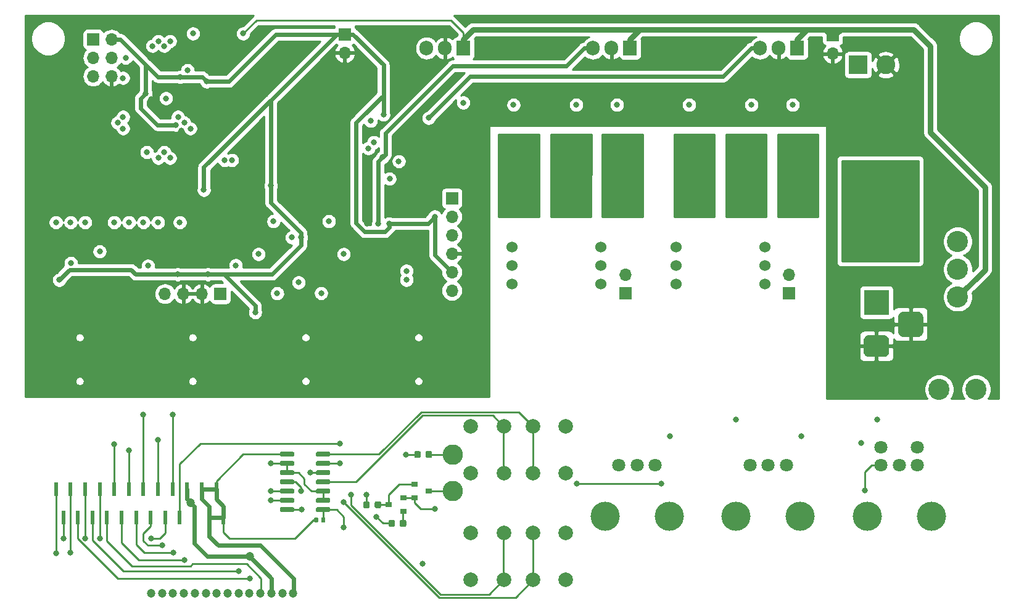
<source format=gbl>
G04 #@! TF.GenerationSoftware,KiCad,Pcbnew,(5.1.2)-1*
G04 #@! TF.CreationDate,2019-05-25T00:00:56-05:00*
G04 #@! TF.ProjectId,mk312,6d6b3331-322e-46b6-9963-61645f706362,rev?*
G04 #@! TF.SameCoordinates,Original*
G04 #@! TF.FileFunction,Copper,L4,Bot*
G04 #@! TF.FilePolarity,Positive*
%FSLAX46Y46*%
G04 Gerber Fmt 4.6, Leading zero omitted, Abs format (unit mm)*
G04 Created by KiCad (PCBNEW (5.1.2)-1) date 2019-05-25 00:00:56*
%MOMM*%
%LPD*%
G04 APERTURE LIST*
%ADD10C,1.524000*%
%ADD11C,1.800000*%
%ADD12C,4.000000*%
%ADD13C,2.800000*%
%ADD14C,1.200000*%
%ADD15C,2.000000*%
%ADD16C,0.100000*%
%ADD17C,3.500000*%
%ADD18C,3.000000*%
%ADD19R,3.500000X3.500000*%
%ADD20O,1.905000X2.000000*%
%ADD21R,1.905000X2.000000*%
%ADD22C,2.900000*%
%ADD23R,0.600000X1.850000*%
%ADD24C,0.590000*%
%ADD25O,1.700000X1.700000*%
%ADD26R,1.700000X1.700000*%
%ADD27C,2.600000*%
%ADD28R,2.600000X2.600000*%
%ADD29C,0.600000*%
%ADD30R,0.900000X0.800000*%
%ADD31C,0.875000*%
%ADD32C,0.800000*%
%ADD33C,1.600000*%
%ADD34C,0.250000*%
%ADD35C,0.600000*%
%ADD36C,0.800000*%
%ADD37C,0.254000*%
G04 APERTURE END LIST*
D10*
X143104000Y-60040000D03*
X143104000Y-57500000D03*
X143104000Y-54960000D03*
X155296000Y-54960000D03*
X155296000Y-57500000D03*
X155296000Y-60040000D03*
D11*
X193750000Y-82500000D03*
X198750000Y-82500000D03*
X198750000Y-85000000D03*
X196250000Y-85000000D03*
X193750000Y-85000000D03*
D12*
X200650000Y-92000000D03*
X191850000Y-92000000D03*
X173850000Y-92000000D03*
X182650000Y-92000000D03*
D11*
X175750000Y-85000000D03*
X178250000Y-85000000D03*
X180750000Y-85000000D03*
D12*
X155850000Y-92000000D03*
X164650000Y-92000000D03*
D11*
X157750000Y-85000000D03*
X160250000Y-85000000D03*
X162750000Y-85000000D03*
D13*
X134950000Y-88500000D03*
X134950000Y-83500000D03*
D14*
X93550000Y-102550000D03*
X95050000Y-102550000D03*
X96550000Y-102550000D03*
X98050000Y-102550000D03*
X99550000Y-102550000D03*
X101050000Y-102550000D03*
X102550000Y-102550000D03*
X104050000Y-102550000D03*
X105550000Y-102550000D03*
X107050000Y-102550000D03*
X108550000Y-102550000D03*
X110050000Y-102550000D03*
X111550000Y-102550000D03*
X113050000Y-102550000D03*
D15*
X137450000Y-79600000D03*
X137450000Y-86100000D03*
X141950000Y-79600000D03*
X141950000Y-86100000D03*
X150450000Y-86100000D03*
X150450000Y-79600000D03*
X145950000Y-86100000D03*
X145950000Y-79600000D03*
X137450000Y-94250000D03*
X137450000Y-100750000D03*
X141950000Y-94250000D03*
X141950000Y-100750000D03*
X150450000Y-100750000D03*
X150450000Y-94250000D03*
X145950000Y-100750000D03*
X145950000Y-94250000D03*
D16*
G36*
X198760765Y-63850213D02*
G01*
X198845704Y-63862813D01*
X198928999Y-63883677D01*
X199009848Y-63912605D01*
X199087472Y-63949319D01*
X199161124Y-63993464D01*
X199230094Y-64044616D01*
X199293718Y-64102282D01*
X199351384Y-64165906D01*
X199402536Y-64234876D01*
X199446681Y-64308528D01*
X199483395Y-64386152D01*
X199512323Y-64467001D01*
X199533187Y-64550296D01*
X199545787Y-64635235D01*
X199550000Y-64721000D01*
X199550000Y-66471000D01*
X199545787Y-66556765D01*
X199533187Y-66641704D01*
X199512323Y-66724999D01*
X199483395Y-66805848D01*
X199446681Y-66883472D01*
X199402536Y-66957124D01*
X199351384Y-67026094D01*
X199293718Y-67089718D01*
X199230094Y-67147384D01*
X199161124Y-67198536D01*
X199087472Y-67242681D01*
X199009848Y-67279395D01*
X198928999Y-67308323D01*
X198845704Y-67329187D01*
X198760765Y-67341787D01*
X198675000Y-67346000D01*
X196925000Y-67346000D01*
X196839235Y-67341787D01*
X196754296Y-67329187D01*
X196671001Y-67308323D01*
X196590152Y-67279395D01*
X196512528Y-67242681D01*
X196438876Y-67198536D01*
X196369906Y-67147384D01*
X196306282Y-67089718D01*
X196248616Y-67026094D01*
X196197464Y-66957124D01*
X196153319Y-66883472D01*
X196116605Y-66805848D01*
X196087677Y-66724999D01*
X196066813Y-66641704D01*
X196054213Y-66556765D01*
X196050000Y-66471000D01*
X196050000Y-64721000D01*
X196054213Y-64635235D01*
X196066813Y-64550296D01*
X196087677Y-64467001D01*
X196116605Y-64386152D01*
X196153319Y-64308528D01*
X196197464Y-64234876D01*
X196248616Y-64165906D01*
X196306282Y-64102282D01*
X196369906Y-64044616D01*
X196438876Y-63993464D01*
X196512528Y-63949319D01*
X196590152Y-63912605D01*
X196671001Y-63883677D01*
X196754296Y-63862813D01*
X196839235Y-63850213D01*
X196925000Y-63846000D01*
X198675000Y-63846000D01*
X198760765Y-63850213D01*
X198760765Y-63850213D01*
G37*
D17*
X197800000Y-65596000D03*
D16*
G36*
X194173513Y-67099611D02*
G01*
X194246318Y-67110411D01*
X194317714Y-67128295D01*
X194387013Y-67153090D01*
X194453548Y-67184559D01*
X194516678Y-67222398D01*
X194575795Y-67266242D01*
X194630330Y-67315670D01*
X194679758Y-67370205D01*
X194723602Y-67429322D01*
X194761441Y-67492452D01*
X194792910Y-67558987D01*
X194817705Y-67628286D01*
X194835589Y-67699682D01*
X194846389Y-67772487D01*
X194850000Y-67846000D01*
X194850000Y-69346000D01*
X194846389Y-69419513D01*
X194835589Y-69492318D01*
X194817705Y-69563714D01*
X194792910Y-69633013D01*
X194761441Y-69699548D01*
X194723602Y-69762678D01*
X194679758Y-69821795D01*
X194630330Y-69876330D01*
X194575795Y-69925758D01*
X194516678Y-69969602D01*
X194453548Y-70007441D01*
X194387013Y-70038910D01*
X194317714Y-70063705D01*
X194246318Y-70081589D01*
X194173513Y-70092389D01*
X194100000Y-70096000D01*
X192100000Y-70096000D01*
X192026487Y-70092389D01*
X191953682Y-70081589D01*
X191882286Y-70063705D01*
X191812987Y-70038910D01*
X191746452Y-70007441D01*
X191683322Y-69969602D01*
X191624205Y-69925758D01*
X191569670Y-69876330D01*
X191520242Y-69821795D01*
X191476398Y-69762678D01*
X191438559Y-69699548D01*
X191407090Y-69633013D01*
X191382295Y-69563714D01*
X191364411Y-69492318D01*
X191353611Y-69419513D01*
X191350000Y-69346000D01*
X191350000Y-67846000D01*
X191353611Y-67772487D01*
X191364411Y-67699682D01*
X191382295Y-67628286D01*
X191407090Y-67558987D01*
X191438559Y-67492452D01*
X191476398Y-67429322D01*
X191520242Y-67370205D01*
X191569670Y-67315670D01*
X191624205Y-67266242D01*
X191683322Y-67222398D01*
X191746452Y-67184559D01*
X191812987Y-67153090D01*
X191882286Y-67128295D01*
X191953682Y-67110411D01*
X192026487Y-67099611D01*
X192100000Y-67096000D01*
X194100000Y-67096000D01*
X194173513Y-67099611D01*
X194173513Y-67099611D01*
G37*
D18*
X193100000Y-68596000D03*
D19*
X193100000Y-62596000D03*
D20*
X177136200Y-27671000D03*
X179676200Y-27671000D03*
D21*
X182216200Y-27671000D03*
D20*
X154200000Y-27671000D03*
X156740000Y-27671000D03*
D21*
X159280000Y-27671000D03*
D20*
X131340000Y-27671000D03*
X133880000Y-27671000D03*
D21*
X136420000Y-27671000D03*
D22*
X206790000Y-74534000D03*
X201710000Y-74534000D03*
X204250000Y-54214000D03*
X204250000Y-58024000D03*
X204250000Y-61834000D03*
D23*
X80490000Y-88300000D03*
X81490000Y-92150000D03*
X82490000Y-88300000D03*
X83490000Y-92150000D03*
X84490000Y-88300000D03*
X85490000Y-92150000D03*
X86490000Y-88300000D03*
X87490000Y-92150000D03*
X88490000Y-88300000D03*
X89490000Y-92150000D03*
X90490000Y-88300000D03*
X91490000Y-92150000D03*
X92490000Y-88300000D03*
X93490000Y-92150000D03*
X94490000Y-88300000D03*
X95490000Y-92150000D03*
X96490000Y-88300000D03*
X97490000Y-92150000D03*
X98490000Y-88300000D03*
X99490000Y-92150000D03*
X100490000Y-88300000D03*
X101490000Y-92150000D03*
X102490000Y-88300000D03*
X103490000Y-92150000D03*
D16*
G36*
X116366958Y-92180710D02*
G01*
X116381276Y-92182834D01*
X116395317Y-92186351D01*
X116408946Y-92191228D01*
X116422031Y-92197417D01*
X116434447Y-92204858D01*
X116446073Y-92213481D01*
X116456798Y-92223202D01*
X116466519Y-92233927D01*
X116475142Y-92245553D01*
X116482583Y-92257969D01*
X116488772Y-92271054D01*
X116493649Y-92284683D01*
X116497166Y-92298724D01*
X116499290Y-92313042D01*
X116500000Y-92327500D01*
X116500000Y-92672500D01*
X116499290Y-92686958D01*
X116497166Y-92701276D01*
X116493649Y-92715317D01*
X116488772Y-92728946D01*
X116482583Y-92742031D01*
X116475142Y-92754447D01*
X116466519Y-92766073D01*
X116456798Y-92776798D01*
X116446073Y-92786519D01*
X116434447Y-92795142D01*
X116422031Y-92802583D01*
X116408946Y-92808772D01*
X116395317Y-92813649D01*
X116381276Y-92817166D01*
X116366958Y-92819290D01*
X116352500Y-92820000D01*
X116057500Y-92820000D01*
X116043042Y-92819290D01*
X116028724Y-92817166D01*
X116014683Y-92813649D01*
X116001054Y-92808772D01*
X115987969Y-92802583D01*
X115975553Y-92795142D01*
X115963927Y-92786519D01*
X115953202Y-92776798D01*
X115943481Y-92766073D01*
X115934858Y-92754447D01*
X115927417Y-92742031D01*
X115921228Y-92728946D01*
X115916351Y-92715317D01*
X115912834Y-92701276D01*
X115910710Y-92686958D01*
X115910000Y-92672500D01*
X115910000Y-92327500D01*
X115910710Y-92313042D01*
X115912834Y-92298724D01*
X115916351Y-92284683D01*
X115921228Y-92271054D01*
X115927417Y-92257969D01*
X115934858Y-92245553D01*
X115943481Y-92233927D01*
X115953202Y-92223202D01*
X115963927Y-92213481D01*
X115975553Y-92204858D01*
X115987969Y-92197417D01*
X116001054Y-92191228D01*
X116014683Y-92186351D01*
X116028724Y-92182834D01*
X116043042Y-92180710D01*
X116057500Y-92180000D01*
X116352500Y-92180000D01*
X116366958Y-92180710D01*
X116366958Y-92180710D01*
G37*
D24*
X116205000Y-92500000D03*
D16*
G36*
X117336958Y-92180710D02*
G01*
X117351276Y-92182834D01*
X117365317Y-92186351D01*
X117378946Y-92191228D01*
X117392031Y-92197417D01*
X117404447Y-92204858D01*
X117416073Y-92213481D01*
X117426798Y-92223202D01*
X117436519Y-92233927D01*
X117445142Y-92245553D01*
X117452583Y-92257969D01*
X117458772Y-92271054D01*
X117463649Y-92284683D01*
X117467166Y-92298724D01*
X117469290Y-92313042D01*
X117470000Y-92327500D01*
X117470000Y-92672500D01*
X117469290Y-92686958D01*
X117467166Y-92701276D01*
X117463649Y-92715317D01*
X117458772Y-92728946D01*
X117452583Y-92742031D01*
X117445142Y-92754447D01*
X117436519Y-92766073D01*
X117426798Y-92776798D01*
X117416073Y-92786519D01*
X117404447Y-92795142D01*
X117392031Y-92802583D01*
X117378946Y-92808772D01*
X117365317Y-92813649D01*
X117351276Y-92817166D01*
X117336958Y-92819290D01*
X117322500Y-92820000D01*
X117027500Y-92820000D01*
X117013042Y-92819290D01*
X116998724Y-92817166D01*
X116984683Y-92813649D01*
X116971054Y-92808772D01*
X116957969Y-92802583D01*
X116945553Y-92795142D01*
X116933927Y-92786519D01*
X116923202Y-92776798D01*
X116913481Y-92766073D01*
X116904858Y-92754447D01*
X116897417Y-92742031D01*
X116891228Y-92728946D01*
X116886351Y-92715317D01*
X116882834Y-92701276D01*
X116880710Y-92686958D01*
X116880000Y-92672500D01*
X116880000Y-92327500D01*
X116880710Y-92313042D01*
X116882834Y-92298724D01*
X116886351Y-92284683D01*
X116891228Y-92271054D01*
X116897417Y-92257969D01*
X116904858Y-92245553D01*
X116913481Y-92233927D01*
X116923202Y-92223202D01*
X116933927Y-92213481D01*
X116945553Y-92204858D01*
X116957969Y-92197417D01*
X116971054Y-92191228D01*
X116984683Y-92186351D01*
X116998724Y-92182834D01*
X117013042Y-92180710D01*
X117027500Y-92180000D01*
X117322500Y-92180000D01*
X117336958Y-92180710D01*
X117336958Y-92180710D01*
G37*
D24*
X117175000Y-92500000D03*
D25*
X158640000Y-58810000D03*
D26*
X158640000Y-61350000D03*
D25*
X181140000Y-58810000D03*
D26*
X181140000Y-61350000D03*
D25*
X187100000Y-28420000D03*
D26*
X187100000Y-25880000D03*
D25*
X120138600Y-28306000D03*
D26*
X120138600Y-25766000D03*
D25*
X95440000Y-61420000D03*
X97980000Y-61420000D03*
X100520000Y-61420000D03*
D26*
X103060000Y-61420000D03*
D25*
X134840000Y-60970000D03*
X134840000Y-58430000D03*
X134840000Y-55890000D03*
X134840000Y-53350000D03*
X134840000Y-50810000D03*
D26*
X134840000Y-48270000D03*
D25*
X88130000Y-31530000D03*
X85590000Y-31530000D03*
X88130000Y-28990000D03*
X85590000Y-28990000D03*
X88130000Y-26450000D03*
D26*
X85590000Y-26450000D03*
D27*
X194400000Y-29940000D03*
D28*
X190590000Y-29940000D03*
D16*
G36*
X118004703Y-90760722D02*
G01*
X118019264Y-90762882D01*
X118033543Y-90766459D01*
X118047403Y-90771418D01*
X118060710Y-90777712D01*
X118073336Y-90785280D01*
X118085159Y-90794048D01*
X118096066Y-90803934D01*
X118105952Y-90814841D01*
X118114720Y-90826664D01*
X118122288Y-90839290D01*
X118128582Y-90852597D01*
X118133541Y-90866457D01*
X118137118Y-90880736D01*
X118139278Y-90895297D01*
X118140000Y-90910000D01*
X118140000Y-91210000D01*
X118139278Y-91224703D01*
X118137118Y-91239264D01*
X118133541Y-91253543D01*
X118128582Y-91267403D01*
X118122288Y-91280710D01*
X118114720Y-91293336D01*
X118105952Y-91305159D01*
X118096066Y-91316066D01*
X118085159Y-91325952D01*
X118073336Y-91334720D01*
X118060710Y-91342288D01*
X118047403Y-91348582D01*
X118033543Y-91353541D01*
X118019264Y-91357118D01*
X118004703Y-91359278D01*
X117990000Y-91360000D01*
X116340000Y-91360000D01*
X116325297Y-91359278D01*
X116310736Y-91357118D01*
X116296457Y-91353541D01*
X116282597Y-91348582D01*
X116269290Y-91342288D01*
X116256664Y-91334720D01*
X116244841Y-91325952D01*
X116233934Y-91316066D01*
X116224048Y-91305159D01*
X116215280Y-91293336D01*
X116207712Y-91280710D01*
X116201418Y-91267403D01*
X116196459Y-91253543D01*
X116192882Y-91239264D01*
X116190722Y-91224703D01*
X116190000Y-91210000D01*
X116190000Y-90910000D01*
X116190722Y-90895297D01*
X116192882Y-90880736D01*
X116196459Y-90866457D01*
X116201418Y-90852597D01*
X116207712Y-90839290D01*
X116215280Y-90826664D01*
X116224048Y-90814841D01*
X116233934Y-90803934D01*
X116244841Y-90794048D01*
X116256664Y-90785280D01*
X116269290Y-90777712D01*
X116282597Y-90771418D01*
X116296457Y-90766459D01*
X116310736Y-90762882D01*
X116325297Y-90760722D01*
X116340000Y-90760000D01*
X117990000Y-90760000D01*
X118004703Y-90760722D01*
X118004703Y-90760722D01*
G37*
D29*
X117165000Y-91060000D03*
D16*
G36*
X118004703Y-89490722D02*
G01*
X118019264Y-89492882D01*
X118033543Y-89496459D01*
X118047403Y-89501418D01*
X118060710Y-89507712D01*
X118073336Y-89515280D01*
X118085159Y-89524048D01*
X118096066Y-89533934D01*
X118105952Y-89544841D01*
X118114720Y-89556664D01*
X118122288Y-89569290D01*
X118128582Y-89582597D01*
X118133541Y-89596457D01*
X118137118Y-89610736D01*
X118139278Y-89625297D01*
X118140000Y-89640000D01*
X118140000Y-89940000D01*
X118139278Y-89954703D01*
X118137118Y-89969264D01*
X118133541Y-89983543D01*
X118128582Y-89997403D01*
X118122288Y-90010710D01*
X118114720Y-90023336D01*
X118105952Y-90035159D01*
X118096066Y-90046066D01*
X118085159Y-90055952D01*
X118073336Y-90064720D01*
X118060710Y-90072288D01*
X118047403Y-90078582D01*
X118033543Y-90083541D01*
X118019264Y-90087118D01*
X118004703Y-90089278D01*
X117990000Y-90090000D01*
X116340000Y-90090000D01*
X116325297Y-90089278D01*
X116310736Y-90087118D01*
X116296457Y-90083541D01*
X116282597Y-90078582D01*
X116269290Y-90072288D01*
X116256664Y-90064720D01*
X116244841Y-90055952D01*
X116233934Y-90046066D01*
X116224048Y-90035159D01*
X116215280Y-90023336D01*
X116207712Y-90010710D01*
X116201418Y-89997403D01*
X116196459Y-89983543D01*
X116192882Y-89969264D01*
X116190722Y-89954703D01*
X116190000Y-89940000D01*
X116190000Y-89640000D01*
X116190722Y-89625297D01*
X116192882Y-89610736D01*
X116196459Y-89596457D01*
X116201418Y-89582597D01*
X116207712Y-89569290D01*
X116215280Y-89556664D01*
X116224048Y-89544841D01*
X116233934Y-89533934D01*
X116244841Y-89524048D01*
X116256664Y-89515280D01*
X116269290Y-89507712D01*
X116282597Y-89501418D01*
X116296457Y-89496459D01*
X116310736Y-89492882D01*
X116325297Y-89490722D01*
X116340000Y-89490000D01*
X117990000Y-89490000D01*
X118004703Y-89490722D01*
X118004703Y-89490722D01*
G37*
D29*
X117165000Y-89790000D03*
D16*
G36*
X118004703Y-88220722D02*
G01*
X118019264Y-88222882D01*
X118033543Y-88226459D01*
X118047403Y-88231418D01*
X118060710Y-88237712D01*
X118073336Y-88245280D01*
X118085159Y-88254048D01*
X118096066Y-88263934D01*
X118105952Y-88274841D01*
X118114720Y-88286664D01*
X118122288Y-88299290D01*
X118128582Y-88312597D01*
X118133541Y-88326457D01*
X118137118Y-88340736D01*
X118139278Y-88355297D01*
X118140000Y-88370000D01*
X118140000Y-88670000D01*
X118139278Y-88684703D01*
X118137118Y-88699264D01*
X118133541Y-88713543D01*
X118128582Y-88727403D01*
X118122288Y-88740710D01*
X118114720Y-88753336D01*
X118105952Y-88765159D01*
X118096066Y-88776066D01*
X118085159Y-88785952D01*
X118073336Y-88794720D01*
X118060710Y-88802288D01*
X118047403Y-88808582D01*
X118033543Y-88813541D01*
X118019264Y-88817118D01*
X118004703Y-88819278D01*
X117990000Y-88820000D01*
X116340000Y-88820000D01*
X116325297Y-88819278D01*
X116310736Y-88817118D01*
X116296457Y-88813541D01*
X116282597Y-88808582D01*
X116269290Y-88802288D01*
X116256664Y-88794720D01*
X116244841Y-88785952D01*
X116233934Y-88776066D01*
X116224048Y-88765159D01*
X116215280Y-88753336D01*
X116207712Y-88740710D01*
X116201418Y-88727403D01*
X116196459Y-88713543D01*
X116192882Y-88699264D01*
X116190722Y-88684703D01*
X116190000Y-88670000D01*
X116190000Y-88370000D01*
X116190722Y-88355297D01*
X116192882Y-88340736D01*
X116196459Y-88326457D01*
X116201418Y-88312597D01*
X116207712Y-88299290D01*
X116215280Y-88286664D01*
X116224048Y-88274841D01*
X116233934Y-88263934D01*
X116244841Y-88254048D01*
X116256664Y-88245280D01*
X116269290Y-88237712D01*
X116282597Y-88231418D01*
X116296457Y-88226459D01*
X116310736Y-88222882D01*
X116325297Y-88220722D01*
X116340000Y-88220000D01*
X117990000Y-88220000D01*
X118004703Y-88220722D01*
X118004703Y-88220722D01*
G37*
D29*
X117165000Y-88520000D03*
D16*
G36*
X118004703Y-86950722D02*
G01*
X118019264Y-86952882D01*
X118033543Y-86956459D01*
X118047403Y-86961418D01*
X118060710Y-86967712D01*
X118073336Y-86975280D01*
X118085159Y-86984048D01*
X118096066Y-86993934D01*
X118105952Y-87004841D01*
X118114720Y-87016664D01*
X118122288Y-87029290D01*
X118128582Y-87042597D01*
X118133541Y-87056457D01*
X118137118Y-87070736D01*
X118139278Y-87085297D01*
X118140000Y-87100000D01*
X118140000Y-87400000D01*
X118139278Y-87414703D01*
X118137118Y-87429264D01*
X118133541Y-87443543D01*
X118128582Y-87457403D01*
X118122288Y-87470710D01*
X118114720Y-87483336D01*
X118105952Y-87495159D01*
X118096066Y-87506066D01*
X118085159Y-87515952D01*
X118073336Y-87524720D01*
X118060710Y-87532288D01*
X118047403Y-87538582D01*
X118033543Y-87543541D01*
X118019264Y-87547118D01*
X118004703Y-87549278D01*
X117990000Y-87550000D01*
X116340000Y-87550000D01*
X116325297Y-87549278D01*
X116310736Y-87547118D01*
X116296457Y-87543541D01*
X116282597Y-87538582D01*
X116269290Y-87532288D01*
X116256664Y-87524720D01*
X116244841Y-87515952D01*
X116233934Y-87506066D01*
X116224048Y-87495159D01*
X116215280Y-87483336D01*
X116207712Y-87470710D01*
X116201418Y-87457403D01*
X116196459Y-87443543D01*
X116192882Y-87429264D01*
X116190722Y-87414703D01*
X116190000Y-87400000D01*
X116190000Y-87100000D01*
X116190722Y-87085297D01*
X116192882Y-87070736D01*
X116196459Y-87056457D01*
X116201418Y-87042597D01*
X116207712Y-87029290D01*
X116215280Y-87016664D01*
X116224048Y-87004841D01*
X116233934Y-86993934D01*
X116244841Y-86984048D01*
X116256664Y-86975280D01*
X116269290Y-86967712D01*
X116282597Y-86961418D01*
X116296457Y-86956459D01*
X116310736Y-86952882D01*
X116325297Y-86950722D01*
X116340000Y-86950000D01*
X117990000Y-86950000D01*
X118004703Y-86950722D01*
X118004703Y-86950722D01*
G37*
D29*
X117165000Y-87250000D03*
D16*
G36*
X118004703Y-85680722D02*
G01*
X118019264Y-85682882D01*
X118033543Y-85686459D01*
X118047403Y-85691418D01*
X118060710Y-85697712D01*
X118073336Y-85705280D01*
X118085159Y-85714048D01*
X118096066Y-85723934D01*
X118105952Y-85734841D01*
X118114720Y-85746664D01*
X118122288Y-85759290D01*
X118128582Y-85772597D01*
X118133541Y-85786457D01*
X118137118Y-85800736D01*
X118139278Y-85815297D01*
X118140000Y-85830000D01*
X118140000Y-86130000D01*
X118139278Y-86144703D01*
X118137118Y-86159264D01*
X118133541Y-86173543D01*
X118128582Y-86187403D01*
X118122288Y-86200710D01*
X118114720Y-86213336D01*
X118105952Y-86225159D01*
X118096066Y-86236066D01*
X118085159Y-86245952D01*
X118073336Y-86254720D01*
X118060710Y-86262288D01*
X118047403Y-86268582D01*
X118033543Y-86273541D01*
X118019264Y-86277118D01*
X118004703Y-86279278D01*
X117990000Y-86280000D01*
X116340000Y-86280000D01*
X116325297Y-86279278D01*
X116310736Y-86277118D01*
X116296457Y-86273541D01*
X116282597Y-86268582D01*
X116269290Y-86262288D01*
X116256664Y-86254720D01*
X116244841Y-86245952D01*
X116233934Y-86236066D01*
X116224048Y-86225159D01*
X116215280Y-86213336D01*
X116207712Y-86200710D01*
X116201418Y-86187403D01*
X116196459Y-86173543D01*
X116192882Y-86159264D01*
X116190722Y-86144703D01*
X116190000Y-86130000D01*
X116190000Y-85830000D01*
X116190722Y-85815297D01*
X116192882Y-85800736D01*
X116196459Y-85786457D01*
X116201418Y-85772597D01*
X116207712Y-85759290D01*
X116215280Y-85746664D01*
X116224048Y-85734841D01*
X116233934Y-85723934D01*
X116244841Y-85714048D01*
X116256664Y-85705280D01*
X116269290Y-85697712D01*
X116282597Y-85691418D01*
X116296457Y-85686459D01*
X116310736Y-85682882D01*
X116325297Y-85680722D01*
X116340000Y-85680000D01*
X117990000Y-85680000D01*
X118004703Y-85680722D01*
X118004703Y-85680722D01*
G37*
D29*
X117165000Y-85980000D03*
D16*
G36*
X118004703Y-84410722D02*
G01*
X118019264Y-84412882D01*
X118033543Y-84416459D01*
X118047403Y-84421418D01*
X118060710Y-84427712D01*
X118073336Y-84435280D01*
X118085159Y-84444048D01*
X118096066Y-84453934D01*
X118105952Y-84464841D01*
X118114720Y-84476664D01*
X118122288Y-84489290D01*
X118128582Y-84502597D01*
X118133541Y-84516457D01*
X118137118Y-84530736D01*
X118139278Y-84545297D01*
X118140000Y-84560000D01*
X118140000Y-84860000D01*
X118139278Y-84874703D01*
X118137118Y-84889264D01*
X118133541Y-84903543D01*
X118128582Y-84917403D01*
X118122288Y-84930710D01*
X118114720Y-84943336D01*
X118105952Y-84955159D01*
X118096066Y-84966066D01*
X118085159Y-84975952D01*
X118073336Y-84984720D01*
X118060710Y-84992288D01*
X118047403Y-84998582D01*
X118033543Y-85003541D01*
X118019264Y-85007118D01*
X118004703Y-85009278D01*
X117990000Y-85010000D01*
X116340000Y-85010000D01*
X116325297Y-85009278D01*
X116310736Y-85007118D01*
X116296457Y-85003541D01*
X116282597Y-84998582D01*
X116269290Y-84992288D01*
X116256664Y-84984720D01*
X116244841Y-84975952D01*
X116233934Y-84966066D01*
X116224048Y-84955159D01*
X116215280Y-84943336D01*
X116207712Y-84930710D01*
X116201418Y-84917403D01*
X116196459Y-84903543D01*
X116192882Y-84889264D01*
X116190722Y-84874703D01*
X116190000Y-84860000D01*
X116190000Y-84560000D01*
X116190722Y-84545297D01*
X116192882Y-84530736D01*
X116196459Y-84516457D01*
X116201418Y-84502597D01*
X116207712Y-84489290D01*
X116215280Y-84476664D01*
X116224048Y-84464841D01*
X116233934Y-84453934D01*
X116244841Y-84444048D01*
X116256664Y-84435280D01*
X116269290Y-84427712D01*
X116282597Y-84421418D01*
X116296457Y-84416459D01*
X116310736Y-84412882D01*
X116325297Y-84410722D01*
X116340000Y-84410000D01*
X117990000Y-84410000D01*
X118004703Y-84410722D01*
X118004703Y-84410722D01*
G37*
D29*
X117165000Y-84710000D03*
D16*
G36*
X118004703Y-83140722D02*
G01*
X118019264Y-83142882D01*
X118033543Y-83146459D01*
X118047403Y-83151418D01*
X118060710Y-83157712D01*
X118073336Y-83165280D01*
X118085159Y-83174048D01*
X118096066Y-83183934D01*
X118105952Y-83194841D01*
X118114720Y-83206664D01*
X118122288Y-83219290D01*
X118128582Y-83232597D01*
X118133541Y-83246457D01*
X118137118Y-83260736D01*
X118139278Y-83275297D01*
X118140000Y-83290000D01*
X118140000Y-83590000D01*
X118139278Y-83604703D01*
X118137118Y-83619264D01*
X118133541Y-83633543D01*
X118128582Y-83647403D01*
X118122288Y-83660710D01*
X118114720Y-83673336D01*
X118105952Y-83685159D01*
X118096066Y-83696066D01*
X118085159Y-83705952D01*
X118073336Y-83714720D01*
X118060710Y-83722288D01*
X118047403Y-83728582D01*
X118033543Y-83733541D01*
X118019264Y-83737118D01*
X118004703Y-83739278D01*
X117990000Y-83740000D01*
X116340000Y-83740000D01*
X116325297Y-83739278D01*
X116310736Y-83737118D01*
X116296457Y-83733541D01*
X116282597Y-83728582D01*
X116269290Y-83722288D01*
X116256664Y-83714720D01*
X116244841Y-83705952D01*
X116233934Y-83696066D01*
X116224048Y-83685159D01*
X116215280Y-83673336D01*
X116207712Y-83660710D01*
X116201418Y-83647403D01*
X116196459Y-83633543D01*
X116192882Y-83619264D01*
X116190722Y-83604703D01*
X116190000Y-83590000D01*
X116190000Y-83290000D01*
X116190722Y-83275297D01*
X116192882Y-83260736D01*
X116196459Y-83246457D01*
X116201418Y-83232597D01*
X116207712Y-83219290D01*
X116215280Y-83206664D01*
X116224048Y-83194841D01*
X116233934Y-83183934D01*
X116244841Y-83174048D01*
X116256664Y-83165280D01*
X116269290Y-83157712D01*
X116282597Y-83151418D01*
X116296457Y-83146459D01*
X116310736Y-83142882D01*
X116325297Y-83140722D01*
X116340000Y-83140000D01*
X117990000Y-83140000D01*
X118004703Y-83140722D01*
X118004703Y-83140722D01*
G37*
D29*
X117165000Y-83440000D03*
D16*
G36*
X113054703Y-83140722D02*
G01*
X113069264Y-83142882D01*
X113083543Y-83146459D01*
X113097403Y-83151418D01*
X113110710Y-83157712D01*
X113123336Y-83165280D01*
X113135159Y-83174048D01*
X113146066Y-83183934D01*
X113155952Y-83194841D01*
X113164720Y-83206664D01*
X113172288Y-83219290D01*
X113178582Y-83232597D01*
X113183541Y-83246457D01*
X113187118Y-83260736D01*
X113189278Y-83275297D01*
X113190000Y-83290000D01*
X113190000Y-83590000D01*
X113189278Y-83604703D01*
X113187118Y-83619264D01*
X113183541Y-83633543D01*
X113178582Y-83647403D01*
X113172288Y-83660710D01*
X113164720Y-83673336D01*
X113155952Y-83685159D01*
X113146066Y-83696066D01*
X113135159Y-83705952D01*
X113123336Y-83714720D01*
X113110710Y-83722288D01*
X113097403Y-83728582D01*
X113083543Y-83733541D01*
X113069264Y-83737118D01*
X113054703Y-83739278D01*
X113040000Y-83740000D01*
X111390000Y-83740000D01*
X111375297Y-83739278D01*
X111360736Y-83737118D01*
X111346457Y-83733541D01*
X111332597Y-83728582D01*
X111319290Y-83722288D01*
X111306664Y-83714720D01*
X111294841Y-83705952D01*
X111283934Y-83696066D01*
X111274048Y-83685159D01*
X111265280Y-83673336D01*
X111257712Y-83660710D01*
X111251418Y-83647403D01*
X111246459Y-83633543D01*
X111242882Y-83619264D01*
X111240722Y-83604703D01*
X111240000Y-83590000D01*
X111240000Y-83290000D01*
X111240722Y-83275297D01*
X111242882Y-83260736D01*
X111246459Y-83246457D01*
X111251418Y-83232597D01*
X111257712Y-83219290D01*
X111265280Y-83206664D01*
X111274048Y-83194841D01*
X111283934Y-83183934D01*
X111294841Y-83174048D01*
X111306664Y-83165280D01*
X111319290Y-83157712D01*
X111332597Y-83151418D01*
X111346457Y-83146459D01*
X111360736Y-83142882D01*
X111375297Y-83140722D01*
X111390000Y-83140000D01*
X113040000Y-83140000D01*
X113054703Y-83140722D01*
X113054703Y-83140722D01*
G37*
D29*
X112215000Y-83440000D03*
D16*
G36*
X113054703Y-84410722D02*
G01*
X113069264Y-84412882D01*
X113083543Y-84416459D01*
X113097403Y-84421418D01*
X113110710Y-84427712D01*
X113123336Y-84435280D01*
X113135159Y-84444048D01*
X113146066Y-84453934D01*
X113155952Y-84464841D01*
X113164720Y-84476664D01*
X113172288Y-84489290D01*
X113178582Y-84502597D01*
X113183541Y-84516457D01*
X113187118Y-84530736D01*
X113189278Y-84545297D01*
X113190000Y-84560000D01*
X113190000Y-84860000D01*
X113189278Y-84874703D01*
X113187118Y-84889264D01*
X113183541Y-84903543D01*
X113178582Y-84917403D01*
X113172288Y-84930710D01*
X113164720Y-84943336D01*
X113155952Y-84955159D01*
X113146066Y-84966066D01*
X113135159Y-84975952D01*
X113123336Y-84984720D01*
X113110710Y-84992288D01*
X113097403Y-84998582D01*
X113083543Y-85003541D01*
X113069264Y-85007118D01*
X113054703Y-85009278D01*
X113040000Y-85010000D01*
X111390000Y-85010000D01*
X111375297Y-85009278D01*
X111360736Y-85007118D01*
X111346457Y-85003541D01*
X111332597Y-84998582D01*
X111319290Y-84992288D01*
X111306664Y-84984720D01*
X111294841Y-84975952D01*
X111283934Y-84966066D01*
X111274048Y-84955159D01*
X111265280Y-84943336D01*
X111257712Y-84930710D01*
X111251418Y-84917403D01*
X111246459Y-84903543D01*
X111242882Y-84889264D01*
X111240722Y-84874703D01*
X111240000Y-84860000D01*
X111240000Y-84560000D01*
X111240722Y-84545297D01*
X111242882Y-84530736D01*
X111246459Y-84516457D01*
X111251418Y-84502597D01*
X111257712Y-84489290D01*
X111265280Y-84476664D01*
X111274048Y-84464841D01*
X111283934Y-84453934D01*
X111294841Y-84444048D01*
X111306664Y-84435280D01*
X111319290Y-84427712D01*
X111332597Y-84421418D01*
X111346457Y-84416459D01*
X111360736Y-84412882D01*
X111375297Y-84410722D01*
X111390000Y-84410000D01*
X113040000Y-84410000D01*
X113054703Y-84410722D01*
X113054703Y-84410722D01*
G37*
D29*
X112215000Y-84710000D03*
D16*
G36*
X113054703Y-85680722D02*
G01*
X113069264Y-85682882D01*
X113083543Y-85686459D01*
X113097403Y-85691418D01*
X113110710Y-85697712D01*
X113123336Y-85705280D01*
X113135159Y-85714048D01*
X113146066Y-85723934D01*
X113155952Y-85734841D01*
X113164720Y-85746664D01*
X113172288Y-85759290D01*
X113178582Y-85772597D01*
X113183541Y-85786457D01*
X113187118Y-85800736D01*
X113189278Y-85815297D01*
X113190000Y-85830000D01*
X113190000Y-86130000D01*
X113189278Y-86144703D01*
X113187118Y-86159264D01*
X113183541Y-86173543D01*
X113178582Y-86187403D01*
X113172288Y-86200710D01*
X113164720Y-86213336D01*
X113155952Y-86225159D01*
X113146066Y-86236066D01*
X113135159Y-86245952D01*
X113123336Y-86254720D01*
X113110710Y-86262288D01*
X113097403Y-86268582D01*
X113083543Y-86273541D01*
X113069264Y-86277118D01*
X113054703Y-86279278D01*
X113040000Y-86280000D01*
X111390000Y-86280000D01*
X111375297Y-86279278D01*
X111360736Y-86277118D01*
X111346457Y-86273541D01*
X111332597Y-86268582D01*
X111319290Y-86262288D01*
X111306664Y-86254720D01*
X111294841Y-86245952D01*
X111283934Y-86236066D01*
X111274048Y-86225159D01*
X111265280Y-86213336D01*
X111257712Y-86200710D01*
X111251418Y-86187403D01*
X111246459Y-86173543D01*
X111242882Y-86159264D01*
X111240722Y-86144703D01*
X111240000Y-86130000D01*
X111240000Y-85830000D01*
X111240722Y-85815297D01*
X111242882Y-85800736D01*
X111246459Y-85786457D01*
X111251418Y-85772597D01*
X111257712Y-85759290D01*
X111265280Y-85746664D01*
X111274048Y-85734841D01*
X111283934Y-85723934D01*
X111294841Y-85714048D01*
X111306664Y-85705280D01*
X111319290Y-85697712D01*
X111332597Y-85691418D01*
X111346457Y-85686459D01*
X111360736Y-85682882D01*
X111375297Y-85680722D01*
X111390000Y-85680000D01*
X113040000Y-85680000D01*
X113054703Y-85680722D01*
X113054703Y-85680722D01*
G37*
D29*
X112215000Y-85980000D03*
D16*
G36*
X113054703Y-86950722D02*
G01*
X113069264Y-86952882D01*
X113083543Y-86956459D01*
X113097403Y-86961418D01*
X113110710Y-86967712D01*
X113123336Y-86975280D01*
X113135159Y-86984048D01*
X113146066Y-86993934D01*
X113155952Y-87004841D01*
X113164720Y-87016664D01*
X113172288Y-87029290D01*
X113178582Y-87042597D01*
X113183541Y-87056457D01*
X113187118Y-87070736D01*
X113189278Y-87085297D01*
X113190000Y-87100000D01*
X113190000Y-87400000D01*
X113189278Y-87414703D01*
X113187118Y-87429264D01*
X113183541Y-87443543D01*
X113178582Y-87457403D01*
X113172288Y-87470710D01*
X113164720Y-87483336D01*
X113155952Y-87495159D01*
X113146066Y-87506066D01*
X113135159Y-87515952D01*
X113123336Y-87524720D01*
X113110710Y-87532288D01*
X113097403Y-87538582D01*
X113083543Y-87543541D01*
X113069264Y-87547118D01*
X113054703Y-87549278D01*
X113040000Y-87550000D01*
X111390000Y-87550000D01*
X111375297Y-87549278D01*
X111360736Y-87547118D01*
X111346457Y-87543541D01*
X111332597Y-87538582D01*
X111319290Y-87532288D01*
X111306664Y-87524720D01*
X111294841Y-87515952D01*
X111283934Y-87506066D01*
X111274048Y-87495159D01*
X111265280Y-87483336D01*
X111257712Y-87470710D01*
X111251418Y-87457403D01*
X111246459Y-87443543D01*
X111242882Y-87429264D01*
X111240722Y-87414703D01*
X111240000Y-87400000D01*
X111240000Y-87100000D01*
X111240722Y-87085297D01*
X111242882Y-87070736D01*
X111246459Y-87056457D01*
X111251418Y-87042597D01*
X111257712Y-87029290D01*
X111265280Y-87016664D01*
X111274048Y-87004841D01*
X111283934Y-86993934D01*
X111294841Y-86984048D01*
X111306664Y-86975280D01*
X111319290Y-86967712D01*
X111332597Y-86961418D01*
X111346457Y-86956459D01*
X111360736Y-86952882D01*
X111375297Y-86950722D01*
X111390000Y-86950000D01*
X113040000Y-86950000D01*
X113054703Y-86950722D01*
X113054703Y-86950722D01*
G37*
D29*
X112215000Y-87250000D03*
D16*
G36*
X113054703Y-88220722D02*
G01*
X113069264Y-88222882D01*
X113083543Y-88226459D01*
X113097403Y-88231418D01*
X113110710Y-88237712D01*
X113123336Y-88245280D01*
X113135159Y-88254048D01*
X113146066Y-88263934D01*
X113155952Y-88274841D01*
X113164720Y-88286664D01*
X113172288Y-88299290D01*
X113178582Y-88312597D01*
X113183541Y-88326457D01*
X113187118Y-88340736D01*
X113189278Y-88355297D01*
X113190000Y-88370000D01*
X113190000Y-88670000D01*
X113189278Y-88684703D01*
X113187118Y-88699264D01*
X113183541Y-88713543D01*
X113178582Y-88727403D01*
X113172288Y-88740710D01*
X113164720Y-88753336D01*
X113155952Y-88765159D01*
X113146066Y-88776066D01*
X113135159Y-88785952D01*
X113123336Y-88794720D01*
X113110710Y-88802288D01*
X113097403Y-88808582D01*
X113083543Y-88813541D01*
X113069264Y-88817118D01*
X113054703Y-88819278D01*
X113040000Y-88820000D01*
X111390000Y-88820000D01*
X111375297Y-88819278D01*
X111360736Y-88817118D01*
X111346457Y-88813541D01*
X111332597Y-88808582D01*
X111319290Y-88802288D01*
X111306664Y-88794720D01*
X111294841Y-88785952D01*
X111283934Y-88776066D01*
X111274048Y-88765159D01*
X111265280Y-88753336D01*
X111257712Y-88740710D01*
X111251418Y-88727403D01*
X111246459Y-88713543D01*
X111242882Y-88699264D01*
X111240722Y-88684703D01*
X111240000Y-88670000D01*
X111240000Y-88370000D01*
X111240722Y-88355297D01*
X111242882Y-88340736D01*
X111246459Y-88326457D01*
X111251418Y-88312597D01*
X111257712Y-88299290D01*
X111265280Y-88286664D01*
X111274048Y-88274841D01*
X111283934Y-88263934D01*
X111294841Y-88254048D01*
X111306664Y-88245280D01*
X111319290Y-88237712D01*
X111332597Y-88231418D01*
X111346457Y-88226459D01*
X111360736Y-88222882D01*
X111375297Y-88220722D01*
X111390000Y-88220000D01*
X113040000Y-88220000D01*
X113054703Y-88220722D01*
X113054703Y-88220722D01*
G37*
D29*
X112215000Y-88520000D03*
D16*
G36*
X113054703Y-89490722D02*
G01*
X113069264Y-89492882D01*
X113083543Y-89496459D01*
X113097403Y-89501418D01*
X113110710Y-89507712D01*
X113123336Y-89515280D01*
X113135159Y-89524048D01*
X113146066Y-89533934D01*
X113155952Y-89544841D01*
X113164720Y-89556664D01*
X113172288Y-89569290D01*
X113178582Y-89582597D01*
X113183541Y-89596457D01*
X113187118Y-89610736D01*
X113189278Y-89625297D01*
X113190000Y-89640000D01*
X113190000Y-89940000D01*
X113189278Y-89954703D01*
X113187118Y-89969264D01*
X113183541Y-89983543D01*
X113178582Y-89997403D01*
X113172288Y-90010710D01*
X113164720Y-90023336D01*
X113155952Y-90035159D01*
X113146066Y-90046066D01*
X113135159Y-90055952D01*
X113123336Y-90064720D01*
X113110710Y-90072288D01*
X113097403Y-90078582D01*
X113083543Y-90083541D01*
X113069264Y-90087118D01*
X113054703Y-90089278D01*
X113040000Y-90090000D01*
X111390000Y-90090000D01*
X111375297Y-90089278D01*
X111360736Y-90087118D01*
X111346457Y-90083541D01*
X111332597Y-90078582D01*
X111319290Y-90072288D01*
X111306664Y-90064720D01*
X111294841Y-90055952D01*
X111283934Y-90046066D01*
X111274048Y-90035159D01*
X111265280Y-90023336D01*
X111257712Y-90010710D01*
X111251418Y-89997403D01*
X111246459Y-89983543D01*
X111242882Y-89969264D01*
X111240722Y-89954703D01*
X111240000Y-89940000D01*
X111240000Y-89640000D01*
X111240722Y-89625297D01*
X111242882Y-89610736D01*
X111246459Y-89596457D01*
X111251418Y-89582597D01*
X111257712Y-89569290D01*
X111265280Y-89556664D01*
X111274048Y-89544841D01*
X111283934Y-89533934D01*
X111294841Y-89524048D01*
X111306664Y-89515280D01*
X111319290Y-89507712D01*
X111332597Y-89501418D01*
X111346457Y-89496459D01*
X111360736Y-89492882D01*
X111375297Y-89490722D01*
X111390000Y-89490000D01*
X113040000Y-89490000D01*
X113054703Y-89490722D01*
X113054703Y-89490722D01*
G37*
D29*
X112215000Y-89790000D03*
D16*
G36*
X113054703Y-90760722D02*
G01*
X113069264Y-90762882D01*
X113083543Y-90766459D01*
X113097403Y-90771418D01*
X113110710Y-90777712D01*
X113123336Y-90785280D01*
X113135159Y-90794048D01*
X113146066Y-90803934D01*
X113155952Y-90814841D01*
X113164720Y-90826664D01*
X113172288Y-90839290D01*
X113178582Y-90852597D01*
X113183541Y-90866457D01*
X113187118Y-90880736D01*
X113189278Y-90895297D01*
X113190000Y-90910000D01*
X113190000Y-91210000D01*
X113189278Y-91224703D01*
X113187118Y-91239264D01*
X113183541Y-91253543D01*
X113178582Y-91267403D01*
X113172288Y-91280710D01*
X113164720Y-91293336D01*
X113155952Y-91305159D01*
X113146066Y-91316066D01*
X113135159Y-91325952D01*
X113123336Y-91334720D01*
X113110710Y-91342288D01*
X113097403Y-91348582D01*
X113083543Y-91353541D01*
X113069264Y-91357118D01*
X113054703Y-91359278D01*
X113040000Y-91360000D01*
X111390000Y-91360000D01*
X111375297Y-91359278D01*
X111360736Y-91357118D01*
X111346457Y-91353541D01*
X111332597Y-91348582D01*
X111319290Y-91342288D01*
X111306664Y-91334720D01*
X111294841Y-91325952D01*
X111283934Y-91316066D01*
X111274048Y-91305159D01*
X111265280Y-91293336D01*
X111257712Y-91280710D01*
X111251418Y-91267403D01*
X111246459Y-91253543D01*
X111242882Y-91239264D01*
X111240722Y-91224703D01*
X111240000Y-91210000D01*
X111240000Y-90910000D01*
X111240722Y-90895297D01*
X111242882Y-90880736D01*
X111246459Y-90866457D01*
X111251418Y-90852597D01*
X111257712Y-90839290D01*
X111265280Y-90826664D01*
X111274048Y-90814841D01*
X111283934Y-90803934D01*
X111294841Y-90794048D01*
X111306664Y-90785280D01*
X111319290Y-90777712D01*
X111332597Y-90771418D01*
X111346457Y-90766459D01*
X111360736Y-90762882D01*
X111375297Y-90760722D01*
X111390000Y-90760000D01*
X113040000Y-90760000D01*
X113054703Y-90760722D01*
X113054703Y-90760722D01*
G37*
D29*
X112215000Y-91060000D03*
D30*
X131690000Y-88500000D03*
X129690000Y-87550000D03*
X129690000Y-89450000D03*
X126140000Y-90400000D03*
X128140000Y-91350000D03*
X128140000Y-89450000D03*
D16*
G36*
X128367691Y-92476053D02*
G01*
X128388926Y-92479203D01*
X128409750Y-92484419D01*
X128429962Y-92491651D01*
X128449368Y-92500830D01*
X128467781Y-92511866D01*
X128485024Y-92524654D01*
X128500930Y-92539070D01*
X128515346Y-92554976D01*
X128528134Y-92572219D01*
X128539170Y-92590632D01*
X128548349Y-92610038D01*
X128555581Y-92630250D01*
X128560797Y-92651074D01*
X128563947Y-92672309D01*
X128565000Y-92693750D01*
X128565000Y-93206250D01*
X128563947Y-93227691D01*
X128560797Y-93248926D01*
X128555581Y-93269750D01*
X128548349Y-93289962D01*
X128539170Y-93309368D01*
X128528134Y-93327781D01*
X128515346Y-93345024D01*
X128500930Y-93360930D01*
X128485024Y-93375346D01*
X128467781Y-93388134D01*
X128449368Y-93399170D01*
X128429962Y-93408349D01*
X128409750Y-93415581D01*
X128388926Y-93420797D01*
X128367691Y-93423947D01*
X128346250Y-93425000D01*
X127908750Y-93425000D01*
X127887309Y-93423947D01*
X127866074Y-93420797D01*
X127845250Y-93415581D01*
X127825038Y-93408349D01*
X127805632Y-93399170D01*
X127787219Y-93388134D01*
X127769976Y-93375346D01*
X127754070Y-93360930D01*
X127739654Y-93345024D01*
X127726866Y-93327781D01*
X127715830Y-93309368D01*
X127706651Y-93289962D01*
X127699419Y-93269750D01*
X127694203Y-93248926D01*
X127691053Y-93227691D01*
X127690000Y-93206250D01*
X127690000Y-92693750D01*
X127691053Y-92672309D01*
X127694203Y-92651074D01*
X127699419Y-92630250D01*
X127706651Y-92610038D01*
X127715830Y-92590632D01*
X127726866Y-92572219D01*
X127739654Y-92554976D01*
X127754070Y-92539070D01*
X127769976Y-92524654D01*
X127787219Y-92511866D01*
X127805632Y-92500830D01*
X127825038Y-92491651D01*
X127845250Y-92484419D01*
X127866074Y-92479203D01*
X127887309Y-92476053D01*
X127908750Y-92475000D01*
X128346250Y-92475000D01*
X128367691Y-92476053D01*
X128367691Y-92476053D01*
G37*
D31*
X128127500Y-92950000D03*
D16*
G36*
X126792691Y-92476053D02*
G01*
X126813926Y-92479203D01*
X126834750Y-92484419D01*
X126854962Y-92491651D01*
X126874368Y-92500830D01*
X126892781Y-92511866D01*
X126910024Y-92524654D01*
X126925930Y-92539070D01*
X126940346Y-92554976D01*
X126953134Y-92572219D01*
X126964170Y-92590632D01*
X126973349Y-92610038D01*
X126980581Y-92630250D01*
X126985797Y-92651074D01*
X126988947Y-92672309D01*
X126990000Y-92693750D01*
X126990000Y-93206250D01*
X126988947Y-93227691D01*
X126985797Y-93248926D01*
X126980581Y-93269750D01*
X126973349Y-93289962D01*
X126964170Y-93309368D01*
X126953134Y-93327781D01*
X126940346Y-93345024D01*
X126925930Y-93360930D01*
X126910024Y-93375346D01*
X126892781Y-93388134D01*
X126874368Y-93399170D01*
X126854962Y-93408349D01*
X126834750Y-93415581D01*
X126813926Y-93420797D01*
X126792691Y-93423947D01*
X126771250Y-93425000D01*
X126333750Y-93425000D01*
X126312309Y-93423947D01*
X126291074Y-93420797D01*
X126270250Y-93415581D01*
X126250038Y-93408349D01*
X126230632Y-93399170D01*
X126212219Y-93388134D01*
X126194976Y-93375346D01*
X126179070Y-93360930D01*
X126164654Y-93345024D01*
X126151866Y-93327781D01*
X126140830Y-93309368D01*
X126131651Y-93289962D01*
X126124419Y-93269750D01*
X126119203Y-93248926D01*
X126116053Y-93227691D01*
X126115000Y-93206250D01*
X126115000Y-92693750D01*
X126116053Y-92672309D01*
X126119203Y-92651074D01*
X126124419Y-92630250D01*
X126131651Y-92610038D01*
X126140830Y-92590632D01*
X126151866Y-92572219D01*
X126164654Y-92554976D01*
X126179070Y-92539070D01*
X126194976Y-92524654D01*
X126212219Y-92511866D01*
X126230632Y-92500830D01*
X126250038Y-92491651D01*
X126270250Y-92484419D01*
X126291074Y-92479203D01*
X126312309Y-92476053D01*
X126333750Y-92475000D01*
X126771250Y-92475000D01*
X126792691Y-92476053D01*
X126792691Y-92476053D01*
G37*
D31*
X126552500Y-92950000D03*
D16*
G36*
X131917691Y-83026053D02*
G01*
X131938926Y-83029203D01*
X131959750Y-83034419D01*
X131979962Y-83041651D01*
X131999368Y-83050830D01*
X132017781Y-83061866D01*
X132035024Y-83074654D01*
X132050930Y-83089070D01*
X132065346Y-83104976D01*
X132078134Y-83122219D01*
X132089170Y-83140632D01*
X132098349Y-83160038D01*
X132105581Y-83180250D01*
X132110797Y-83201074D01*
X132113947Y-83222309D01*
X132115000Y-83243750D01*
X132115000Y-83756250D01*
X132113947Y-83777691D01*
X132110797Y-83798926D01*
X132105581Y-83819750D01*
X132098349Y-83839962D01*
X132089170Y-83859368D01*
X132078134Y-83877781D01*
X132065346Y-83895024D01*
X132050930Y-83910930D01*
X132035024Y-83925346D01*
X132017781Y-83938134D01*
X131999368Y-83949170D01*
X131979962Y-83958349D01*
X131959750Y-83965581D01*
X131938926Y-83970797D01*
X131917691Y-83973947D01*
X131896250Y-83975000D01*
X131458750Y-83975000D01*
X131437309Y-83973947D01*
X131416074Y-83970797D01*
X131395250Y-83965581D01*
X131375038Y-83958349D01*
X131355632Y-83949170D01*
X131337219Y-83938134D01*
X131319976Y-83925346D01*
X131304070Y-83910930D01*
X131289654Y-83895024D01*
X131276866Y-83877781D01*
X131265830Y-83859368D01*
X131256651Y-83839962D01*
X131249419Y-83819750D01*
X131244203Y-83798926D01*
X131241053Y-83777691D01*
X131240000Y-83756250D01*
X131240000Y-83243750D01*
X131241053Y-83222309D01*
X131244203Y-83201074D01*
X131249419Y-83180250D01*
X131256651Y-83160038D01*
X131265830Y-83140632D01*
X131276866Y-83122219D01*
X131289654Y-83104976D01*
X131304070Y-83089070D01*
X131319976Y-83074654D01*
X131337219Y-83061866D01*
X131355632Y-83050830D01*
X131375038Y-83041651D01*
X131395250Y-83034419D01*
X131416074Y-83029203D01*
X131437309Y-83026053D01*
X131458750Y-83025000D01*
X131896250Y-83025000D01*
X131917691Y-83026053D01*
X131917691Y-83026053D01*
G37*
D31*
X131677500Y-83500000D03*
D16*
G36*
X130342691Y-83026053D02*
G01*
X130363926Y-83029203D01*
X130384750Y-83034419D01*
X130404962Y-83041651D01*
X130424368Y-83050830D01*
X130442781Y-83061866D01*
X130460024Y-83074654D01*
X130475930Y-83089070D01*
X130490346Y-83104976D01*
X130503134Y-83122219D01*
X130514170Y-83140632D01*
X130523349Y-83160038D01*
X130530581Y-83180250D01*
X130535797Y-83201074D01*
X130538947Y-83222309D01*
X130540000Y-83243750D01*
X130540000Y-83756250D01*
X130538947Y-83777691D01*
X130535797Y-83798926D01*
X130530581Y-83819750D01*
X130523349Y-83839962D01*
X130514170Y-83859368D01*
X130503134Y-83877781D01*
X130490346Y-83895024D01*
X130475930Y-83910930D01*
X130460024Y-83925346D01*
X130442781Y-83938134D01*
X130424368Y-83949170D01*
X130404962Y-83958349D01*
X130384750Y-83965581D01*
X130363926Y-83970797D01*
X130342691Y-83973947D01*
X130321250Y-83975000D01*
X129883750Y-83975000D01*
X129862309Y-83973947D01*
X129841074Y-83970797D01*
X129820250Y-83965581D01*
X129800038Y-83958349D01*
X129780632Y-83949170D01*
X129762219Y-83938134D01*
X129744976Y-83925346D01*
X129729070Y-83910930D01*
X129714654Y-83895024D01*
X129701866Y-83877781D01*
X129690830Y-83859368D01*
X129681651Y-83839962D01*
X129674419Y-83819750D01*
X129669203Y-83798926D01*
X129666053Y-83777691D01*
X129665000Y-83756250D01*
X129665000Y-83243750D01*
X129666053Y-83222309D01*
X129669203Y-83201074D01*
X129674419Y-83180250D01*
X129681651Y-83160038D01*
X129690830Y-83140632D01*
X129701866Y-83122219D01*
X129714654Y-83104976D01*
X129729070Y-83089070D01*
X129744976Y-83074654D01*
X129762219Y-83061866D01*
X129780632Y-83050830D01*
X129800038Y-83041651D01*
X129820250Y-83034419D01*
X129841074Y-83029203D01*
X129862309Y-83026053D01*
X129883750Y-83025000D01*
X130321250Y-83025000D01*
X130342691Y-83026053D01*
X130342691Y-83026053D01*
G37*
D31*
X130102500Y-83500000D03*
D16*
G36*
X123342691Y-89926053D02*
G01*
X123363926Y-89929203D01*
X123384750Y-89934419D01*
X123404962Y-89941651D01*
X123424368Y-89950830D01*
X123442781Y-89961866D01*
X123460024Y-89974654D01*
X123475930Y-89989070D01*
X123490346Y-90004976D01*
X123503134Y-90022219D01*
X123514170Y-90040632D01*
X123523349Y-90060038D01*
X123530581Y-90080250D01*
X123535797Y-90101074D01*
X123538947Y-90122309D01*
X123540000Y-90143750D01*
X123540000Y-90656250D01*
X123538947Y-90677691D01*
X123535797Y-90698926D01*
X123530581Y-90719750D01*
X123523349Y-90739962D01*
X123514170Y-90759368D01*
X123503134Y-90777781D01*
X123490346Y-90795024D01*
X123475930Y-90810930D01*
X123460024Y-90825346D01*
X123442781Y-90838134D01*
X123424368Y-90849170D01*
X123404962Y-90858349D01*
X123384750Y-90865581D01*
X123363926Y-90870797D01*
X123342691Y-90873947D01*
X123321250Y-90875000D01*
X122883750Y-90875000D01*
X122862309Y-90873947D01*
X122841074Y-90870797D01*
X122820250Y-90865581D01*
X122800038Y-90858349D01*
X122780632Y-90849170D01*
X122762219Y-90838134D01*
X122744976Y-90825346D01*
X122729070Y-90810930D01*
X122714654Y-90795024D01*
X122701866Y-90777781D01*
X122690830Y-90759368D01*
X122681651Y-90739962D01*
X122674419Y-90719750D01*
X122669203Y-90698926D01*
X122666053Y-90677691D01*
X122665000Y-90656250D01*
X122665000Y-90143750D01*
X122666053Y-90122309D01*
X122669203Y-90101074D01*
X122674419Y-90080250D01*
X122681651Y-90060038D01*
X122690830Y-90040632D01*
X122701866Y-90022219D01*
X122714654Y-90004976D01*
X122729070Y-89989070D01*
X122744976Y-89974654D01*
X122762219Y-89961866D01*
X122780632Y-89950830D01*
X122800038Y-89941651D01*
X122820250Y-89934419D01*
X122841074Y-89929203D01*
X122862309Y-89926053D01*
X122883750Y-89925000D01*
X123321250Y-89925000D01*
X123342691Y-89926053D01*
X123342691Y-89926053D01*
G37*
D31*
X123102500Y-90400000D03*
D16*
G36*
X124917691Y-89926053D02*
G01*
X124938926Y-89929203D01*
X124959750Y-89934419D01*
X124979962Y-89941651D01*
X124999368Y-89950830D01*
X125017781Y-89961866D01*
X125035024Y-89974654D01*
X125050930Y-89989070D01*
X125065346Y-90004976D01*
X125078134Y-90022219D01*
X125089170Y-90040632D01*
X125098349Y-90060038D01*
X125105581Y-90080250D01*
X125110797Y-90101074D01*
X125113947Y-90122309D01*
X125115000Y-90143750D01*
X125115000Y-90656250D01*
X125113947Y-90677691D01*
X125110797Y-90698926D01*
X125105581Y-90719750D01*
X125098349Y-90739962D01*
X125089170Y-90759368D01*
X125078134Y-90777781D01*
X125065346Y-90795024D01*
X125050930Y-90810930D01*
X125035024Y-90825346D01*
X125017781Y-90838134D01*
X124999368Y-90849170D01*
X124979962Y-90858349D01*
X124959750Y-90865581D01*
X124938926Y-90870797D01*
X124917691Y-90873947D01*
X124896250Y-90875000D01*
X124458750Y-90875000D01*
X124437309Y-90873947D01*
X124416074Y-90870797D01*
X124395250Y-90865581D01*
X124375038Y-90858349D01*
X124355632Y-90849170D01*
X124337219Y-90838134D01*
X124319976Y-90825346D01*
X124304070Y-90810930D01*
X124289654Y-90795024D01*
X124276866Y-90777781D01*
X124265830Y-90759368D01*
X124256651Y-90739962D01*
X124249419Y-90719750D01*
X124244203Y-90698926D01*
X124241053Y-90677691D01*
X124240000Y-90656250D01*
X124240000Y-90143750D01*
X124241053Y-90122309D01*
X124244203Y-90101074D01*
X124249419Y-90080250D01*
X124256651Y-90060038D01*
X124265830Y-90040632D01*
X124276866Y-90022219D01*
X124289654Y-90004976D01*
X124304070Y-89989070D01*
X124319976Y-89974654D01*
X124337219Y-89961866D01*
X124355632Y-89950830D01*
X124375038Y-89941651D01*
X124395250Y-89934419D01*
X124416074Y-89929203D01*
X124437309Y-89926053D01*
X124458750Y-89925000D01*
X124896250Y-89925000D01*
X124917691Y-89926053D01*
X124917691Y-89926053D01*
G37*
D31*
X124677500Y-90400000D03*
D10*
X165604000Y-60040000D03*
X165604000Y-57500000D03*
X165604000Y-54960000D03*
X177796000Y-54960000D03*
X177796000Y-57500000D03*
X177796000Y-60040000D03*
D32*
X86490000Y-95000000D03*
X191540000Y-88432792D03*
X132490000Y-90950000D03*
X173820000Y-78670000D03*
X193220000Y-78700000D03*
X84490000Y-95000000D03*
X80490000Y-97050000D03*
X82490000Y-96950000D03*
X119990000Y-93500000D03*
X123090000Y-89000000D03*
X130840000Y-98500000D03*
X128490000Y-83500000D03*
D14*
X98965000Y-90125000D03*
D32*
X164770000Y-80980000D03*
X182780000Y-81010000D03*
X190980000Y-81920000D03*
D14*
X107090000Y-97500000D03*
D32*
X107090000Y-100500000D03*
X105590000Y-99500000D03*
X98140000Y-98000000D03*
X109940000Y-89800000D03*
X96590000Y-97000000D03*
X109940000Y-88550000D03*
X95090000Y-96000000D03*
X119490000Y-84700000D03*
X93590000Y-95000000D03*
X115390000Y-85950000D03*
X88490000Y-82040790D03*
X90490000Y-82900000D03*
X88940000Y-37900000D03*
X128590000Y-59500000D03*
X89690000Y-37100000D03*
X128590000Y-58250000D03*
X119940000Y-90036410D03*
X114190000Y-91050000D03*
X120990000Y-89000000D03*
X114090000Y-88550000D03*
X81490000Y-95000000D03*
X109940000Y-84700000D03*
X89690000Y-38700000D03*
X110340000Y-51450000D03*
X92940000Y-41950000D03*
X117940000Y-51450000D03*
X95590000Y-34550000D03*
X124110000Y-40590000D03*
X123690000Y-37650000D03*
X89690000Y-31750000D03*
X123360000Y-41420000D03*
X90055000Y-28990000D03*
X94490000Y-51600000D03*
X94540000Y-42750000D03*
X92490000Y-51600000D03*
X95340000Y-41950000D03*
X97490000Y-51600000D03*
X96140000Y-42750000D03*
X103640000Y-43050000D03*
X119990000Y-55950000D03*
X104640000Y-43050000D03*
X108290000Y-55950000D03*
X90490000Y-51600000D03*
X98940000Y-38700000D03*
X88490000Y-51600000D03*
X98090000Y-37900000D03*
X113790000Y-59850000D03*
X84490000Y-51600000D03*
X97240000Y-37100000D03*
X136390000Y-35150000D03*
X98540000Y-30700000D03*
X96140000Y-26700000D03*
X181590000Y-35450000D03*
X95340000Y-27350000D03*
X167390000Y-35450000D03*
X94540000Y-26700000D03*
X157490000Y-35450000D03*
X93740000Y-27350000D03*
X143290000Y-35450000D03*
X151990000Y-87500000D03*
X163590000Y-87500000D03*
X96490000Y-78000000D03*
X94490000Y-81500000D03*
X92490000Y-78000000D03*
X119490000Y-82000000D03*
X124490000Y-92050000D03*
D14*
X145370000Y-27690000D03*
X168290000Y-27670000D03*
X136390000Y-40500000D03*
D32*
X101990000Y-24500000D03*
X114140000Y-51450000D03*
X107940000Y-61350000D03*
X130090000Y-45600000D03*
X123190000Y-51750000D03*
X120840000Y-59300000D03*
X93540000Y-34700000D03*
X97740000Y-38950000D03*
X105310000Y-34610000D03*
X77720000Y-37480000D03*
X79440000Y-61550000D03*
X112430000Y-72190000D03*
X127770000Y-73620000D03*
X123280000Y-46300000D03*
X86457500Y-59482500D03*
X102740000Y-51650000D03*
D14*
X205990000Y-39460000D03*
D32*
X109990000Y-46550000D03*
X100790000Y-47150000D03*
X107840000Y-63950000D03*
X126240000Y-51750000D03*
X132490000Y-50800000D03*
X92790000Y-33900000D03*
X96940000Y-38200000D03*
X80940000Y-59500000D03*
X97190000Y-58750000D03*
X101340000Y-58750000D03*
X114140000Y-53650000D03*
X101190000Y-32250000D03*
X125432100Y-36800000D03*
X97540000Y-31600000D03*
X82540000Y-57200000D03*
X86490000Y-55600000D03*
X110850000Y-61340000D03*
X93110000Y-57570000D03*
X82490000Y-51600000D03*
X105170000Y-57500000D03*
X80490000Y-51600000D03*
X99290000Y-25650000D03*
D33*
X191131600Y-48245530D03*
X193061600Y-52505530D03*
X191131600Y-50375530D03*
X193061600Y-48245530D03*
X189201600Y-48245530D03*
X193061600Y-50375530D03*
X189201600Y-52505530D03*
X191131600Y-52505530D03*
X189201600Y-50375530D03*
D32*
X106190000Y-25650000D03*
X131640000Y-37250000D03*
X125340000Y-42650000D03*
X124740000Y-51750000D03*
X116890000Y-61330000D03*
X112875000Y-53665000D03*
D33*
X156318000Y-40450000D03*
X158248000Y-40450000D03*
X160178000Y-40450000D03*
X156318000Y-42580000D03*
X156318000Y-44710000D03*
X158248000Y-44710000D03*
X160178000Y-42580000D03*
X160178000Y-44710000D03*
X158248000Y-42580000D03*
D32*
X160568000Y-48000000D03*
X160568000Y-50320000D03*
X158248000Y-50320000D03*
X157088000Y-49160000D03*
X159408000Y-49160000D03*
X158248000Y-48000000D03*
X155928000Y-48000000D03*
X157088000Y-50320000D03*
X155928000Y-50320000D03*
X159408000Y-50320000D03*
X157088000Y-48000000D03*
X159408000Y-48000000D03*
X158248000Y-49160000D03*
X160568000Y-49160000D03*
X155928000Y-49160000D03*
X160568000Y-46840000D03*
X157088000Y-46840000D03*
X159408000Y-46840000D03*
X158248000Y-46840000D03*
X155928000Y-46840000D03*
D33*
X149270000Y-40450000D03*
X153130000Y-42580000D03*
X151200000Y-40450000D03*
X153130000Y-40450000D03*
X149270000Y-42580000D03*
X149270000Y-44710000D03*
X151200000Y-44710000D03*
X153130000Y-44710000D03*
X151200000Y-42580000D03*
D32*
X151200000Y-48000000D03*
X152360000Y-48000000D03*
X153520000Y-48000000D03*
X150040000Y-48000000D03*
X148880000Y-48000000D03*
X153520000Y-49160000D03*
X151200000Y-49160000D03*
X148880000Y-49160000D03*
X150040000Y-49160000D03*
X152360000Y-49160000D03*
X150040000Y-50320000D03*
X152360000Y-50320000D03*
X151200000Y-50320000D03*
X153520000Y-50320000D03*
X148880000Y-50320000D03*
X153520000Y-46840000D03*
X151200000Y-46840000D03*
X148880000Y-46840000D03*
X150040000Y-46840000D03*
X152360000Y-46840000D03*
D33*
X144024000Y-42550000D03*
X144024000Y-40420000D03*
X144024000Y-44680000D03*
X142094000Y-42550000D03*
X145954000Y-42550000D03*
X142094000Y-40420000D03*
X145954000Y-40420000D03*
X145954000Y-44680000D03*
X142094000Y-44680000D03*
D32*
X146344000Y-48000000D03*
X146344000Y-50320000D03*
X144024000Y-50320000D03*
X142864000Y-49160000D03*
X145184000Y-49160000D03*
X144024000Y-48000000D03*
X141704000Y-48000000D03*
X142864000Y-50320000D03*
X141704000Y-50320000D03*
X145184000Y-50320000D03*
X142864000Y-48000000D03*
X145184000Y-48000000D03*
X144024000Y-49160000D03*
X146344000Y-49160000D03*
X141704000Y-49160000D03*
X146344000Y-46840000D03*
X142864000Y-46840000D03*
X145184000Y-46840000D03*
X144024000Y-46840000D03*
X141704000Y-46840000D03*
D33*
X180384000Y-42580000D03*
X180384000Y-44710000D03*
X184244000Y-42580000D03*
X184244000Y-44710000D03*
X180384000Y-40450000D03*
X182314000Y-44710000D03*
X184244000Y-40450000D03*
X182314000Y-40450000D03*
X182314000Y-42580000D03*
D32*
X184634000Y-49160000D03*
X181154000Y-50320000D03*
X182314000Y-48000000D03*
X184634000Y-48000000D03*
X181154000Y-46840000D03*
X184634000Y-50320000D03*
X183474000Y-49160000D03*
X179994000Y-49160000D03*
X183474000Y-46840000D03*
X183474000Y-48000000D03*
X181154000Y-48000000D03*
X184634000Y-46840000D03*
X179994000Y-50320000D03*
X181154000Y-49160000D03*
X179994000Y-46840000D03*
X182314000Y-49160000D03*
X179994000Y-48000000D03*
X182314000Y-50320000D03*
X182314000Y-46840000D03*
X183474000Y-50320000D03*
D33*
X175200000Y-42580000D03*
X173270000Y-44710000D03*
X177130000Y-42580000D03*
X177130000Y-44710000D03*
X173270000Y-40450000D03*
X175200000Y-40450000D03*
X173270000Y-42580000D03*
X175200000Y-44710000D03*
X177130000Y-40450000D03*
D32*
X175200000Y-50320000D03*
X174040000Y-48000000D03*
X176360000Y-49160000D03*
X174040000Y-49160000D03*
X172880000Y-50320000D03*
X177520000Y-48000000D03*
X177520000Y-50320000D03*
X175200000Y-46840000D03*
X172880000Y-48000000D03*
X172880000Y-49160000D03*
X176360000Y-48000000D03*
X174040000Y-46840000D03*
X174040000Y-50320000D03*
X177520000Y-46840000D03*
X175200000Y-48000000D03*
X172880000Y-46840000D03*
X176360000Y-50320000D03*
X175200000Y-49160000D03*
X176360000Y-46840000D03*
X177520000Y-49160000D03*
D33*
X166160000Y-40450000D03*
X168090000Y-40450000D03*
X170020000Y-40450000D03*
X166160000Y-42580000D03*
X170020000Y-44710000D03*
X168090000Y-42580000D03*
X168090000Y-44710000D03*
X170020000Y-42580000D03*
X166160000Y-44710000D03*
D32*
X169250000Y-50320000D03*
X169250000Y-48000000D03*
X170410000Y-49160000D03*
X170410000Y-46840000D03*
X168090000Y-46840000D03*
X165770000Y-50320000D03*
X165770000Y-46840000D03*
X168090000Y-50320000D03*
X165770000Y-48000000D03*
X168090000Y-49160000D03*
X166930000Y-46840000D03*
X166930000Y-50320000D03*
X165770000Y-49160000D03*
X170410000Y-48000000D03*
X166930000Y-48000000D03*
X166930000Y-49160000D03*
X169250000Y-46840000D03*
X170410000Y-50320000D03*
X169250000Y-49160000D03*
X168090000Y-48000000D03*
X151890000Y-35450000D03*
X126290000Y-45600000D03*
X175940000Y-35450000D03*
X127540000Y-43200000D03*
D34*
X86490000Y-88300000D02*
X86490000Y-89475000D01*
X86490000Y-89475000D02*
X86490000Y-95000000D01*
X86490000Y-95000000D02*
X86490000Y-95000000D01*
X191540000Y-88432792D02*
X191540000Y-88432792D01*
X191540000Y-87867107D02*
X191540000Y-88432792D01*
X191540000Y-85887208D02*
X191540000Y-87867107D01*
X192427208Y-85000000D02*
X191540000Y-85887208D01*
X193700000Y-85000000D02*
X192427208Y-85000000D01*
D35*
X100490000Y-88300000D02*
X100490000Y-89600000D01*
X101490000Y-90600000D02*
X101490000Y-92150000D01*
X100490000Y-89600000D02*
X101490000Y-90600000D01*
X102490000Y-88300000D02*
X102490000Y-89600000D01*
X103490000Y-90600000D02*
X103490000Y-92150000D01*
X102490000Y-89600000D02*
X103490000Y-90600000D01*
X102490000Y-88300000D02*
X100490000Y-88300000D01*
X103490000Y-92150000D02*
X101490000Y-92150000D01*
X113090000Y-100550000D02*
X113090000Y-102550000D01*
X109040000Y-96500000D02*
X113090000Y-100550000D01*
D34*
X111140000Y-83440000D02*
X112215000Y-83440000D01*
X106175000Y-83440000D02*
X111140000Y-83440000D01*
X102490000Y-87125000D02*
X106175000Y-83440000D01*
X102490000Y-88300000D02*
X102490000Y-87125000D01*
X115810000Y-92500000D02*
X113310000Y-95000000D01*
X116205000Y-92500000D02*
X115810000Y-92500000D01*
X113310000Y-95000000D02*
X104340000Y-95000000D01*
X103490000Y-94150000D02*
X103490000Y-92150000D01*
X104340000Y-95000000D02*
X103490000Y-94150000D01*
X129690000Y-89450000D02*
X128140000Y-89450000D01*
X129690000Y-90100000D02*
X130540000Y-90950000D01*
X129690000Y-89450000D02*
X129690000Y-90100000D01*
X130540000Y-90950000D02*
X132490000Y-90950000D01*
X132490000Y-90950000D02*
X132490000Y-90950000D01*
D35*
X109040000Y-96500000D02*
X108550000Y-96010000D01*
X102750000Y-96010000D02*
X101490000Y-94750000D01*
X108550000Y-96010000D02*
X102750000Y-96010000D01*
X101490000Y-92150000D02*
X101490000Y-94750000D01*
D34*
X84490000Y-88300000D02*
X84490000Y-95000000D01*
X84490000Y-95000000D02*
X84490000Y-95000000D01*
X80490000Y-88300000D02*
X80490000Y-89475000D01*
X80490000Y-89475000D02*
X80490000Y-97050000D01*
X82490000Y-88300000D02*
X82490000Y-96950000D01*
D35*
X99490000Y-92150000D02*
X99490000Y-91250000D01*
X98490000Y-88300000D02*
X98490000Y-89650000D01*
X99490000Y-90650000D02*
X99490000Y-91250000D01*
X98490000Y-89650000D02*
X98965000Y-90125000D01*
X110090000Y-102550000D02*
X110090000Y-100500000D01*
X110090000Y-100500000D02*
X107090000Y-97500000D01*
D34*
X107090000Y-97500000D02*
X107090000Y-97500000D01*
D35*
X99490000Y-95750000D02*
X99490000Y-92150000D01*
X101240000Y-97500000D02*
X99490000Y-95750000D01*
D34*
X117175000Y-91070000D02*
X117165000Y-91060000D01*
X117175000Y-92500000D02*
X117175000Y-91070000D01*
X119990000Y-93500000D02*
X119990000Y-92050000D01*
X119000000Y-91060000D02*
X117165000Y-91060000D01*
X119990000Y-92050000D02*
X119000000Y-91060000D01*
X123090000Y-90387500D02*
X123102500Y-90400000D01*
X123090000Y-89000000D02*
X123090000Y-90387500D01*
X130102500Y-83500000D02*
X128490000Y-83500000D01*
X128490000Y-83500000D02*
X128490000Y-83500000D01*
D35*
X98965000Y-90125000D02*
X99490000Y-90650000D01*
X107090000Y-97500000D02*
X101240000Y-97500000D01*
D34*
X87490000Y-94850000D02*
X87490000Y-92150000D01*
X87490000Y-95400000D02*
X87490000Y-94850000D01*
X108590000Y-102550000D02*
X108590000Y-100500000D01*
X108590000Y-100500000D02*
X106640000Y-98550000D01*
X106640000Y-98550000D02*
X99240000Y-98550000D01*
X99240000Y-98550000D02*
X98940000Y-98850000D01*
X98940000Y-98850000D02*
X90940000Y-98850000D01*
X90940000Y-98850000D02*
X87490000Y-95400000D01*
X83490000Y-93325000D02*
X83490000Y-92150000D01*
X83490000Y-95050000D02*
X83490000Y-93325000D01*
X107090000Y-100500000D02*
X88940000Y-100500000D01*
X88940000Y-100500000D02*
X83490000Y-95050000D01*
X85490000Y-94688590D02*
X85490000Y-92150000D01*
X85490000Y-95250000D02*
X85490000Y-94688590D01*
X105590000Y-99500000D02*
X89740000Y-99500000D01*
X89740000Y-99500000D02*
X85490000Y-95250000D01*
X97574315Y-98000000D02*
X98140000Y-98000000D01*
X89490000Y-95600000D02*
X91890000Y-98000000D01*
X89490000Y-95450000D02*
X89490000Y-95600000D01*
X91890000Y-98000000D02*
X97574315Y-98000000D01*
X89490000Y-92150000D02*
X89490000Y-95450000D01*
X112205000Y-89800000D02*
X112215000Y-89790000D01*
X109940000Y-89800000D02*
X112205000Y-89800000D01*
X91490000Y-92150000D02*
X91490000Y-95900000D01*
X92590000Y-97000000D02*
X96590000Y-97000000D01*
X91490000Y-95900000D02*
X92590000Y-97000000D01*
X112185000Y-88550000D02*
X112215000Y-88520000D01*
X109940000Y-88550000D02*
X112185000Y-88550000D01*
X93490000Y-93325000D02*
X92490000Y-94325000D01*
X93490000Y-92150000D02*
X93490000Y-93325000D01*
X92490000Y-94325000D02*
X92490000Y-95350000D01*
X93140000Y-96000000D02*
X95090000Y-96000000D01*
X92490000Y-95350000D02*
X93140000Y-96000000D01*
X117165000Y-84710000D02*
X119000000Y-84710000D01*
X119000000Y-84710000D02*
X119480000Y-84710000D01*
X95490000Y-92150000D02*
X95490000Y-94250000D01*
X94740000Y-95000000D02*
X93590000Y-95000000D01*
X95490000Y-94250000D02*
X94740000Y-95000000D01*
X117135000Y-85950000D02*
X117165000Y-85980000D01*
X115390000Y-85950000D02*
X117135000Y-85950000D01*
X88490000Y-82606475D02*
X88490000Y-88300000D01*
X88490000Y-82040790D02*
X88490000Y-82606475D01*
X90490000Y-83465685D02*
X90490000Y-88300000D01*
X90490000Y-82900000D02*
X90490000Y-83465685D01*
X143549990Y-103150010D02*
X133053599Y-103150009D01*
X145950000Y-100750000D02*
X143549990Y-103150010D01*
X133053599Y-103150009D02*
X119940000Y-90036410D01*
X119940000Y-90036410D02*
X119940000Y-90036410D01*
X112225000Y-91050000D02*
X112215000Y-91060000D01*
X114190000Y-91050000D02*
X112225000Y-91050000D01*
X145950000Y-95664213D02*
X145950000Y-100750000D01*
X145950000Y-94250000D02*
X145950000Y-95664213D01*
X141940000Y-100750000D02*
X139990000Y-102700000D01*
X139990000Y-102700000D02*
X133240000Y-102700000D01*
X133240000Y-102700000D02*
X120990000Y-90450000D01*
X120990000Y-90450000D02*
X120990000Y-89000000D01*
X120990000Y-89000000D02*
X120990000Y-89000000D01*
X113290000Y-87250000D02*
X112215000Y-87250000D01*
X113355685Y-87250000D02*
X113290000Y-87250000D01*
X114090000Y-87984315D02*
X113355685Y-87250000D01*
X114090000Y-88550000D02*
X114090000Y-87984315D01*
X141940000Y-95664213D02*
X141940000Y-100750000D01*
X141940000Y-94250000D02*
X141940000Y-95664213D01*
X112215000Y-84710000D02*
X112215000Y-85980000D01*
X112215000Y-85980000D02*
X113770000Y-85980000D01*
X113770000Y-85980000D02*
X114590000Y-86800000D01*
X114590000Y-86800000D02*
X114590000Y-87550000D01*
X115560000Y-88520000D02*
X117165000Y-88520000D01*
X114590000Y-87550000D02*
X115560000Y-88520000D01*
X81490000Y-93325000D02*
X81490000Y-95000000D01*
X81490000Y-92150000D02*
X81490000Y-93325000D01*
X112205000Y-84700000D02*
X112215000Y-84710000D01*
X109940000Y-84700000D02*
X112205000Y-84700000D01*
X117165000Y-89790000D02*
X117165000Y-88520000D01*
X124813590Y-83440000D02*
X117165000Y-83440000D01*
X130603599Y-77649991D02*
X124813590Y-83440000D01*
X145950000Y-79600000D02*
X143999991Y-77649991D01*
X143999991Y-77649991D02*
X130603599Y-77649991D01*
X145950000Y-84685787D02*
X145950000Y-79600000D01*
X145950000Y-86100000D02*
X145950000Y-84685787D01*
X141940000Y-79600000D02*
X140440000Y-78100000D01*
X140440000Y-78100000D02*
X130790000Y-78100000D01*
X121640000Y-87250000D02*
X117165000Y-87250000D01*
X130790000Y-78100000D02*
X121640000Y-87250000D01*
X141940000Y-86100000D02*
X141940000Y-79600000D01*
X163590000Y-87500000D02*
X151990000Y-87500000D01*
X96490000Y-78000000D02*
X96490000Y-88300000D01*
X94490000Y-81500000D02*
X94490000Y-88300000D01*
X92490000Y-78565685D02*
X92490000Y-88300000D01*
X92490000Y-78000000D02*
X92490000Y-78565685D01*
X97490000Y-92150000D02*
X97490000Y-84800000D01*
X97490000Y-84800000D02*
X100290000Y-82000000D01*
X100290000Y-82000000D02*
X119490000Y-82000000D01*
X119490000Y-82000000D02*
X119490000Y-82000000D01*
X125390000Y-92950000D02*
X124490000Y-92050000D01*
X126552500Y-92950000D02*
X125390000Y-92950000D01*
D35*
X120138600Y-25766000D02*
X110674000Y-25766000D01*
X104190000Y-32250000D02*
X101190000Y-32250000D01*
X110674000Y-25766000D02*
X104190000Y-32250000D01*
X100540000Y-31600000D02*
X101190000Y-32250000D01*
X95090000Y-31600000D02*
X97540000Y-31600000D01*
X96940000Y-38200000D02*
X94440000Y-38200000D01*
X94440000Y-38200000D02*
X92140000Y-35900000D01*
X92140000Y-34550000D02*
X92790000Y-33900000D01*
X92140000Y-35900000D02*
X92140000Y-34550000D01*
X94482081Y-31600000D02*
X95090000Y-31600000D01*
X88130000Y-26450000D02*
X89332081Y-26450000D01*
X92786040Y-33330355D02*
X92786040Y-29903960D01*
D34*
X92790000Y-33334315D02*
X92786040Y-33330355D01*
D35*
X92790000Y-33900000D02*
X92790000Y-33334315D01*
X89332081Y-26450000D02*
X92786040Y-29903960D01*
X92786040Y-29903960D02*
X94482081Y-31600000D01*
X97540000Y-31600000D02*
X100540000Y-31600000D01*
X100790000Y-46584315D02*
X100790000Y-47150000D01*
X100790000Y-44014600D02*
X100790000Y-46584315D01*
D34*
X120138600Y-25766000D02*
X119038600Y-25766000D01*
D35*
X119038600Y-25766000D02*
X111472300Y-33332300D01*
X111472300Y-33332300D02*
X110747300Y-34057300D01*
D34*
X109990000Y-34814600D02*
X110472300Y-34332300D01*
D35*
X109990000Y-46550000D02*
X109990000Y-34814600D01*
X110747300Y-34057300D02*
X110472300Y-34332300D01*
X110472300Y-34332300D02*
X100790000Y-44014600D01*
X114140000Y-53650000D02*
X114140000Y-53050000D01*
X109990000Y-48900000D02*
X109990000Y-46550000D01*
X114140000Y-53050000D02*
X109990000Y-48900000D01*
X97755685Y-58750000D02*
X101340000Y-58750000D01*
X97190000Y-58750000D02*
X97755685Y-58750000D01*
X82340000Y-58100000D02*
X90790000Y-58100000D01*
X80940000Y-59500000D02*
X82340000Y-58100000D01*
X91440000Y-58750000D02*
X97190000Y-58750000D01*
X90790000Y-58100000D02*
X91440000Y-58750000D01*
X101340000Y-58750000D02*
X103540000Y-58750000D01*
X107840000Y-63050000D02*
X107840000Y-63950000D01*
X103540000Y-58750000D02*
X107840000Y-63050000D01*
X103540000Y-58750000D02*
X110140000Y-58750000D01*
X114140000Y-54750000D02*
X114140000Y-53650000D01*
X110140000Y-58750000D02*
X114140000Y-54750000D01*
X131540000Y-51750000D02*
X132490000Y-50800000D01*
X126240000Y-51750000D02*
X131540000Y-51750000D01*
X132490000Y-56080000D02*
X132490000Y-50800000D01*
X134840000Y-58430000D02*
X132490000Y-56080000D01*
X125432100Y-36234315D02*
X125432100Y-36800000D01*
X121238600Y-25766000D02*
X125432100Y-29959500D01*
X120138600Y-25766000D02*
X121238600Y-25766000D01*
X126240000Y-52315685D02*
X125655685Y-52900000D01*
X125655685Y-52900000D02*
X122890000Y-52900000D01*
X122890000Y-52900000D02*
X121690000Y-51700000D01*
X121690000Y-51700000D02*
X121690000Y-37900000D01*
X126240000Y-51750000D02*
X126240000Y-52315685D01*
X121690000Y-37900000D02*
X122790000Y-36800000D01*
D34*
X125432100Y-34157900D02*
X125432100Y-33837900D01*
D35*
X122790000Y-36800000D02*
X125432100Y-34157900D01*
X125432100Y-29959500D02*
X125432100Y-33837900D01*
X125432100Y-33837900D02*
X125432100Y-36234315D01*
D34*
X106190000Y-25650000D02*
X107990000Y-23850000D01*
X107990000Y-23850000D02*
X134740000Y-23850000D01*
X136420000Y-25530000D02*
X136420000Y-27671000D01*
X134740000Y-23850000D02*
X136420000Y-25530000D01*
D36*
X204250000Y-61834000D02*
X208000000Y-58084000D01*
X208000000Y-58084000D02*
X208000000Y-46740000D01*
X208000000Y-46740000D02*
X200480000Y-39220000D01*
X200480000Y-39220000D02*
X200480000Y-27350000D01*
X200480000Y-27350000D02*
X198210200Y-25080200D01*
D34*
X187321600Y-25080200D02*
X186221600Y-25080200D01*
D36*
X160620800Y-25080200D02*
X161970200Y-25080200D01*
X159280000Y-26421000D02*
X160620800Y-25080200D01*
X159280000Y-27671000D02*
X159280000Y-26421000D01*
X161970200Y-25080200D02*
X138963300Y-25080200D01*
X183557000Y-25080200D02*
X184279800Y-25080200D01*
X182216200Y-26421000D02*
X183557000Y-25080200D01*
X182216200Y-27671000D02*
X182216200Y-26421000D01*
X184279800Y-25080200D02*
X161970200Y-25080200D01*
X137760800Y-25080200D02*
X138963300Y-25080200D01*
X136420000Y-26421000D02*
X137760800Y-25080200D01*
X136420000Y-27671000D02*
X136420000Y-26421000D01*
X187370000Y-25880000D02*
X188169800Y-25080200D01*
D34*
X187100000Y-25880000D02*
X187370000Y-25880000D01*
D36*
X198210200Y-25080200D02*
X188169800Y-25080200D01*
X188169800Y-25080200D02*
X187321600Y-25080200D01*
X186890000Y-25880000D02*
X186090200Y-25080200D01*
D34*
X187100000Y-25880000D02*
X186890000Y-25880000D01*
D36*
X187321600Y-25080200D02*
X186090200Y-25080200D01*
X186090200Y-25080200D02*
X184279800Y-25080200D01*
D35*
X131640000Y-37250000D02*
X137340000Y-31550000D01*
X175933700Y-27671000D02*
X177136200Y-27671000D01*
X172054700Y-31550000D02*
X175933700Y-27671000D01*
X137340000Y-31550000D02*
X172054700Y-31550000D01*
X124740000Y-43250000D02*
X125340000Y-42650000D01*
X124740000Y-51750000D02*
X124740000Y-43250000D01*
X125739999Y-42250001D02*
X125739999Y-39300001D01*
X125340000Y-42650000D02*
X125739999Y-42250001D01*
X125739999Y-39300001D02*
X134940000Y-30100000D01*
X152997500Y-27671000D02*
X154200000Y-27671000D01*
X150568500Y-30100000D02*
X152997500Y-27671000D01*
X134940000Y-30100000D02*
X150568500Y-30100000D01*
D34*
X128127500Y-91362500D02*
X128140000Y-91350000D01*
X128127500Y-92950000D02*
X128127500Y-91362500D01*
X126140000Y-90400000D02*
X126140000Y-89000000D01*
X127590000Y-87550000D02*
X129690000Y-87550000D01*
X126140000Y-89000000D02*
X127590000Y-87550000D01*
X126140000Y-90400000D02*
X124677500Y-90400000D01*
X133010102Y-88500000D02*
X131690000Y-88500000D01*
X134990000Y-88500000D02*
X133010102Y-88500000D01*
X133010102Y-83500000D02*
X131677500Y-83500000D01*
X134990000Y-83500000D02*
X133010102Y-83500000D01*
D37*
G36*
X107565724Y-23215026D02*
G01*
X107565722Y-23215027D01*
X107565723Y-23215027D01*
X107478996Y-23286201D01*
X107478992Y-23286205D01*
X107449999Y-23309999D01*
X107426205Y-23338992D01*
X106150198Y-24615000D01*
X106088061Y-24615000D01*
X105888102Y-24654774D01*
X105699744Y-24732795D01*
X105530226Y-24846063D01*
X105386063Y-24990226D01*
X105272795Y-25159744D01*
X105194774Y-25348102D01*
X105155000Y-25548061D01*
X105155000Y-25751939D01*
X105194774Y-25951898D01*
X105272795Y-26140256D01*
X105386063Y-26309774D01*
X105530226Y-26453937D01*
X105699744Y-26567205D01*
X105888102Y-26645226D01*
X106088061Y-26685000D01*
X106291939Y-26685000D01*
X106491898Y-26645226D01*
X106680256Y-26567205D01*
X106849774Y-26453937D01*
X106993937Y-26309774D01*
X107107205Y-26140256D01*
X107185226Y-25951898D01*
X107225000Y-25751939D01*
X107225000Y-25689802D01*
X108304803Y-24610000D01*
X118732142Y-24610000D01*
X118699098Y-24671820D01*
X118662788Y-24791518D01*
X118658899Y-24831000D01*
X110719935Y-24831000D01*
X110674000Y-24826476D01*
X110490708Y-24844528D01*
X110386828Y-24876041D01*
X110314460Y-24897993D01*
X110152028Y-24984814D01*
X110009656Y-25101656D01*
X109980370Y-25137341D01*
X103802711Y-31315000D01*
X101637295Y-31315000D01*
X101534858Y-31272569D01*
X101233630Y-30971341D01*
X101204344Y-30935656D01*
X101061972Y-30818814D01*
X100899540Y-30731993D01*
X100723292Y-30678529D01*
X100585932Y-30665000D01*
X100540000Y-30660476D01*
X100494068Y-30665000D01*
X99575000Y-30665000D01*
X99575000Y-30598061D01*
X99535226Y-30398102D01*
X99457205Y-30209744D01*
X99343937Y-30040226D01*
X99199774Y-29896063D01*
X99030256Y-29782795D01*
X98841898Y-29704774D01*
X98641939Y-29665000D01*
X98438061Y-29665000D01*
X98238102Y-29704774D01*
X98049744Y-29782795D01*
X97880226Y-29896063D01*
X97736063Y-30040226D01*
X97622795Y-30209744D01*
X97544774Y-30398102D01*
X97511576Y-30565000D01*
X97438061Y-30565000D01*
X97238102Y-30604774D01*
X97092705Y-30665000D01*
X94869370Y-30665000D01*
X93479674Y-29275306D01*
X93450384Y-29239616D01*
X93414705Y-29210335D01*
X91452431Y-27248061D01*
X92705000Y-27248061D01*
X92705000Y-27451939D01*
X92744774Y-27651898D01*
X92822795Y-27840256D01*
X92936063Y-28009774D01*
X93080226Y-28153937D01*
X93249744Y-28267205D01*
X93438102Y-28345226D01*
X93638061Y-28385000D01*
X93841939Y-28385000D01*
X94041898Y-28345226D01*
X94230256Y-28267205D01*
X94399774Y-28153937D01*
X94540000Y-28013711D01*
X94680226Y-28153937D01*
X94849744Y-28267205D01*
X95038102Y-28345226D01*
X95238061Y-28385000D01*
X95441939Y-28385000D01*
X95641898Y-28345226D01*
X95830256Y-28267205D01*
X95999774Y-28153937D01*
X96143937Y-28009774D01*
X96257205Y-27840256D01*
X96306089Y-27722240D01*
X96441898Y-27695226D01*
X96630256Y-27617205D01*
X96799774Y-27503937D01*
X96943937Y-27359774D01*
X97057205Y-27190256D01*
X97135226Y-27001898D01*
X97175000Y-26801939D01*
X97175000Y-26598061D01*
X97135226Y-26398102D01*
X97057205Y-26209744D01*
X96943937Y-26040226D01*
X96799774Y-25896063D01*
X96630256Y-25782795D01*
X96441898Y-25704774D01*
X96241939Y-25665000D01*
X96038061Y-25665000D01*
X95838102Y-25704774D01*
X95649744Y-25782795D01*
X95480226Y-25896063D01*
X95340000Y-26036289D01*
X95199774Y-25896063D01*
X95030256Y-25782795D01*
X94841898Y-25704774D01*
X94641939Y-25665000D01*
X94438061Y-25665000D01*
X94238102Y-25704774D01*
X94049744Y-25782795D01*
X93880226Y-25896063D01*
X93736063Y-26040226D01*
X93622795Y-26209744D01*
X93573911Y-26327760D01*
X93438102Y-26354774D01*
X93249744Y-26432795D01*
X93080226Y-26546063D01*
X92936063Y-26690226D01*
X92822795Y-26859744D01*
X92744774Y-27048102D01*
X92705000Y-27248061D01*
X91452431Y-27248061D01*
X90025711Y-25821341D01*
X89996425Y-25785656D01*
X89854053Y-25668814D01*
X89691621Y-25581993D01*
X89579762Y-25548061D01*
X98255000Y-25548061D01*
X98255000Y-25751939D01*
X98294774Y-25951898D01*
X98372795Y-26140256D01*
X98486063Y-26309774D01*
X98630226Y-26453937D01*
X98799744Y-26567205D01*
X98988102Y-26645226D01*
X99188061Y-26685000D01*
X99391939Y-26685000D01*
X99591898Y-26645226D01*
X99780256Y-26567205D01*
X99949774Y-26453937D01*
X100093937Y-26309774D01*
X100207205Y-26140256D01*
X100285226Y-25951898D01*
X100325000Y-25751939D01*
X100325000Y-25548061D01*
X100285226Y-25348102D01*
X100207205Y-25159744D01*
X100093937Y-24990226D01*
X99949774Y-24846063D01*
X99780256Y-24732795D01*
X99591898Y-24654774D01*
X99391939Y-24615000D01*
X99188061Y-24615000D01*
X98988102Y-24654774D01*
X98799744Y-24732795D01*
X98630226Y-24846063D01*
X98486063Y-24990226D01*
X98372795Y-25159744D01*
X98294774Y-25348102D01*
X98255000Y-25548061D01*
X89579762Y-25548061D01*
X89515373Y-25528529D01*
X89378013Y-25515000D01*
X89332081Y-25510476D01*
X89286149Y-25515000D01*
X89283725Y-25515000D01*
X89185134Y-25394866D01*
X88959014Y-25209294D01*
X88701034Y-25071401D01*
X88421111Y-24986487D01*
X88202950Y-24965000D01*
X88057050Y-24965000D01*
X87838889Y-24986487D01*
X87558966Y-25071401D01*
X87300986Y-25209294D01*
X87074866Y-25394866D01*
X87050393Y-25424687D01*
X87029502Y-25355820D01*
X86970537Y-25245506D01*
X86891185Y-25148815D01*
X86794494Y-25069463D01*
X86684180Y-25010498D01*
X86564482Y-24974188D01*
X86440000Y-24961928D01*
X84740000Y-24961928D01*
X84615518Y-24974188D01*
X84495820Y-25010498D01*
X84385506Y-25069463D01*
X84288815Y-25148815D01*
X84209463Y-25245506D01*
X84150498Y-25355820D01*
X84114188Y-25475518D01*
X84101928Y-25600000D01*
X84101928Y-27300000D01*
X84114188Y-27424482D01*
X84150498Y-27544180D01*
X84209463Y-27654494D01*
X84288815Y-27751185D01*
X84385506Y-27830537D01*
X84495820Y-27889502D01*
X84564687Y-27910393D01*
X84534866Y-27934866D01*
X84349294Y-28160986D01*
X84211401Y-28418966D01*
X84126487Y-28698889D01*
X84097815Y-28990000D01*
X84126487Y-29281111D01*
X84211401Y-29561034D01*
X84349294Y-29819014D01*
X84534866Y-30045134D01*
X84760986Y-30230706D01*
X84815791Y-30260000D01*
X84760986Y-30289294D01*
X84534866Y-30474866D01*
X84349294Y-30700986D01*
X84211401Y-30958966D01*
X84126487Y-31238889D01*
X84097815Y-31530000D01*
X84126487Y-31821111D01*
X84211401Y-32101034D01*
X84349294Y-32359014D01*
X84534866Y-32585134D01*
X84760986Y-32770706D01*
X85018966Y-32908599D01*
X85298889Y-32993513D01*
X85517050Y-33015000D01*
X85662950Y-33015000D01*
X85881111Y-32993513D01*
X86161034Y-32908599D01*
X86419014Y-32770706D01*
X86645134Y-32585134D01*
X86830706Y-32359014D01*
X86861584Y-32301244D01*
X87032412Y-32530269D01*
X87248645Y-32725178D01*
X87498748Y-32874157D01*
X87773109Y-32971481D01*
X88003000Y-32850814D01*
X88003000Y-31657000D01*
X87983000Y-31657000D01*
X87983000Y-31403000D01*
X88003000Y-31403000D01*
X88003000Y-31383000D01*
X88257000Y-31383000D01*
X88257000Y-31403000D01*
X88277000Y-31403000D01*
X88277000Y-31657000D01*
X88257000Y-31657000D01*
X88257000Y-32850814D01*
X88486891Y-32971481D01*
X88761252Y-32874157D01*
X89011355Y-32725178D01*
X89128490Y-32619595D01*
X89199744Y-32667205D01*
X89388102Y-32745226D01*
X89588061Y-32785000D01*
X89791939Y-32785000D01*
X89991898Y-32745226D01*
X90180256Y-32667205D01*
X90349774Y-32553937D01*
X90493937Y-32409774D01*
X90607205Y-32240256D01*
X90685226Y-32051898D01*
X90725000Y-31851939D01*
X90725000Y-31648061D01*
X90685226Y-31448102D01*
X90607205Y-31259744D01*
X90493937Y-31090226D01*
X90349774Y-30946063D01*
X90180256Y-30832795D01*
X89991898Y-30754774D01*
X89791939Y-30715000D01*
X89588061Y-30715000D01*
X89394497Y-30753502D01*
X89227588Y-30529731D01*
X89011355Y-30334822D01*
X88894477Y-30265201D01*
X88959014Y-30230706D01*
X89185134Y-30045134D01*
X89370706Y-29819014D01*
X89387982Y-29786693D01*
X89395226Y-29793937D01*
X89564744Y-29907205D01*
X89753102Y-29985226D01*
X89953061Y-30025000D01*
X90156939Y-30025000D01*
X90356898Y-29985226D01*
X90545256Y-29907205D01*
X90714774Y-29793937D01*
X90858937Y-29649774D01*
X90972205Y-29480256D01*
X90992076Y-29432285D01*
X91851041Y-30291251D01*
X91851040Y-33376286D01*
X91855000Y-33416492D01*
X91855000Y-33452705D01*
X91812569Y-33555142D01*
X91511336Y-33856375D01*
X91475657Y-33885656D01*
X91358815Y-34028028D01*
X91289398Y-34157900D01*
X91271994Y-34190460D01*
X91218529Y-34366709D01*
X91200476Y-34550000D01*
X91205001Y-34595941D01*
X91205000Y-35854067D01*
X91200476Y-35900000D01*
X91209938Y-35996063D01*
X91218529Y-36083291D01*
X91271993Y-36259539D01*
X91358814Y-36421971D01*
X91475656Y-36564344D01*
X91511341Y-36593630D01*
X93746374Y-38828664D01*
X93775656Y-38864344D01*
X93918028Y-38981186D01*
X94080460Y-39068007D01*
X94203243Y-39105253D01*
X94256707Y-39121471D01*
X94439999Y-39139524D01*
X94485931Y-39135000D01*
X96492705Y-39135000D01*
X96638102Y-39195226D01*
X96838061Y-39235000D01*
X97041939Y-39235000D01*
X97241898Y-39195226D01*
X97430256Y-39117205D01*
X97599774Y-39003937D01*
X97731804Y-38871907D01*
X97788102Y-38895226D01*
X97929136Y-38923279D01*
X97944774Y-39001898D01*
X98022795Y-39190256D01*
X98136063Y-39359774D01*
X98280226Y-39503937D01*
X98449744Y-39617205D01*
X98638102Y-39695226D01*
X98838061Y-39735000D01*
X99041939Y-39735000D01*
X99241898Y-39695226D01*
X99430256Y-39617205D01*
X99599774Y-39503937D01*
X99743937Y-39359774D01*
X99857205Y-39190256D01*
X99935226Y-39001898D01*
X99975000Y-38801939D01*
X99975000Y-38598061D01*
X99935226Y-38398102D01*
X99857205Y-38209744D01*
X99743937Y-38040226D01*
X99599774Y-37896063D01*
X99430256Y-37782795D01*
X99241898Y-37704774D01*
X99100864Y-37676721D01*
X99085226Y-37598102D01*
X99007205Y-37409744D01*
X98893937Y-37240226D01*
X98749774Y-37096063D01*
X98580256Y-36982795D01*
X98391898Y-36904774D01*
X98250864Y-36876721D01*
X98235226Y-36798102D01*
X98157205Y-36609744D01*
X98043937Y-36440226D01*
X97899774Y-36296063D01*
X97730256Y-36182795D01*
X97541898Y-36104774D01*
X97341939Y-36065000D01*
X97138061Y-36065000D01*
X96938102Y-36104774D01*
X96749744Y-36182795D01*
X96580226Y-36296063D01*
X96436063Y-36440226D01*
X96322795Y-36609744D01*
X96244774Y-36798102D01*
X96205000Y-36998061D01*
X96205000Y-37201939D01*
X96217544Y-37265000D01*
X94827290Y-37265000D01*
X93075000Y-35512711D01*
X93075000Y-34937289D01*
X93134858Y-34877431D01*
X93280256Y-34817205D01*
X93449774Y-34703937D01*
X93593937Y-34559774D01*
X93668581Y-34448061D01*
X94555000Y-34448061D01*
X94555000Y-34651939D01*
X94594774Y-34851898D01*
X94672795Y-35040256D01*
X94786063Y-35209774D01*
X94930226Y-35353937D01*
X95099744Y-35467205D01*
X95288102Y-35545226D01*
X95488061Y-35585000D01*
X95691939Y-35585000D01*
X95891898Y-35545226D01*
X96080256Y-35467205D01*
X96249774Y-35353937D01*
X96393937Y-35209774D01*
X96507205Y-35040256D01*
X96585226Y-34851898D01*
X96625000Y-34651939D01*
X96625000Y-34448061D01*
X96585226Y-34248102D01*
X96507205Y-34059744D01*
X96393937Y-33890226D01*
X96249774Y-33746063D01*
X96080256Y-33632795D01*
X95891898Y-33554774D01*
X95691939Y-33515000D01*
X95488061Y-33515000D01*
X95288102Y-33554774D01*
X95099744Y-33632795D01*
X94930226Y-33746063D01*
X94786063Y-33890226D01*
X94672795Y-34059744D01*
X94594774Y-34248102D01*
X94555000Y-34448061D01*
X93668581Y-34448061D01*
X93707205Y-34390256D01*
X93785226Y-34201898D01*
X93825000Y-34001939D01*
X93825000Y-33798061D01*
X93785226Y-33598102D01*
X93725000Y-33452705D01*
X93725000Y-33288383D01*
X93721040Y-33248177D01*
X93721040Y-32161249D01*
X93788456Y-32228665D01*
X93817737Y-32264344D01*
X93960109Y-32381186D01*
X94122541Y-32468007D01*
X94245324Y-32505253D01*
X94298788Y-32521471D01*
X94317191Y-32523283D01*
X94436149Y-32535000D01*
X94436155Y-32535000D01*
X94482080Y-32539523D01*
X94528005Y-32535000D01*
X97092705Y-32535000D01*
X97238102Y-32595226D01*
X97438061Y-32635000D01*
X97641939Y-32635000D01*
X97841898Y-32595226D01*
X97987295Y-32535000D01*
X100152711Y-32535000D01*
X100212569Y-32594858D01*
X100272795Y-32740256D01*
X100386063Y-32909774D01*
X100530226Y-33053937D01*
X100699744Y-33167205D01*
X100888102Y-33245226D01*
X101088061Y-33285000D01*
X101291939Y-33285000D01*
X101491898Y-33245226D01*
X101637295Y-33185000D01*
X104144068Y-33185000D01*
X104190000Y-33189524D01*
X104235932Y-33185000D01*
X104373292Y-33171471D01*
X104549540Y-33118007D01*
X104711972Y-33031186D01*
X104854344Y-32914344D01*
X104883630Y-32878659D01*
X111061289Y-26701000D01*
X116781310Y-26701000D01*
X110843634Y-32638677D01*
X110053677Y-33428634D01*
X110053673Y-33428639D01*
X109843635Y-33638676D01*
X109361336Y-34120975D01*
X109325657Y-34150256D01*
X109296376Y-34185935D01*
X100161341Y-43320970D01*
X100125656Y-43350256D01*
X100008814Y-43492629D01*
X99921993Y-43655061D01*
X99886529Y-43771971D01*
X99868529Y-43831309D01*
X99850476Y-44014600D01*
X99855000Y-44060532D01*
X99855001Y-46538374D01*
X99855000Y-46538384D01*
X99855000Y-46702705D01*
X99794774Y-46848102D01*
X99755000Y-47048061D01*
X99755000Y-47251939D01*
X99794774Y-47451898D01*
X99872795Y-47640256D01*
X99986063Y-47809774D01*
X100130226Y-47953937D01*
X100299744Y-48067205D01*
X100488102Y-48145226D01*
X100688061Y-48185000D01*
X100891939Y-48185000D01*
X101091898Y-48145226D01*
X101280256Y-48067205D01*
X101449774Y-47953937D01*
X101593937Y-47809774D01*
X101707205Y-47640256D01*
X101785226Y-47451898D01*
X101825000Y-47251939D01*
X101825000Y-47048061D01*
X101785226Y-46848102D01*
X101725000Y-46702705D01*
X101725000Y-44401889D01*
X102682914Y-43443975D01*
X102722795Y-43540256D01*
X102836063Y-43709774D01*
X102980226Y-43853937D01*
X103149744Y-43967205D01*
X103338102Y-44045226D01*
X103538061Y-44085000D01*
X103741939Y-44085000D01*
X103941898Y-44045226D01*
X104130256Y-43967205D01*
X104140000Y-43960694D01*
X104149744Y-43967205D01*
X104338102Y-44045226D01*
X104538061Y-44085000D01*
X104741939Y-44085000D01*
X104941898Y-44045226D01*
X105130256Y-43967205D01*
X105299774Y-43853937D01*
X105443937Y-43709774D01*
X105557205Y-43540256D01*
X105635226Y-43351898D01*
X105675000Y-43151939D01*
X105675000Y-42948061D01*
X105635226Y-42748102D01*
X105557205Y-42559744D01*
X105443937Y-42390226D01*
X105299774Y-42246063D01*
X105130256Y-42132795D01*
X104941898Y-42054774D01*
X104741939Y-42015000D01*
X104538061Y-42015000D01*
X104338102Y-42054774D01*
X104149744Y-42132795D01*
X104140000Y-42139306D01*
X104130256Y-42132795D01*
X104033975Y-42092914D01*
X109055001Y-37071888D01*
X109055000Y-46102705D01*
X108994774Y-46248102D01*
X108955000Y-46448061D01*
X108955000Y-46651939D01*
X108994774Y-46851898D01*
X109055001Y-46997297D01*
X109055000Y-48854068D01*
X109050476Y-48900000D01*
X109055000Y-48945931D01*
X109068529Y-49083291D01*
X109121993Y-49259539D01*
X109208814Y-49421971D01*
X109325656Y-49564344D01*
X109361341Y-49593630D01*
X110191894Y-50424183D01*
X110038102Y-50454774D01*
X109849744Y-50532795D01*
X109680226Y-50646063D01*
X109536063Y-50790226D01*
X109422795Y-50959744D01*
X109344774Y-51148102D01*
X109305000Y-51348061D01*
X109305000Y-51551939D01*
X109344774Y-51751898D01*
X109422795Y-51940256D01*
X109536063Y-52109774D01*
X109680226Y-52253937D01*
X109849744Y-52367205D01*
X110038102Y-52445226D01*
X110238061Y-52485000D01*
X110441939Y-52485000D01*
X110641898Y-52445226D01*
X110830256Y-52367205D01*
X110999774Y-52253937D01*
X111143937Y-52109774D01*
X111257205Y-51940256D01*
X111335226Y-51751898D01*
X111365817Y-51598106D01*
X112477206Y-52709496D01*
X112384744Y-52747795D01*
X112215226Y-52861063D01*
X112071063Y-53005226D01*
X111957795Y-53174744D01*
X111879774Y-53363102D01*
X111840000Y-53563061D01*
X111840000Y-53766939D01*
X111879774Y-53966898D01*
X111957795Y-54155256D01*
X112071063Y-54324774D01*
X112215226Y-54468937D01*
X112384744Y-54582205D01*
X112573102Y-54660226D01*
X112773061Y-54700000D01*
X112867710Y-54700000D01*
X109752711Y-57815000D01*
X106159799Y-57815000D01*
X106165226Y-57801898D01*
X106205000Y-57601939D01*
X106205000Y-57398061D01*
X106165226Y-57198102D01*
X106087205Y-57009744D01*
X105973937Y-56840226D01*
X105829774Y-56696063D01*
X105660256Y-56582795D01*
X105471898Y-56504774D01*
X105271939Y-56465000D01*
X105068061Y-56465000D01*
X104868102Y-56504774D01*
X104679744Y-56582795D01*
X104510226Y-56696063D01*
X104366063Y-56840226D01*
X104252795Y-57009744D01*
X104174774Y-57198102D01*
X104135000Y-57398061D01*
X104135000Y-57601939D01*
X104174774Y-57801898D01*
X104180201Y-57815000D01*
X103585932Y-57815000D01*
X103540000Y-57810476D01*
X103494068Y-57815000D01*
X101787295Y-57815000D01*
X101641898Y-57754774D01*
X101441939Y-57715000D01*
X101238061Y-57715000D01*
X101038102Y-57754774D01*
X100892705Y-57815000D01*
X97637295Y-57815000D01*
X97491898Y-57754774D01*
X97291939Y-57715000D01*
X97088061Y-57715000D01*
X96888102Y-57754774D01*
X96742705Y-57815000D01*
X94116544Y-57815000D01*
X94145000Y-57671939D01*
X94145000Y-57468061D01*
X94105226Y-57268102D01*
X94027205Y-57079744D01*
X93913937Y-56910226D01*
X93769774Y-56766063D01*
X93600256Y-56652795D01*
X93411898Y-56574774D01*
X93211939Y-56535000D01*
X93008061Y-56535000D01*
X92808102Y-56574774D01*
X92619744Y-56652795D01*
X92450226Y-56766063D01*
X92306063Y-56910226D01*
X92192795Y-57079744D01*
X92114774Y-57268102D01*
X92075000Y-57468061D01*
X92075000Y-57671939D01*
X92103456Y-57815000D01*
X91827289Y-57815000D01*
X91483630Y-57471341D01*
X91454344Y-57435656D01*
X91311972Y-57318814D01*
X91149540Y-57231993D01*
X90973292Y-57178529D01*
X90835932Y-57165000D01*
X90790000Y-57160476D01*
X90744068Y-57165000D01*
X83575000Y-57165000D01*
X83575000Y-57098061D01*
X83535226Y-56898102D01*
X83457205Y-56709744D01*
X83343937Y-56540226D01*
X83199774Y-56396063D01*
X83030256Y-56282795D01*
X82841898Y-56204774D01*
X82641939Y-56165000D01*
X82438061Y-56165000D01*
X82238102Y-56204774D01*
X82049744Y-56282795D01*
X81880226Y-56396063D01*
X81736063Y-56540226D01*
X81622795Y-56709744D01*
X81544774Y-56898102D01*
X81505000Y-57098061D01*
X81505000Y-57301939D01*
X81544774Y-57501898D01*
X81565581Y-57552129D01*
X80595142Y-58522569D01*
X80449744Y-58582795D01*
X80280226Y-58696063D01*
X80136063Y-58840226D01*
X80022795Y-59009744D01*
X79944774Y-59198102D01*
X79905000Y-59398061D01*
X79905000Y-59601939D01*
X79944774Y-59801898D01*
X80022795Y-59990256D01*
X80136063Y-60159774D01*
X80280226Y-60303937D01*
X80449744Y-60417205D01*
X80638102Y-60495226D01*
X80838061Y-60535000D01*
X81041939Y-60535000D01*
X81241898Y-60495226D01*
X81430256Y-60417205D01*
X81599774Y-60303937D01*
X81743937Y-60159774D01*
X81857205Y-59990256D01*
X81917431Y-59844858D01*
X82727290Y-59035000D01*
X90402711Y-59035000D01*
X90746370Y-59378659D01*
X90775656Y-59414344D01*
X90918028Y-59531186D01*
X91080460Y-59618007D01*
X91242645Y-59667205D01*
X91256708Y-59671471D01*
X91440000Y-59689524D01*
X91485932Y-59685000D01*
X96742705Y-59685000D01*
X96888102Y-59745226D01*
X97088061Y-59785000D01*
X97291939Y-59785000D01*
X97491898Y-59745226D01*
X97637295Y-59685000D01*
X100892705Y-59685000D01*
X101038102Y-59745226D01*
X101238061Y-59785000D01*
X101441939Y-59785000D01*
X101641898Y-59745226D01*
X101787295Y-59685000D01*
X103152711Y-59685000D01*
X103399639Y-59931928D01*
X102210000Y-59931928D01*
X102085518Y-59944188D01*
X101965820Y-59980498D01*
X101855506Y-60039463D01*
X101758815Y-60118815D01*
X101679463Y-60215506D01*
X101620498Y-60325820D01*
X101596034Y-60406466D01*
X101520269Y-60322412D01*
X101286920Y-60148359D01*
X101024099Y-60023175D01*
X100876890Y-59978524D01*
X100647000Y-60099845D01*
X100647000Y-61293000D01*
X100667000Y-61293000D01*
X100667000Y-61547000D01*
X100647000Y-61547000D01*
X100647000Y-62740155D01*
X100876890Y-62861476D01*
X101024099Y-62816825D01*
X101286920Y-62691641D01*
X101520269Y-62517588D01*
X101596034Y-62433534D01*
X101620498Y-62514180D01*
X101679463Y-62624494D01*
X101758815Y-62721185D01*
X101855506Y-62800537D01*
X101965820Y-62859502D01*
X102085518Y-62895812D01*
X102210000Y-62908072D01*
X103910000Y-62908072D01*
X104034482Y-62895812D01*
X104154180Y-62859502D01*
X104264494Y-62800537D01*
X104361185Y-62721185D01*
X104440537Y-62624494D01*
X104499502Y-62514180D01*
X104535812Y-62394482D01*
X104548072Y-62270000D01*
X104548072Y-61080361D01*
X106905000Y-63437290D01*
X106905000Y-63502705D01*
X106844774Y-63648102D01*
X106805000Y-63848061D01*
X106805000Y-64051939D01*
X106844774Y-64251898D01*
X106922795Y-64440256D01*
X107036063Y-64609774D01*
X107180226Y-64753937D01*
X107349744Y-64867205D01*
X107538102Y-64945226D01*
X107738061Y-64985000D01*
X107941939Y-64985000D01*
X108141898Y-64945226D01*
X108330256Y-64867205D01*
X108499774Y-64753937D01*
X108643937Y-64609774D01*
X108757205Y-64440256D01*
X108835226Y-64251898D01*
X108875000Y-64051939D01*
X108875000Y-63848061D01*
X108835226Y-63648102D01*
X108775000Y-63502705D01*
X108775000Y-63095931D01*
X108779524Y-63049999D01*
X108761471Y-62866707D01*
X108738051Y-62789502D01*
X108708007Y-62690460D01*
X108621186Y-62528028D01*
X108504344Y-62385656D01*
X108468666Y-62356376D01*
X107350351Y-61238061D01*
X109815000Y-61238061D01*
X109815000Y-61441939D01*
X109854774Y-61641898D01*
X109932795Y-61830256D01*
X110046063Y-61999774D01*
X110190226Y-62143937D01*
X110359744Y-62257205D01*
X110548102Y-62335226D01*
X110748061Y-62375000D01*
X110951939Y-62375000D01*
X111151898Y-62335226D01*
X111340256Y-62257205D01*
X111509774Y-62143937D01*
X111653937Y-61999774D01*
X111767205Y-61830256D01*
X111845226Y-61641898D01*
X111885000Y-61441939D01*
X111885000Y-61238061D01*
X111883011Y-61228061D01*
X115855000Y-61228061D01*
X115855000Y-61431939D01*
X115894774Y-61631898D01*
X115972795Y-61820256D01*
X116086063Y-61989774D01*
X116230226Y-62133937D01*
X116399744Y-62247205D01*
X116588102Y-62325226D01*
X116788061Y-62365000D01*
X116991939Y-62365000D01*
X117191898Y-62325226D01*
X117380256Y-62247205D01*
X117549774Y-62133937D01*
X117693937Y-61989774D01*
X117807205Y-61820256D01*
X117885226Y-61631898D01*
X117925000Y-61431939D01*
X117925000Y-61228061D01*
X117885226Y-61028102D01*
X117807205Y-60839744D01*
X117693937Y-60670226D01*
X117549774Y-60526063D01*
X117380256Y-60412795D01*
X117191898Y-60334774D01*
X116991939Y-60295000D01*
X116788061Y-60295000D01*
X116588102Y-60334774D01*
X116399744Y-60412795D01*
X116230226Y-60526063D01*
X116086063Y-60670226D01*
X115972795Y-60839744D01*
X115894774Y-61028102D01*
X115855000Y-61228061D01*
X111883011Y-61228061D01*
X111845226Y-61038102D01*
X111767205Y-60849744D01*
X111653937Y-60680226D01*
X111509774Y-60536063D01*
X111340256Y-60422795D01*
X111151898Y-60344774D01*
X110951939Y-60305000D01*
X110748061Y-60305000D01*
X110548102Y-60344774D01*
X110359744Y-60422795D01*
X110190226Y-60536063D01*
X110046063Y-60680226D01*
X109932795Y-60849744D01*
X109854774Y-61038102D01*
X109815000Y-61238061D01*
X107350351Y-61238061D01*
X105860351Y-59748061D01*
X112755000Y-59748061D01*
X112755000Y-59951939D01*
X112794774Y-60151898D01*
X112872795Y-60340256D01*
X112986063Y-60509774D01*
X113130226Y-60653937D01*
X113299744Y-60767205D01*
X113488102Y-60845226D01*
X113688061Y-60885000D01*
X113891939Y-60885000D01*
X114091898Y-60845226D01*
X114280256Y-60767205D01*
X114449774Y-60653937D01*
X114593937Y-60509774D01*
X114707205Y-60340256D01*
X114785226Y-60151898D01*
X114825000Y-59951939D01*
X114825000Y-59748061D01*
X114785226Y-59548102D01*
X114707205Y-59359744D01*
X114593937Y-59190226D01*
X114449774Y-59046063D01*
X114280256Y-58932795D01*
X114091898Y-58854774D01*
X113891939Y-58815000D01*
X113688061Y-58815000D01*
X113488102Y-58854774D01*
X113299744Y-58932795D01*
X113130226Y-59046063D01*
X112986063Y-59190226D01*
X112872795Y-59359744D01*
X112794774Y-59548102D01*
X112755000Y-59748061D01*
X105860351Y-59748061D01*
X105797289Y-59685000D01*
X110094068Y-59685000D01*
X110140000Y-59689524D01*
X110185932Y-59685000D01*
X110323292Y-59671471D01*
X110499540Y-59618007D01*
X110661972Y-59531186D01*
X110804344Y-59414344D01*
X110833630Y-59378659D01*
X112064228Y-58148061D01*
X127555000Y-58148061D01*
X127555000Y-58351939D01*
X127594774Y-58551898D01*
X127672795Y-58740256D01*
X127762828Y-58875000D01*
X127672795Y-59009744D01*
X127594774Y-59198102D01*
X127555000Y-59398061D01*
X127555000Y-59601939D01*
X127594774Y-59801898D01*
X127672795Y-59990256D01*
X127786063Y-60159774D01*
X127930226Y-60303937D01*
X128099744Y-60417205D01*
X128288102Y-60495226D01*
X128488061Y-60535000D01*
X128691939Y-60535000D01*
X128891898Y-60495226D01*
X129080256Y-60417205D01*
X129249774Y-60303937D01*
X129393937Y-60159774D01*
X129507205Y-59990256D01*
X129585226Y-59801898D01*
X129625000Y-59601939D01*
X129625000Y-59398061D01*
X129585226Y-59198102D01*
X129507205Y-59009744D01*
X129417172Y-58875000D01*
X129507205Y-58740256D01*
X129585226Y-58551898D01*
X129625000Y-58351939D01*
X129625000Y-58148061D01*
X129585226Y-57948102D01*
X129507205Y-57759744D01*
X129393937Y-57590226D01*
X129249774Y-57446063D01*
X129080256Y-57332795D01*
X128891898Y-57254774D01*
X128691939Y-57215000D01*
X128488061Y-57215000D01*
X128288102Y-57254774D01*
X128099744Y-57332795D01*
X127930226Y-57446063D01*
X127786063Y-57590226D01*
X127672795Y-57759744D01*
X127594774Y-57948102D01*
X127555000Y-58148061D01*
X112064228Y-58148061D01*
X114364228Y-55848061D01*
X118955000Y-55848061D01*
X118955000Y-56051939D01*
X118994774Y-56251898D01*
X119072795Y-56440256D01*
X119186063Y-56609774D01*
X119330226Y-56753937D01*
X119499744Y-56867205D01*
X119688102Y-56945226D01*
X119888061Y-56985000D01*
X120091939Y-56985000D01*
X120291898Y-56945226D01*
X120480256Y-56867205D01*
X120649774Y-56753937D01*
X120793937Y-56609774D01*
X120907205Y-56440256D01*
X120985226Y-56251898D01*
X121025000Y-56051939D01*
X121025000Y-55848061D01*
X120985226Y-55648102D01*
X120907205Y-55459744D01*
X120793937Y-55290226D01*
X120649774Y-55146063D01*
X120480256Y-55032795D01*
X120291898Y-54954774D01*
X120091939Y-54915000D01*
X119888061Y-54915000D01*
X119688102Y-54954774D01*
X119499744Y-55032795D01*
X119330226Y-55146063D01*
X119186063Y-55290226D01*
X119072795Y-55459744D01*
X118994774Y-55648102D01*
X118955000Y-55848061D01*
X114364228Y-55848061D01*
X114768666Y-55443624D01*
X114804344Y-55414344D01*
X114921186Y-55271972D01*
X115008007Y-55109540D01*
X115061471Y-54933292D01*
X115063273Y-54915000D01*
X115079524Y-54750001D01*
X115075000Y-54704069D01*
X115075000Y-54097295D01*
X115135226Y-53951898D01*
X115175000Y-53751939D01*
X115175000Y-53548061D01*
X115135226Y-53348102D01*
X115075000Y-53202705D01*
X115075000Y-53095931D01*
X115079524Y-53049999D01*
X115061471Y-52866707D01*
X115019555Y-52728529D01*
X115008007Y-52690460D01*
X114921186Y-52528028D01*
X114804344Y-52385656D01*
X114768664Y-52356374D01*
X113760351Y-51348061D01*
X116905000Y-51348061D01*
X116905000Y-51551939D01*
X116944774Y-51751898D01*
X117022795Y-51940256D01*
X117136063Y-52109774D01*
X117280226Y-52253937D01*
X117449744Y-52367205D01*
X117638102Y-52445226D01*
X117838061Y-52485000D01*
X118041939Y-52485000D01*
X118241898Y-52445226D01*
X118430256Y-52367205D01*
X118599774Y-52253937D01*
X118743937Y-52109774D01*
X118857205Y-51940256D01*
X118935226Y-51751898D01*
X118975000Y-51551939D01*
X118975000Y-51348061D01*
X118935226Y-51148102D01*
X118857205Y-50959744D01*
X118743937Y-50790226D01*
X118599774Y-50646063D01*
X118430256Y-50532795D01*
X118241898Y-50454774D01*
X118041939Y-50415000D01*
X117838061Y-50415000D01*
X117638102Y-50454774D01*
X117449744Y-50532795D01*
X117280226Y-50646063D01*
X117136063Y-50790226D01*
X117022795Y-50959744D01*
X116944774Y-51148102D01*
X116905000Y-51348061D01*
X113760351Y-51348061D01*
X110925000Y-48512711D01*
X110925000Y-46997295D01*
X110985226Y-46851898D01*
X111025000Y-46651939D01*
X111025000Y-46448061D01*
X110985226Y-46248102D01*
X110925000Y-46102705D01*
X110925000Y-35201889D01*
X111165924Y-34960965D01*
X111375961Y-34750927D01*
X111375966Y-34750923D01*
X112165923Y-33960966D01*
X117463999Y-28662890D01*
X118697124Y-28662890D01*
X118741775Y-28810099D01*
X118866959Y-29072920D01*
X119041012Y-29306269D01*
X119257245Y-29501178D01*
X119507348Y-29650157D01*
X119781709Y-29747481D01*
X120011600Y-29626814D01*
X120011600Y-28433000D01*
X120265600Y-28433000D01*
X120265600Y-29626814D01*
X120495491Y-29747481D01*
X120769852Y-29650157D01*
X121019955Y-29501178D01*
X121236188Y-29306269D01*
X121410241Y-29072920D01*
X121535425Y-28810099D01*
X121580076Y-28662890D01*
X121458755Y-28433000D01*
X120265600Y-28433000D01*
X120011600Y-28433000D01*
X118818445Y-28433000D01*
X118697124Y-28662890D01*
X117463999Y-28662890D01*
X118964244Y-27162646D01*
X119044420Y-27205502D01*
X119125066Y-27229966D01*
X119041012Y-27305731D01*
X118866959Y-27539080D01*
X118741775Y-27801901D01*
X118697124Y-27949110D01*
X118818445Y-28179000D01*
X120011600Y-28179000D01*
X120011600Y-28159000D01*
X120265600Y-28159000D01*
X120265600Y-28179000D01*
X121458755Y-28179000D01*
X121580076Y-27949110D01*
X121535425Y-27801901D01*
X121410241Y-27539080D01*
X121236188Y-27305731D01*
X121152134Y-27229966D01*
X121232780Y-27205502D01*
X121312957Y-27162646D01*
X124497100Y-30346789D01*
X124497101Y-33770610D01*
X121061336Y-37206375D01*
X121025657Y-37235656D01*
X120908815Y-37378028D01*
X120891863Y-37409744D01*
X120821994Y-37540460D01*
X120768529Y-37716709D01*
X120750476Y-37900000D01*
X120755001Y-37945942D01*
X120755000Y-51654068D01*
X120750476Y-51700000D01*
X120755000Y-51745931D01*
X120768529Y-51883291D01*
X120821993Y-52059539D01*
X120908814Y-52221971D01*
X121025656Y-52364344D01*
X121061341Y-52393630D01*
X122196374Y-53528664D01*
X122225656Y-53564344D01*
X122368028Y-53681186D01*
X122530460Y-53768007D01*
X122653243Y-53805253D01*
X122706707Y-53821471D01*
X122889999Y-53839524D01*
X122935931Y-53835000D01*
X125609753Y-53835000D01*
X125655685Y-53839524D01*
X125701617Y-53835000D01*
X125838977Y-53821471D01*
X126015225Y-53768007D01*
X126177657Y-53681186D01*
X126320029Y-53564344D01*
X126349315Y-53528659D01*
X126868659Y-53009315D01*
X126904344Y-52980029D01*
X127021186Y-52837657D01*
X127102782Y-52685000D01*
X131494068Y-52685000D01*
X131540000Y-52689524D01*
X131555001Y-52688047D01*
X131555000Y-56034068D01*
X131550476Y-56080000D01*
X131555000Y-56125931D01*
X131568529Y-56263291D01*
X131621993Y-56439539D01*
X131708814Y-56601971D01*
X131825656Y-56744344D01*
X131861341Y-56773630D01*
X133363048Y-58275337D01*
X133347815Y-58430000D01*
X133376487Y-58721111D01*
X133461401Y-59001034D01*
X133599294Y-59259014D01*
X133784866Y-59485134D01*
X134010986Y-59670706D01*
X134065791Y-59700000D01*
X134010986Y-59729294D01*
X133784866Y-59914866D01*
X133599294Y-60140986D01*
X133461401Y-60398966D01*
X133376487Y-60678889D01*
X133347815Y-60970000D01*
X133376487Y-61261111D01*
X133461401Y-61541034D01*
X133599294Y-61799014D01*
X133784866Y-62025134D01*
X134010986Y-62210706D01*
X134268966Y-62348599D01*
X134548889Y-62433513D01*
X134767050Y-62455000D01*
X134912950Y-62455000D01*
X135131111Y-62433513D01*
X135411034Y-62348599D01*
X135669014Y-62210706D01*
X135895134Y-62025134D01*
X136080706Y-61799014D01*
X136218599Y-61541034D01*
X136303513Y-61261111D01*
X136332185Y-60970000D01*
X136303513Y-60678889D01*
X136218599Y-60398966D01*
X136080706Y-60140986D01*
X135895134Y-59914866D01*
X135669014Y-59729294D01*
X135614209Y-59700000D01*
X135669014Y-59670706D01*
X135895134Y-59485134D01*
X136080706Y-59259014D01*
X136218599Y-59001034D01*
X136303513Y-58721111D01*
X136332185Y-58430000D01*
X136303513Y-58138889D01*
X136218599Y-57858966D01*
X136080706Y-57600986D01*
X135895134Y-57374866D01*
X135669014Y-57189294D01*
X135604477Y-57154799D01*
X135721355Y-57085178D01*
X135937588Y-56890269D01*
X136111641Y-56656920D01*
X136236825Y-56394099D01*
X136281476Y-56246890D01*
X136160155Y-56017000D01*
X134967000Y-56017000D01*
X134967000Y-56037000D01*
X134713000Y-56037000D01*
X134713000Y-56017000D01*
X134693000Y-56017000D01*
X134693000Y-55763000D01*
X134713000Y-55763000D01*
X134713000Y-55743000D01*
X134967000Y-55743000D01*
X134967000Y-55763000D01*
X136160155Y-55763000D01*
X136281476Y-55533110D01*
X136236825Y-55385901D01*
X136111641Y-55123080D01*
X135937588Y-54889731D01*
X135721355Y-54694822D01*
X135604477Y-54625201D01*
X135669014Y-54590706D01*
X135895134Y-54405134D01*
X136080706Y-54179014D01*
X136218599Y-53921034D01*
X136303513Y-53641111D01*
X136332185Y-53350000D01*
X136303513Y-53058889D01*
X136218599Y-52778966D01*
X136080706Y-52520986D01*
X135895134Y-52294866D01*
X135669014Y-52109294D01*
X135614209Y-52080000D01*
X135669014Y-52050706D01*
X135895134Y-51865134D01*
X136080706Y-51639014D01*
X136218599Y-51381034D01*
X136303513Y-51101111D01*
X136332185Y-50810000D01*
X136303513Y-50518889D01*
X136218599Y-50238966D01*
X136080706Y-49980986D01*
X135895134Y-49754866D01*
X135865313Y-49730393D01*
X135934180Y-49709502D01*
X136044494Y-49650537D01*
X136141185Y-49571185D01*
X136220537Y-49474494D01*
X136279502Y-49364180D01*
X136315812Y-49244482D01*
X136328072Y-49120000D01*
X136328072Y-47420000D01*
X136315812Y-47295518D01*
X136279502Y-47175820D01*
X136220537Y-47065506D01*
X136141185Y-46968815D01*
X136044494Y-46889463D01*
X135934180Y-46830498D01*
X135814482Y-46794188D01*
X135690000Y-46781928D01*
X133990000Y-46781928D01*
X133865518Y-46794188D01*
X133745820Y-46830498D01*
X133635506Y-46889463D01*
X133538815Y-46968815D01*
X133459463Y-47065506D01*
X133400498Y-47175820D01*
X133364188Y-47295518D01*
X133351928Y-47420000D01*
X133351928Y-49120000D01*
X133364188Y-49244482D01*
X133400498Y-49364180D01*
X133459463Y-49474494D01*
X133538815Y-49571185D01*
X133635506Y-49650537D01*
X133745820Y-49709502D01*
X133814687Y-49730393D01*
X133784866Y-49754866D01*
X133599294Y-49980986D01*
X133461401Y-50238966D01*
X133426096Y-50355351D01*
X133407205Y-50309744D01*
X133293937Y-50140226D01*
X133149774Y-49996063D01*
X132980256Y-49882795D01*
X132791898Y-49804774D01*
X132591939Y-49765000D01*
X132388061Y-49765000D01*
X132188102Y-49804774D01*
X131999744Y-49882795D01*
X131830226Y-49996063D01*
X131686063Y-50140226D01*
X131572795Y-50309744D01*
X131512569Y-50455142D01*
X131152711Y-50815000D01*
X126687295Y-50815000D01*
X126541898Y-50754774D01*
X126341939Y-50715000D01*
X126138061Y-50715000D01*
X125938102Y-50754774D01*
X125749744Y-50832795D01*
X125675000Y-50882737D01*
X125675000Y-46433854D01*
X125799744Y-46517205D01*
X125988102Y-46595226D01*
X126188061Y-46635000D01*
X126391939Y-46635000D01*
X126591898Y-46595226D01*
X126780256Y-46517205D01*
X126949774Y-46403937D01*
X127093937Y-46259774D01*
X127207205Y-46090256D01*
X127285226Y-45901898D01*
X127325000Y-45701939D01*
X127325000Y-45498061D01*
X127285226Y-45298102D01*
X127207205Y-45109744D01*
X127093937Y-44940226D01*
X126949774Y-44796063D01*
X126780256Y-44682795D01*
X126591898Y-44604774D01*
X126391939Y-44565000D01*
X126188061Y-44565000D01*
X125988102Y-44604774D01*
X125799744Y-44682795D01*
X125675000Y-44766146D01*
X125675000Y-43637289D01*
X125684858Y-43627431D01*
X125830256Y-43567205D01*
X125999774Y-43453937D01*
X126143937Y-43309774D01*
X126257205Y-43140256D01*
X126274682Y-43098061D01*
X126505000Y-43098061D01*
X126505000Y-43301939D01*
X126544774Y-43501898D01*
X126622795Y-43690256D01*
X126736063Y-43859774D01*
X126880226Y-44003937D01*
X127049744Y-44117205D01*
X127238102Y-44195226D01*
X127438061Y-44235000D01*
X127641939Y-44235000D01*
X127841898Y-44195226D01*
X128030256Y-44117205D01*
X128199774Y-44003937D01*
X128343937Y-43859774D01*
X128457205Y-43690256D01*
X128535226Y-43501898D01*
X128575000Y-43301939D01*
X128575000Y-43098061D01*
X128535226Y-42898102D01*
X128457205Y-42709744D01*
X128343937Y-42540226D01*
X128199774Y-42396063D01*
X128030256Y-42282795D01*
X127841898Y-42204774D01*
X127641939Y-42165000D01*
X127438061Y-42165000D01*
X127238102Y-42204774D01*
X127049744Y-42282795D01*
X126880226Y-42396063D01*
X126736063Y-42540226D01*
X126622795Y-42709744D01*
X126544774Y-42898102D01*
X126505000Y-43098061D01*
X126274682Y-43098061D01*
X126317431Y-42994858D01*
X126368659Y-42943630D01*
X126404343Y-42914345D01*
X126521185Y-42771973D01*
X126608006Y-42609541D01*
X126661470Y-42433293D01*
X126674999Y-42295933D01*
X126674999Y-42295932D01*
X126679523Y-42250002D01*
X126674999Y-42204070D01*
X126674999Y-39687290D01*
X135327290Y-31035000D01*
X136532710Y-31035000D01*
X131295142Y-36272569D01*
X131149744Y-36332795D01*
X130980226Y-36446063D01*
X130836063Y-36590226D01*
X130722795Y-36759744D01*
X130644774Y-36948102D01*
X130605000Y-37148061D01*
X130605000Y-37351939D01*
X130644774Y-37551898D01*
X130722795Y-37740256D01*
X130836063Y-37909774D01*
X130980226Y-38053937D01*
X131149744Y-38167205D01*
X131338102Y-38245226D01*
X131538061Y-38285000D01*
X131741939Y-38285000D01*
X131941898Y-38245226D01*
X132130256Y-38167205D01*
X132299774Y-38053937D01*
X132443937Y-37909774D01*
X132557205Y-37740256D01*
X132617431Y-37594858D01*
X135416402Y-34795887D01*
X135394774Y-34848102D01*
X135355000Y-35048061D01*
X135355000Y-35251939D01*
X135394774Y-35451898D01*
X135472795Y-35640256D01*
X135586063Y-35809774D01*
X135730226Y-35953937D01*
X135899744Y-36067205D01*
X136088102Y-36145226D01*
X136288061Y-36185000D01*
X136491939Y-36185000D01*
X136691898Y-36145226D01*
X136880256Y-36067205D01*
X137049774Y-35953937D01*
X137193937Y-35809774D01*
X137307205Y-35640256D01*
X137385226Y-35451898D01*
X137405880Y-35348061D01*
X142255000Y-35348061D01*
X142255000Y-35551939D01*
X142294774Y-35751898D01*
X142372795Y-35940256D01*
X142486063Y-36109774D01*
X142630226Y-36253937D01*
X142799744Y-36367205D01*
X142988102Y-36445226D01*
X143188061Y-36485000D01*
X143391939Y-36485000D01*
X143591898Y-36445226D01*
X143780256Y-36367205D01*
X143949774Y-36253937D01*
X144093937Y-36109774D01*
X144207205Y-35940256D01*
X144285226Y-35751898D01*
X144325000Y-35551939D01*
X144325000Y-35348061D01*
X150855000Y-35348061D01*
X150855000Y-35551939D01*
X150894774Y-35751898D01*
X150972795Y-35940256D01*
X151086063Y-36109774D01*
X151230226Y-36253937D01*
X151399744Y-36367205D01*
X151588102Y-36445226D01*
X151788061Y-36485000D01*
X151991939Y-36485000D01*
X152191898Y-36445226D01*
X152380256Y-36367205D01*
X152549774Y-36253937D01*
X152693937Y-36109774D01*
X152807205Y-35940256D01*
X152885226Y-35751898D01*
X152925000Y-35551939D01*
X152925000Y-35348061D01*
X156455000Y-35348061D01*
X156455000Y-35551939D01*
X156494774Y-35751898D01*
X156572795Y-35940256D01*
X156686063Y-36109774D01*
X156830226Y-36253937D01*
X156999744Y-36367205D01*
X157188102Y-36445226D01*
X157388061Y-36485000D01*
X157591939Y-36485000D01*
X157791898Y-36445226D01*
X157980256Y-36367205D01*
X158149774Y-36253937D01*
X158293937Y-36109774D01*
X158407205Y-35940256D01*
X158485226Y-35751898D01*
X158525000Y-35551939D01*
X158525000Y-35348061D01*
X166355000Y-35348061D01*
X166355000Y-35551939D01*
X166394774Y-35751898D01*
X166472795Y-35940256D01*
X166586063Y-36109774D01*
X166730226Y-36253937D01*
X166899744Y-36367205D01*
X167088102Y-36445226D01*
X167288061Y-36485000D01*
X167491939Y-36485000D01*
X167691898Y-36445226D01*
X167880256Y-36367205D01*
X168049774Y-36253937D01*
X168193937Y-36109774D01*
X168307205Y-35940256D01*
X168385226Y-35751898D01*
X168425000Y-35551939D01*
X168425000Y-35348061D01*
X174905000Y-35348061D01*
X174905000Y-35551939D01*
X174944774Y-35751898D01*
X175022795Y-35940256D01*
X175136063Y-36109774D01*
X175280226Y-36253937D01*
X175449744Y-36367205D01*
X175638102Y-36445226D01*
X175838061Y-36485000D01*
X176041939Y-36485000D01*
X176241898Y-36445226D01*
X176430256Y-36367205D01*
X176599774Y-36253937D01*
X176743937Y-36109774D01*
X176857205Y-35940256D01*
X176935226Y-35751898D01*
X176975000Y-35551939D01*
X176975000Y-35348061D01*
X180555000Y-35348061D01*
X180555000Y-35551939D01*
X180594774Y-35751898D01*
X180672795Y-35940256D01*
X180786063Y-36109774D01*
X180930226Y-36253937D01*
X181099744Y-36367205D01*
X181288102Y-36445226D01*
X181488061Y-36485000D01*
X181691939Y-36485000D01*
X181891898Y-36445226D01*
X182080256Y-36367205D01*
X182249774Y-36253937D01*
X182393937Y-36109774D01*
X182507205Y-35940256D01*
X182585226Y-35751898D01*
X182625000Y-35551939D01*
X182625000Y-35348061D01*
X182585226Y-35148102D01*
X182507205Y-34959744D01*
X182393937Y-34790226D01*
X182249774Y-34646063D01*
X182080256Y-34532795D01*
X181891898Y-34454774D01*
X181691939Y-34415000D01*
X181488061Y-34415000D01*
X181288102Y-34454774D01*
X181099744Y-34532795D01*
X180930226Y-34646063D01*
X180786063Y-34790226D01*
X180672795Y-34959744D01*
X180594774Y-35148102D01*
X180555000Y-35348061D01*
X176975000Y-35348061D01*
X176935226Y-35148102D01*
X176857205Y-34959744D01*
X176743937Y-34790226D01*
X176599774Y-34646063D01*
X176430256Y-34532795D01*
X176241898Y-34454774D01*
X176041939Y-34415000D01*
X175838061Y-34415000D01*
X175638102Y-34454774D01*
X175449744Y-34532795D01*
X175280226Y-34646063D01*
X175136063Y-34790226D01*
X175022795Y-34959744D01*
X174944774Y-35148102D01*
X174905000Y-35348061D01*
X168425000Y-35348061D01*
X168385226Y-35148102D01*
X168307205Y-34959744D01*
X168193937Y-34790226D01*
X168049774Y-34646063D01*
X167880256Y-34532795D01*
X167691898Y-34454774D01*
X167491939Y-34415000D01*
X167288061Y-34415000D01*
X167088102Y-34454774D01*
X166899744Y-34532795D01*
X166730226Y-34646063D01*
X166586063Y-34790226D01*
X166472795Y-34959744D01*
X166394774Y-35148102D01*
X166355000Y-35348061D01*
X158525000Y-35348061D01*
X158485226Y-35148102D01*
X158407205Y-34959744D01*
X158293937Y-34790226D01*
X158149774Y-34646063D01*
X157980256Y-34532795D01*
X157791898Y-34454774D01*
X157591939Y-34415000D01*
X157388061Y-34415000D01*
X157188102Y-34454774D01*
X156999744Y-34532795D01*
X156830226Y-34646063D01*
X156686063Y-34790226D01*
X156572795Y-34959744D01*
X156494774Y-35148102D01*
X156455000Y-35348061D01*
X152925000Y-35348061D01*
X152885226Y-35148102D01*
X152807205Y-34959744D01*
X152693937Y-34790226D01*
X152549774Y-34646063D01*
X152380256Y-34532795D01*
X152191898Y-34454774D01*
X151991939Y-34415000D01*
X151788061Y-34415000D01*
X151588102Y-34454774D01*
X151399744Y-34532795D01*
X151230226Y-34646063D01*
X151086063Y-34790226D01*
X150972795Y-34959744D01*
X150894774Y-35148102D01*
X150855000Y-35348061D01*
X144325000Y-35348061D01*
X144285226Y-35148102D01*
X144207205Y-34959744D01*
X144093937Y-34790226D01*
X143949774Y-34646063D01*
X143780256Y-34532795D01*
X143591898Y-34454774D01*
X143391939Y-34415000D01*
X143188061Y-34415000D01*
X142988102Y-34454774D01*
X142799744Y-34532795D01*
X142630226Y-34646063D01*
X142486063Y-34790226D01*
X142372795Y-34959744D01*
X142294774Y-35148102D01*
X142255000Y-35348061D01*
X137405880Y-35348061D01*
X137425000Y-35251939D01*
X137425000Y-35048061D01*
X137385226Y-34848102D01*
X137307205Y-34659744D01*
X137193937Y-34490226D01*
X137049774Y-34346063D01*
X136880256Y-34232795D01*
X136691898Y-34154774D01*
X136491939Y-34115000D01*
X136288061Y-34115000D01*
X136088102Y-34154774D01*
X136035888Y-34176402D01*
X137727290Y-32485000D01*
X172008768Y-32485000D01*
X172054700Y-32489524D01*
X172100632Y-32485000D01*
X172237992Y-32471471D01*
X172414240Y-32418007D01*
X172576672Y-32331186D01*
X172719044Y-32214344D01*
X172748330Y-32178659D01*
X176047942Y-28879048D01*
X176249965Y-29044845D01*
X176525751Y-29192255D01*
X176824996Y-29283030D01*
X177136200Y-29313681D01*
X177447403Y-29283030D01*
X177746648Y-29192255D01*
X178022434Y-29044845D01*
X178264163Y-28846463D01*
X178411363Y-28667101D01*
X178566763Y-28852315D01*
X178809277Y-29046969D01*
X179085106Y-29190571D01*
X179303220Y-29261563D01*
X179549200Y-29141594D01*
X179549200Y-27798000D01*
X179529200Y-27798000D01*
X179529200Y-27544000D01*
X179549200Y-27544000D01*
X179549200Y-27524000D01*
X179803200Y-27524000D01*
X179803200Y-27544000D01*
X179823200Y-27544000D01*
X179823200Y-27798000D01*
X179803200Y-27798000D01*
X179803200Y-29141594D01*
X180049180Y-29261563D01*
X180267294Y-29190571D01*
X180543123Y-29046969D01*
X180684141Y-28933781D01*
X180733163Y-29025494D01*
X180812515Y-29122185D01*
X180909206Y-29201537D01*
X181019520Y-29260502D01*
X181139218Y-29296812D01*
X181263700Y-29309072D01*
X183168700Y-29309072D01*
X183293182Y-29296812D01*
X183412880Y-29260502D01*
X183523194Y-29201537D01*
X183619885Y-29122185D01*
X183699237Y-29025494D01*
X183758202Y-28915180D01*
X183794512Y-28795482D01*
X183796343Y-28776890D01*
X185658524Y-28776890D01*
X185703175Y-28924099D01*
X185828359Y-29186920D01*
X186002412Y-29420269D01*
X186218645Y-29615178D01*
X186468748Y-29764157D01*
X186743109Y-29861481D01*
X186973000Y-29740814D01*
X186973000Y-28547000D01*
X187227000Y-28547000D01*
X187227000Y-29740814D01*
X187456891Y-29861481D01*
X187731252Y-29764157D01*
X187981355Y-29615178D01*
X188197588Y-29420269D01*
X188371641Y-29186920D01*
X188496825Y-28924099D01*
X188541476Y-28776890D01*
X188469235Y-28640000D01*
X188651928Y-28640000D01*
X188651928Y-31240000D01*
X188664188Y-31364482D01*
X188700498Y-31484180D01*
X188759463Y-31594494D01*
X188838815Y-31691185D01*
X188935506Y-31770537D01*
X189045820Y-31829502D01*
X189165518Y-31865812D01*
X189290000Y-31878072D01*
X191890000Y-31878072D01*
X192014482Y-31865812D01*
X192134180Y-31829502D01*
X192244494Y-31770537D01*
X192341185Y-31691185D01*
X192420537Y-31594494D01*
X192479502Y-31484180D01*
X192515812Y-31364482D01*
X192523224Y-31289224D01*
X193230381Y-31289224D01*
X193362317Y-31584312D01*
X193703045Y-31755159D01*
X194070557Y-31856250D01*
X194450729Y-31883701D01*
X194828951Y-31836457D01*
X195190690Y-31716333D01*
X195437683Y-31584312D01*
X195569619Y-31289224D01*
X194400000Y-30119605D01*
X193230381Y-31289224D01*
X192523224Y-31289224D01*
X192528072Y-31240000D01*
X192528072Y-30442817D01*
X192623667Y-30730690D01*
X192755688Y-30977683D01*
X193050776Y-31109619D01*
X194220395Y-29940000D01*
X194579605Y-29940000D01*
X195749224Y-31109619D01*
X196044312Y-30977683D01*
X196215159Y-30636955D01*
X196316250Y-30269443D01*
X196343701Y-29889271D01*
X196296457Y-29511049D01*
X196176333Y-29149310D01*
X196044312Y-28902317D01*
X195749224Y-28770381D01*
X194579605Y-29940000D01*
X194220395Y-29940000D01*
X193050776Y-28770381D01*
X192755688Y-28902317D01*
X192584841Y-29243045D01*
X192528072Y-29449426D01*
X192528072Y-28640000D01*
X192523225Y-28590776D01*
X193230381Y-28590776D01*
X194400000Y-29760395D01*
X195569619Y-28590776D01*
X195437683Y-28295688D01*
X195096955Y-28124841D01*
X194729443Y-28023750D01*
X194349271Y-27996299D01*
X193971049Y-28043543D01*
X193609310Y-28163667D01*
X193362317Y-28295688D01*
X193230381Y-28590776D01*
X192523225Y-28590776D01*
X192515812Y-28515518D01*
X192479502Y-28395820D01*
X192420537Y-28285506D01*
X192341185Y-28188815D01*
X192244494Y-28109463D01*
X192134180Y-28050498D01*
X192014482Y-28014188D01*
X191890000Y-28001928D01*
X189290000Y-28001928D01*
X189165518Y-28014188D01*
X189045820Y-28050498D01*
X188935506Y-28109463D01*
X188838815Y-28188815D01*
X188759463Y-28285506D01*
X188700498Y-28395820D01*
X188664188Y-28515518D01*
X188651928Y-28640000D01*
X188469235Y-28640000D01*
X188420155Y-28547000D01*
X187227000Y-28547000D01*
X186973000Y-28547000D01*
X185779845Y-28547000D01*
X185658524Y-28776890D01*
X183796343Y-28776890D01*
X183806772Y-28671000D01*
X183806772Y-26671000D01*
X183794512Y-26546518D01*
X183758202Y-26426820D01*
X183728903Y-26372007D01*
X183985711Y-26115200D01*
X185611928Y-26115200D01*
X185611928Y-26730000D01*
X185624188Y-26854482D01*
X185660498Y-26974180D01*
X185719463Y-27084494D01*
X185798815Y-27181185D01*
X185895506Y-27260537D01*
X186005820Y-27319502D01*
X186086466Y-27343966D01*
X186002412Y-27419731D01*
X185828359Y-27653080D01*
X185703175Y-27915901D01*
X185658524Y-28063110D01*
X185779845Y-28293000D01*
X186973000Y-28293000D01*
X186973000Y-28273000D01*
X187227000Y-28273000D01*
X187227000Y-28293000D01*
X188420155Y-28293000D01*
X188541476Y-28063110D01*
X188496825Y-27915901D01*
X188371641Y-27653080D01*
X188197588Y-27419731D01*
X188113534Y-27343966D01*
X188194180Y-27319502D01*
X188304494Y-27260537D01*
X188401185Y-27181185D01*
X188480537Y-27084494D01*
X188539502Y-26974180D01*
X188575812Y-26854482D01*
X188588072Y-26730000D01*
X188588072Y-26125639D01*
X188598511Y-26115200D01*
X197781490Y-26115200D01*
X199445001Y-27778712D01*
X199445000Y-39169172D01*
X199439994Y-39220000D01*
X199445000Y-39270828D01*
X199445000Y-39270837D01*
X199459976Y-39422894D01*
X199519159Y-39617992D01*
X199615266Y-39797797D01*
X199744604Y-39955396D01*
X199784097Y-39987807D01*
X206965001Y-47168712D01*
X206965000Y-57655289D01*
X206321111Y-58299178D01*
X206335000Y-58229355D01*
X206335000Y-57818645D01*
X206254874Y-57415828D01*
X206097703Y-57036382D01*
X205869525Y-56694890D01*
X205579110Y-56404475D01*
X205237618Y-56176297D01*
X205099290Y-56119000D01*
X205237618Y-56061703D01*
X205579110Y-55833525D01*
X205869525Y-55543110D01*
X206097703Y-55201618D01*
X206254874Y-54822172D01*
X206335000Y-54419355D01*
X206335000Y-54008645D01*
X206254874Y-53605828D01*
X206097703Y-53226382D01*
X205869525Y-52884890D01*
X205579110Y-52594475D01*
X205237618Y-52366297D01*
X204858172Y-52209126D01*
X204455355Y-52129000D01*
X204044645Y-52129000D01*
X203641828Y-52209126D01*
X203262382Y-52366297D01*
X202920890Y-52594475D01*
X202630475Y-52884890D01*
X202402297Y-53226382D01*
X202245126Y-53605828D01*
X202165000Y-54008645D01*
X202165000Y-54419355D01*
X202245126Y-54822172D01*
X202402297Y-55201618D01*
X202630475Y-55543110D01*
X202920890Y-55833525D01*
X203262382Y-56061703D01*
X203400710Y-56119000D01*
X203262382Y-56176297D01*
X202920890Y-56404475D01*
X202630475Y-56694890D01*
X202402297Y-57036382D01*
X202245126Y-57415828D01*
X202165000Y-57818645D01*
X202165000Y-58229355D01*
X202245126Y-58632172D01*
X202402297Y-59011618D01*
X202630475Y-59353110D01*
X202920890Y-59643525D01*
X203262382Y-59871703D01*
X203400710Y-59929000D01*
X203262382Y-59986297D01*
X202920890Y-60214475D01*
X202630475Y-60504890D01*
X202402297Y-60846382D01*
X202245126Y-61225828D01*
X202165000Y-61628645D01*
X202165000Y-62039355D01*
X202245126Y-62442172D01*
X202402297Y-62821618D01*
X202630475Y-63163110D01*
X202920890Y-63453525D01*
X203262382Y-63681703D01*
X203641828Y-63838874D01*
X204044645Y-63919000D01*
X204455355Y-63919000D01*
X204858172Y-63838874D01*
X205237618Y-63681703D01*
X205579110Y-63453525D01*
X205869525Y-63163110D01*
X206097703Y-62821618D01*
X206254874Y-62442172D01*
X206335000Y-62039355D01*
X206335000Y-61628645D01*
X206265991Y-61281719D01*
X208695908Y-58851803D01*
X208735396Y-58819396D01*
X208792348Y-58750000D01*
X208864734Y-58661798D01*
X208932508Y-58535000D01*
X208960841Y-58481993D01*
X209020024Y-58286895D01*
X209035000Y-58134838D01*
X209035000Y-58134835D01*
X209040007Y-58084000D01*
X209035000Y-58033165D01*
X209035000Y-46790835D01*
X209040007Y-46740000D01*
X209035000Y-46689162D01*
X209020024Y-46537105D01*
X208960841Y-46342007D01*
X208898180Y-46224776D01*
X208864734Y-46162202D01*
X208767803Y-46044092D01*
X208735396Y-46004604D01*
X208695908Y-45972197D01*
X201515000Y-38791290D01*
X201515000Y-27400835D01*
X201520007Y-27350000D01*
X201515000Y-27299162D01*
X201500024Y-27147105D01*
X201440841Y-26952007D01*
X201361192Y-26802993D01*
X201344734Y-26772202D01*
X201247803Y-26654092D01*
X201215396Y-26614604D01*
X201175908Y-26582197D01*
X200688809Y-26095098D01*
X204385000Y-26095098D01*
X204385000Y-26564902D01*
X204476654Y-27025679D01*
X204656440Y-27459721D01*
X204917450Y-27850349D01*
X205249651Y-28182550D01*
X205640279Y-28443560D01*
X206074321Y-28623346D01*
X206535098Y-28715000D01*
X207004902Y-28715000D01*
X207465679Y-28623346D01*
X207899721Y-28443560D01*
X208290349Y-28182550D01*
X208622550Y-27850349D01*
X208883560Y-27459721D01*
X209063346Y-27025679D01*
X209155000Y-26564902D01*
X209155000Y-26095098D01*
X209063346Y-25634321D01*
X208883560Y-25200279D01*
X208622550Y-24809651D01*
X208290349Y-24477450D01*
X207899721Y-24216440D01*
X207465679Y-24036654D01*
X207004902Y-23945000D01*
X206535098Y-23945000D01*
X206074321Y-24036654D01*
X205640279Y-24216440D01*
X205249651Y-24477450D01*
X204917450Y-24809651D01*
X204656440Y-25200279D01*
X204476654Y-25634321D01*
X204385000Y-26095098D01*
X200688809Y-26095098D01*
X198978007Y-24384297D01*
X198945596Y-24344804D01*
X198787997Y-24215466D01*
X198608193Y-24119359D01*
X198413095Y-24060176D01*
X198261038Y-24045200D01*
X198261028Y-24045200D01*
X198210200Y-24040194D01*
X198159372Y-24045200D01*
X188220627Y-24045200D01*
X188169799Y-24040194D01*
X188118971Y-24045200D01*
X186141028Y-24045200D01*
X186090200Y-24040194D01*
X186039372Y-24045200D01*
X183607835Y-24045200D01*
X183557000Y-24040193D01*
X183506165Y-24045200D01*
X160671635Y-24045200D01*
X160620800Y-24040193D01*
X160569965Y-24045200D01*
X137811635Y-24045200D01*
X137760800Y-24040193D01*
X137709965Y-24045200D01*
X137709962Y-24045200D01*
X137557905Y-24060176D01*
X137408215Y-24105585D01*
X137362806Y-24119359D01*
X137183002Y-24215466D01*
X137091954Y-24290188D01*
X137025404Y-24344804D01*
X136992997Y-24384292D01*
X136671046Y-24706244D01*
X135303804Y-23339003D01*
X135280001Y-23309999D01*
X135164276Y-23215026D01*
X135108102Y-23185000D01*
X209915001Y-23185000D01*
X209915000Y-75798000D01*
X208453030Y-75798000D01*
X208637703Y-75521618D01*
X208794874Y-75142172D01*
X208875000Y-74739355D01*
X208875000Y-74328645D01*
X208794874Y-73925828D01*
X208637703Y-73546382D01*
X208409525Y-73204890D01*
X208119110Y-72914475D01*
X207777618Y-72686297D01*
X207398172Y-72529126D01*
X206995355Y-72449000D01*
X206584645Y-72449000D01*
X206181828Y-72529126D01*
X205802382Y-72686297D01*
X205460890Y-72914475D01*
X205170475Y-73204890D01*
X204942297Y-73546382D01*
X204785126Y-73925828D01*
X204705000Y-74328645D01*
X204705000Y-74739355D01*
X204785126Y-75142172D01*
X204942297Y-75521618D01*
X205126970Y-75798000D01*
X203373030Y-75798000D01*
X203557703Y-75521618D01*
X203714874Y-75142172D01*
X203795000Y-74739355D01*
X203795000Y-74328645D01*
X203714874Y-73925828D01*
X203557703Y-73546382D01*
X203329525Y-73204890D01*
X203039110Y-72914475D01*
X202697618Y-72686297D01*
X202318172Y-72529126D01*
X201915355Y-72449000D01*
X201504645Y-72449000D01*
X201101828Y-72529126D01*
X200722382Y-72686297D01*
X200380890Y-72914475D01*
X200090475Y-73204890D01*
X199862297Y-73546382D01*
X199705126Y-73925828D01*
X199625000Y-74328645D01*
X199625000Y-74739355D01*
X199705126Y-75142172D01*
X199862297Y-75521618D01*
X200046970Y-75798000D01*
X186276966Y-75798000D01*
X186275445Y-70096000D01*
X190711928Y-70096000D01*
X190724188Y-70220482D01*
X190760498Y-70340180D01*
X190819463Y-70450494D01*
X190898815Y-70547185D01*
X190995506Y-70626537D01*
X191105820Y-70685502D01*
X191225518Y-70721812D01*
X191350000Y-70734072D01*
X192814250Y-70731000D01*
X192973000Y-70572250D01*
X192973000Y-68723000D01*
X193227000Y-68723000D01*
X193227000Y-70572250D01*
X193385750Y-70731000D01*
X194850000Y-70734072D01*
X194974482Y-70721812D01*
X195094180Y-70685502D01*
X195204494Y-70626537D01*
X195301185Y-70547185D01*
X195380537Y-70450494D01*
X195439502Y-70340180D01*
X195475812Y-70220482D01*
X195488072Y-70096000D01*
X195485000Y-68881750D01*
X195326250Y-68723000D01*
X193227000Y-68723000D01*
X192973000Y-68723000D01*
X190873750Y-68723000D01*
X190715000Y-68881750D01*
X190711928Y-70096000D01*
X186275445Y-70096000D01*
X186274645Y-67096000D01*
X190711928Y-67096000D01*
X190715000Y-68310250D01*
X190873750Y-68469000D01*
X192973000Y-68469000D01*
X192973000Y-66619750D01*
X193227000Y-66619750D01*
X193227000Y-68469000D01*
X195326250Y-68469000D01*
X195485000Y-68310250D01*
X195486698Y-67639195D01*
X195519463Y-67700494D01*
X195598815Y-67797185D01*
X195695506Y-67876537D01*
X195805820Y-67935502D01*
X195925518Y-67971812D01*
X196050000Y-67984072D01*
X197514250Y-67981000D01*
X197673000Y-67822250D01*
X197673000Y-65723000D01*
X197927000Y-65723000D01*
X197927000Y-67822250D01*
X198085750Y-67981000D01*
X199550000Y-67984072D01*
X199674482Y-67971812D01*
X199794180Y-67935502D01*
X199904494Y-67876537D01*
X200001185Y-67797185D01*
X200080537Y-67700494D01*
X200139502Y-67590180D01*
X200175812Y-67470482D01*
X200188072Y-67346000D01*
X200185000Y-65881750D01*
X200026250Y-65723000D01*
X197927000Y-65723000D01*
X197673000Y-65723000D01*
X195573750Y-65723000D01*
X195415000Y-65881750D01*
X195413069Y-66802367D01*
X195380537Y-66741506D01*
X195301185Y-66644815D01*
X195204494Y-66565463D01*
X195094180Y-66506498D01*
X194974482Y-66470188D01*
X194850000Y-66457928D01*
X193385750Y-66461000D01*
X193227000Y-66619750D01*
X192973000Y-66619750D01*
X192814250Y-66461000D01*
X191350000Y-66457928D01*
X191225518Y-66470188D01*
X191105820Y-66506498D01*
X190995506Y-66565463D01*
X190898815Y-66644815D01*
X190819463Y-66741506D01*
X190760498Y-66851820D01*
X190724188Y-66971518D01*
X190711928Y-67096000D01*
X186274645Y-67096000D01*
X186272978Y-60846000D01*
X190711928Y-60846000D01*
X190711928Y-64346000D01*
X190724188Y-64470482D01*
X190760498Y-64590180D01*
X190819463Y-64700494D01*
X190898815Y-64797185D01*
X190995506Y-64876537D01*
X191105820Y-64935502D01*
X191225518Y-64971812D01*
X191350000Y-64984072D01*
X194850000Y-64984072D01*
X194974482Y-64971812D01*
X195094180Y-64935502D01*
X195204494Y-64876537D01*
X195301185Y-64797185D01*
X195380537Y-64700494D01*
X195413591Y-64638655D01*
X195415000Y-65310250D01*
X195573750Y-65469000D01*
X197673000Y-65469000D01*
X197673000Y-63369750D01*
X197927000Y-63369750D01*
X197927000Y-65469000D01*
X200026250Y-65469000D01*
X200185000Y-65310250D01*
X200188072Y-63846000D01*
X200175812Y-63721518D01*
X200139502Y-63601820D01*
X200080537Y-63491506D01*
X200001185Y-63394815D01*
X199904494Y-63315463D01*
X199794180Y-63256498D01*
X199674482Y-63220188D01*
X199550000Y-63207928D01*
X198085750Y-63211000D01*
X197927000Y-63369750D01*
X197673000Y-63369750D01*
X197514250Y-63211000D01*
X196050000Y-63207928D01*
X195925518Y-63220188D01*
X195805820Y-63256498D01*
X195695506Y-63315463D01*
X195598815Y-63394815D01*
X195519463Y-63491506D01*
X195488072Y-63550233D01*
X195488072Y-60846000D01*
X195475812Y-60721518D01*
X195439502Y-60601820D01*
X195380537Y-60491506D01*
X195301185Y-60394815D01*
X195204494Y-60315463D01*
X195094180Y-60256498D01*
X194974482Y-60220188D01*
X194850000Y-60207928D01*
X191350000Y-60207928D01*
X191225518Y-60220188D01*
X191105820Y-60256498D01*
X190995506Y-60315463D01*
X190898815Y-60394815D01*
X190819463Y-60491506D01*
X190760498Y-60601820D01*
X190724188Y-60721518D01*
X190711928Y-60846000D01*
X186272978Y-60846000D01*
X186268215Y-43000000D01*
X187597000Y-43000000D01*
X187597000Y-57100000D01*
X187609201Y-57223882D01*
X187645336Y-57343004D01*
X187704017Y-57452787D01*
X187782987Y-57549013D01*
X187879213Y-57627983D01*
X187988996Y-57686664D01*
X188108118Y-57722799D01*
X188232000Y-57735000D01*
X198990000Y-57735000D01*
X199113882Y-57722799D01*
X199233004Y-57686664D01*
X199342787Y-57627983D01*
X199439013Y-57549013D01*
X199517983Y-57452787D01*
X199576664Y-57343004D01*
X199612799Y-57223882D01*
X199625000Y-57100000D01*
X199625000Y-43000000D01*
X199612799Y-42876118D01*
X199576664Y-42756996D01*
X199517983Y-42647213D01*
X199439013Y-42550987D01*
X199342787Y-42472017D01*
X199233004Y-42413336D01*
X199113882Y-42377201D01*
X198990000Y-42365000D01*
X188232000Y-42365000D01*
X188108118Y-42377201D01*
X187988996Y-42413336D01*
X187879213Y-42472017D01*
X187782987Y-42550987D01*
X187704017Y-42647213D01*
X187645336Y-42756996D01*
X187609201Y-42876118D01*
X187597000Y-43000000D01*
X186268215Y-43000000D01*
X186267000Y-38449966D01*
X186264553Y-38425190D01*
X186257320Y-38401368D01*
X186245578Y-38379414D01*
X186229779Y-38360173D01*
X186210529Y-38344385D01*
X186188569Y-38332654D01*
X186164743Y-38325434D01*
X186140000Y-38323000D01*
X140090000Y-38323000D01*
X140065224Y-38325440D01*
X140041399Y-38332667D01*
X140019443Y-38344403D01*
X140000197Y-38360197D01*
X139984403Y-38379443D01*
X139972667Y-38401399D01*
X139965440Y-38425224D01*
X139963000Y-38450034D01*
X139972966Y-75598000D01*
X76285000Y-75598000D01*
X76285000Y-73357458D01*
X83115000Y-73357458D01*
X83115000Y-73482542D01*
X83139403Y-73605223D01*
X83187271Y-73720785D01*
X83256764Y-73824789D01*
X83345211Y-73913236D01*
X83449215Y-73982729D01*
X83564777Y-74030597D01*
X83687458Y-74055000D01*
X83812542Y-74055000D01*
X83935223Y-74030597D01*
X84050785Y-73982729D01*
X84154789Y-73913236D01*
X84243236Y-73824789D01*
X84312729Y-73720785D01*
X84360597Y-73605223D01*
X84385000Y-73482542D01*
X84385000Y-73357458D01*
X98615000Y-73357458D01*
X98615000Y-73482542D01*
X98639403Y-73605223D01*
X98687271Y-73720785D01*
X98756764Y-73824789D01*
X98845211Y-73913236D01*
X98949215Y-73982729D01*
X99064777Y-74030597D01*
X99187458Y-74055000D01*
X99312542Y-74055000D01*
X99435223Y-74030597D01*
X99550785Y-73982729D01*
X99654789Y-73913236D01*
X99743236Y-73824789D01*
X99812729Y-73720785D01*
X99860597Y-73605223D01*
X99885000Y-73482542D01*
X99885000Y-73357458D01*
X114115000Y-73357458D01*
X114115000Y-73482542D01*
X114139403Y-73605223D01*
X114187271Y-73720785D01*
X114256764Y-73824789D01*
X114345211Y-73913236D01*
X114449215Y-73982729D01*
X114564777Y-74030597D01*
X114687458Y-74055000D01*
X114812542Y-74055000D01*
X114935223Y-74030597D01*
X115050785Y-73982729D01*
X115154789Y-73913236D01*
X115243236Y-73824789D01*
X115312729Y-73720785D01*
X115360597Y-73605223D01*
X115385000Y-73482542D01*
X115385000Y-73357458D01*
X129615000Y-73357458D01*
X129615000Y-73482542D01*
X129639403Y-73605223D01*
X129687271Y-73720785D01*
X129756764Y-73824789D01*
X129845211Y-73913236D01*
X129949215Y-73982729D01*
X130064777Y-74030597D01*
X130187458Y-74055000D01*
X130312542Y-74055000D01*
X130435223Y-74030597D01*
X130550785Y-73982729D01*
X130654789Y-73913236D01*
X130743236Y-73824789D01*
X130812729Y-73720785D01*
X130860597Y-73605223D01*
X130885000Y-73482542D01*
X130885000Y-73357458D01*
X130860597Y-73234777D01*
X130812729Y-73119215D01*
X130743236Y-73015211D01*
X130654789Y-72926764D01*
X130550785Y-72857271D01*
X130435223Y-72809403D01*
X130312542Y-72785000D01*
X130187458Y-72785000D01*
X130064777Y-72809403D01*
X129949215Y-72857271D01*
X129845211Y-72926764D01*
X129756764Y-73015211D01*
X129687271Y-73119215D01*
X129639403Y-73234777D01*
X129615000Y-73357458D01*
X115385000Y-73357458D01*
X115360597Y-73234777D01*
X115312729Y-73119215D01*
X115243236Y-73015211D01*
X115154789Y-72926764D01*
X115050785Y-72857271D01*
X114935223Y-72809403D01*
X114812542Y-72785000D01*
X114687458Y-72785000D01*
X114564777Y-72809403D01*
X114449215Y-72857271D01*
X114345211Y-72926764D01*
X114256764Y-73015211D01*
X114187271Y-73119215D01*
X114139403Y-73234777D01*
X114115000Y-73357458D01*
X99885000Y-73357458D01*
X99860597Y-73234777D01*
X99812729Y-73119215D01*
X99743236Y-73015211D01*
X99654789Y-72926764D01*
X99550785Y-72857271D01*
X99435223Y-72809403D01*
X99312542Y-72785000D01*
X99187458Y-72785000D01*
X99064777Y-72809403D01*
X98949215Y-72857271D01*
X98845211Y-72926764D01*
X98756764Y-73015211D01*
X98687271Y-73119215D01*
X98639403Y-73234777D01*
X98615000Y-73357458D01*
X84385000Y-73357458D01*
X84360597Y-73234777D01*
X84312729Y-73119215D01*
X84243236Y-73015211D01*
X84154789Y-72926764D01*
X84050785Y-72857271D01*
X83935223Y-72809403D01*
X83812542Y-72785000D01*
X83687458Y-72785000D01*
X83564777Y-72809403D01*
X83449215Y-72857271D01*
X83345211Y-72926764D01*
X83256764Y-73015211D01*
X83187271Y-73119215D01*
X83139403Y-73234777D01*
X83115000Y-73357458D01*
X76285000Y-73357458D01*
X76285000Y-67357458D01*
X83115000Y-67357458D01*
X83115000Y-67482542D01*
X83139403Y-67605223D01*
X83187271Y-67720785D01*
X83256764Y-67824789D01*
X83345211Y-67913236D01*
X83449215Y-67982729D01*
X83564777Y-68030597D01*
X83687458Y-68055000D01*
X83812542Y-68055000D01*
X83935223Y-68030597D01*
X84050785Y-67982729D01*
X84154789Y-67913236D01*
X84243236Y-67824789D01*
X84312729Y-67720785D01*
X84360597Y-67605223D01*
X84385000Y-67482542D01*
X84385000Y-67357458D01*
X98615000Y-67357458D01*
X98615000Y-67482542D01*
X98639403Y-67605223D01*
X98687271Y-67720785D01*
X98756764Y-67824789D01*
X98845211Y-67913236D01*
X98949215Y-67982729D01*
X99064777Y-68030597D01*
X99187458Y-68055000D01*
X99312542Y-68055000D01*
X99435223Y-68030597D01*
X99550785Y-67982729D01*
X99654789Y-67913236D01*
X99743236Y-67824789D01*
X99812729Y-67720785D01*
X99860597Y-67605223D01*
X99885000Y-67482542D01*
X99885000Y-67357458D01*
X114115000Y-67357458D01*
X114115000Y-67482542D01*
X114139403Y-67605223D01*
X114187271Y-67720785D01*
X114256764Y-67824789D01*
X114345211Y-67913236D01*
X114449215Y-67982729D01*
X114564777Y-68030597D01*
X114687458Y-68055000D01*
X114812542Y-68055000D01*
X114935223Y-68030597D01*
X115050785Y-67982729D01*
X115154789Y-67913236D01*
X115243236Y-67824789D01*
X115312729Y-67720785D01*
X115360597Y-67605223D01*
X115385000Y-67482542D01*
X115385000Y-67357458D01*
X129615000Y-67357458D01*
X129615000Y-67482542D01*
X129639403Y-67605223D01*
X129687271Y-67720785D01*
X129756764Y-67824789D01*
X129845211Y-67913236D01*
X129949215Y-67982729D01*
X130064777Y-68030597D01*
X130187458Y-68055000D01*
X130312542Y-68055000D01*
X130435223Y-68030597D01*
X130550785Y-67982729D01*
X130654789Y-67913236D01*
X130743236Y-67824789D01*
X130812729Y-67720785D01*
X130860597Y-67605223D01*
X130885000Y-67482542D01*
X130885000Y-67357458D01*
X130860597Y-67234777D01*
X130812729Y-67119215D01*
X130743236Y-67015211D01*
X130654789Y-66926764D01*
X130550785Y-66857271D01*
X130435223Y-66809403D01*
X130312542Y-66785000D01*
X130187458Y-66785000D01*
X130064777Y-66809403D01*
X129949215Y-66857271D01*
X129845211Y-66926764D01*
X129756764Y-67015211D01*
X129687271Y-67119215D01*
X129639403Y-67234777D01*
X129615000Y-67357458D01*
X115385000Y-67357458D01*
X115360597Y-67234777D01*
X115312729Y-67119215D01*
X115243236Y-67015211D01*
X115154789Y-66926764D01*
X115050785Y-66857271D01*
X114935223Y-66809403D01*
X114812542Y-66785000D01*
X114687458Y-66785000D01*
X114564777Y-66809403D01*
X114449215Y-66857271D01*
X114345211Y-66926764D01*
X114256764Y-67015211D01*
X114187271Y-67119215D01*
X114139403Y-67234777D01*
X114115000Y-67357458D01*
X99885000Y-67357458D01*
X99860597Y-67234777D01*
X99812729Y-67119215D01*
X99743236Y-67015211D01*
X99654789Y-66926764D01*
X99550785Y-66857271D01*
X99435223Y-66809403D01*
X99312542Y-66785000D01*
X99187458Y-66785000D01*
X99064777Y-66809403D01*
X98949215Y-66857271D01*
X98845211Y-66926764D01*
X98756764Y-67015211D01*
X98687271Y-67119215D01*
X98639403Y-67234777D01*
X98615000Y-67357458D01*
X84385000Y-67357458D01*
X84360597Y-67234777D01*
X84312729Y-67119215D01*
X84243236Y-67015211D01*
X84154789Y-66926764D01*
X84050785Y-66857271D01*
X83935223Y-66809403D01*
X83812542Y-66785000D01*
X83687458Y-66785000D01*
X83564777Y-66809403D01*
X83449215Y-66857271D01*
X83345211Y-66926764D01*
X83256764Y-67015211D01*
X83187271Y-67119215D01*
X83139403Y-67234777D01*
X83115000Y-67357458D01*
X76285000Y-67357458D01*
X76285000Y-61420000D01*
X93947815Y-61420000D01*
X93976487Y-61711111D01*
X94061401Y-61991034D01*
X94199294Y-62249014D01*
X94384866Y-62475134D01*
X94610986Y-62660706D01*
X94868966Y-62798599D01*
X95148889Y-62883513D01*
X95367050Y-62905000D01*
X95512950Y-62905000D01*
X95731111Y-62883513D01*
X96011034Y-62798599D01*
X96269014Y-62660706D01*
X96495134Y-62475134D01*
X96680706Y-62249014D01*
X96715201Y-62184477D01*
X96784822Y-62301355D01*
X96979731Y-62517588D01*
X97213080Y-62691641D01*
X97475901Y-62816825D01*
X97623110Y-62861476D01*
X97853000Y-62740155D01*
X97853000Y-61547000D01*
X98107000Y-61547000D01*
X98107000Y-62740155D01*
X98336890Y-62861476D01*
X98484099Y-62816825D01*
X98746920Y-62691641D01*
X98980269Y-62517588D01*
X99175178Y-62301355D01*
X99250000Y-62175745D01*
X99324822Y-62301355D01*
X99519731Y-62517588D01*
X99753080Y-62691641D01*
X100015901Y-62816825D01*
X100163110Y-62861476D01*
X100393000Y-62740155D01*
X100393000Y-61547000D01*
X98107000Y-61547000D01*
X97853000Y-61547000D01*
X97833000Y-61547000D01*
X97833000Y-61293000D01*
X97853000Y-61293000D01*
X97853000Y-60099845D01*
X98107000Y-60099845D01*
X98107000Y-61293000D01*
X100393000Y-61293000D01*
X100393000Y-60099845D01*
X100163110Y-59978524D01*
X100015901Y-60023175D01*
X99753080Y-60148359D01*
X99519731Y-60322412D01*
X99324822Y-60538645D01*
X99250000Y-60664255D01*
X99175178Y-60538645D01*
X98980269Y-60322412D01*
X98746920Y-60148359D01*
X98484099Y-60023175D01*
X98336890Y-59978524D01*
X98107000Y-60099845D01*
X97853000Y-60099845D01*
X97623110Y-59978524D01*
X97475901Y-60023175D01*
X97213080Y-60148359D01*
X96979731Y-60322412D01*
X96784822Y-60538645D01*
X96715201Y-60655523D01*
X96680706Y-60590986D01*
X96495134Y-60364866D01*
X96269014Y-60179294D01*
X96011034Y-60041401D01*
X95731111Y-59956487D01*
X95512950Y-59935000D01*
X95367050Y-59935000D01*
X95148889Y-59956487D01*
X94868966Y-60041401D01*
X94610986Y-60179294D01*
X94384866Y-60364866D01*
X94199294Y-60590986D01*
X94061401Y-60848966D01*
X93976487Y-61128889D01*
X93947815Y-61420000D01*
X76285000Y-61420000D01*
X76285000Y-55498061D01*
X85455000Y-55498061D01*
X85455000Y-55701939D01*
X85494774Y-55901898D01*
X85572795Y-56090256D01*
X85686063Y-56259774D01*
X85830226Y-56403937D01*
X85999744Y-56517205D01*
X86188102Y-56595226D01*
X86388061Y-56635000D01*
X86591939Y-56635000D01*
X86791898Y-56595226D01*
X86980256Y-56517205D01*
X87149774Y-56403937D01*
X87293937Y-56259774D01*
X87407205Y-56090256D01*
X87485226Y-55901898D01*
X87495934Y-55848061D01*
X107255000Y-55848061D01*
X107255000Y-56051939D01*
X107294774Y-56251898D01*
X107372795Y-56440256D01*
X107486063Y-56609774D01*
X107630226Y-56753937D01*
X107799744Y-56867205D01*
X107988102Y-56945226D01*
X108188061Y-56985000D01*
X108391939Y-56985000D01*
X108591898Y-56945226D01*
X108780256Y-56867205D01*
X108949774Y-56753937D01*
X109093937Y-56609774D01*
X109207205Y-56440256D01*
X109285226Y-56251898D01*
X109325000Y-56051939D01*
X109325000Y-55848061D01*
X109285226Y-55648102D01*
X109207205Y-55459744D01*
X109093937Y-55290226D01*
X108949774Y-55146063D01*
X108780256Y-55032795D01*
X108591898Y-54954774D01*
X108391939Y-54915000D01*
X108188061Y-54915000D01*
X107988102Y-54954774D01*
X107799744Y-55032795D01*
X107630226Y-55146063D01*
X107486063Y-55290226D01*
X107372795Y-55459744D01*
X107294774Y-55648102D01*
X107255000Y-55848061D01*
X87495934Y-55848061D01*
X87525000Y-55701939D01*
X87525000Y-55498061D01*
X87485226Y-55298102D01*
X87407205Y-55109744D01*
X87293937Y-54940226D01*
X87149774Y-54796063D01*
X86980256Y-54682795D01*
X86791898Y-54604774D01*
X86591939Y-54565000D01*
X86388061Y-54565000D01*
X86188102Y-54604774D01*
X85999744Y-54682795D01*
X85830226Y-54796063D01*
X85686063Y-54940226D01*
X85572795Y-55109744D01*
X85494774Y-55298102D01*
X85455000Y-55498061D01*
X76285000Y-55498061D01*
X76285000Y-51498061D01*
X79455000Y-51498061D01*
X79455000Y-51701939D01*
X79494774Y-51901898D01*
X79572795Y-52090256D01*
X79686063Y-52259774D01*
X79830226Y-52403937D01*
X79999744Y-52517205D01*
X80188102Y-52595226D01*
X80388061Y-52635000D01*
X80591939Y-52635000D01*
X80791898Y-52595226D01*
X80980256Y-52517205D01*
X81149774Y-52403937D01*
X81293937Y-52259774D01*
X81407205Y-52090256D01*
X81485226Y-51901898D01*
X81490000Y-51877897D01*
X81494774Y-51901898D01*
X81572795Y-52090256D01*
X81686063Y-52259774D01*
X81830226Y-52403937D01*
X81999744Y-52517205D01*
X82188102Y-52595226D01*
X82388061Y-52635000D01*
X82591939Y-52635000D01*
X82791898Y-52595226D01*
X82980256Y-52517205D01*
X83149774Y-52403937D01*
X83293937Y-52259774D01*
X83407205Y-52090256D01*
X83485226Y-51901898D01*
X83490000Y-51877897D01*
X83494774Y-51901898D01*
X83572795Y-52090256D01*
X83686063Y-52259774D01*
X83830226Y-52403937D01*
X83999744Y-52517205D01*
X84188102Y-52595226D01*
X84388061Y-52635000D01*
X84591939Y-52635000D01*
X84791898Y-52595226D01*
X84980256Y-52517205D01*
X85149774Y-52403937D01*
X85293937Y-52259774D01*
X85407205Y-52090256D01*
X85485226Y-51901898D01*
X85525000Y-51701939D01*
X85525000Y-51498061D01*
X87455000Y-51498061D01*
X87455000Y-51701939D01*
X87494774Y-51901898D01*
X87572795Y-52090256D01*
X87686063Y-52259774D01*
X87830226Y-52403937D01*
X87999744Y-52517205D01*
X88188102Y-52595226D01*
X88388061Y-52635000D01*
X88591939Y-52635000D01*
X88791898Y-52595226D01*
X88980256Y-52517205D01*
X89149774Y-52403937D01*
X89293937Y-52259774D01*
X89407205Y-52090256D01*
X89485226Y-51901898D01*
X89490000Y-51877897D01*
X89494774Y-51901898D01*
X89572795Y-52090256D01*
X89686063Y-52259774D01*
X89830226Y-52403937D01*
X89999744Y-52517205D01*
X90188102Y-52595226D01*
X90388061Y-52635000D01*
X90591939Y-52635000D01*
X90791898Y-52595226D01*
X90980256Y-52517205D01*
X91149774Y-52403937D01*
X91293937Y-52259774D01*
X91407205Y-52090256D01*
X91485226Y-51901898D01*
X91490000Y-51877897D01*
X91494774Y-51901898D01*
X91572795Y-52090256D01*
X91686063Y-52259774D01*
X91830226Y-52403937D01*
X91999744Y-52517205D01*
X92188102Y-52595226D01*
X92388061Y-52635000D01*
X92591939Y-52635000D01*
X92791898Y-52595226D01*
X92980256Y-52517205D01*
X93149774Y-52403937D01*
X93293937Y-52259774D01*
X93407205Y-52090256D01*
X93485226Y-51901898D01*
X93490000Y-51877897D01*
X93494774Y-51901898D01*
X93572795Y-52090256D01*
X93686063Y-52259774D01*
X93830226Y-52403937D01*
X93999744Y-52517205D01*
X94188102Y-52595226D01*
X94388061Y-52635000D01*
X94591939Y-52635000D01*
X94791898Y-52595226D01*
X94980256Y-52517205D01*
X95149774Y-52403937D01*
X95293937Y-52259774D01*
X95407205Y-52090256D01*
X95485226Y-51901898D01*
X95525000Y-51701939D01*
X95525000Y-51498061D01*
X96455000Y-51498061D01*
X96455000Y-51701939D01*
X96494774Y-51901898D01*
X96572795Y-52090256D01*
X96686063Y-52259774D01*
X96830226Y-52403937D01*
X96999744Y-52517205D01*
X97188102Y-52595226D01*
X97388061Y-52635000D01*
X97591939Y-52635000D01*
X97791898Y-52595226D01*
X97980256Y-52517205D01*
X98149774Y-52403937D01*
X98293937Y-52259774D01*
X98407205Y-52090256D01*
X98485226Y-51901898D01*
X98525000Y-51701939D01*
X98525000Y-51498061D01*
X98485226Y-51298102D01*
X98407205Y-51109744D01*
X98293937Y-50940226D01*
X98149774Y-50796063D01*
X97980256Y-50682795D01*
X97791898Y-50604774D01*
X97591939Y-50565000D01*
X97388061Y-50565000D01*
X97188102Y-50604774D01*
X96999744Y-50682795D01*
X96830226Y-50796063D01*
X96686063Y-50940226D01*
X96572795Y-51109744D01*
X96494774Y-51298102D01*
X96455000Y-51498061D01*
X95525000Y-51498061D01*
X95485226Y-51298102D01*
X95407205Y-51109744D01*
X95293937Y-50940226D01*
X95149774Y-50796063D01*
X94980256Y-50682795D01*
X94791898Y-50604774D01*
X94591939Y-50565000D01*
X94388061Y-50565000D01*
X94188102Y-50604774D01*
X93999744Y-50682795D01*
X93830226Y-50796063D01*
X93686063Y-50940226D01*
X93572795Y-51109744D01*
X93494774Y-51298102D01*
X93490000Y-51322103D01*
X93485226Y-51298102D01*
X93407205Y-51109744D01*
X93293937Y-50940226D01*
X93149774Y-50796063D01*
X92980256Y-50682795D01*
X92791898Y-50604774D01*
X92591939Y-50565000D01*
X92388061Y-50565000D01*
X92188102Y-50604774D01*
X91999744Y-50682795D01*
X91830226Y-50796063D01*
X91686063Y-50940226D01*
X91572795Y-51109744D01*
X91494774Y-51298102D01*
X91490000Y-51322103D01*
X91485226Y-51298102D01*
X91407205Y-51109744D01*
X91293937Y-50940226D01*
X91149774Y-50796063D01*
X90980256Y-50682795D01*
X90791898Y-50604774D01*
X90591939Y-50565000D01*
X90388061Y-50565000D01*
X90188102Y-50604774D01*
X89999744Y-50682795D01*
X89830226Y-50796063D01*
X89686063Y-50940226D01*
X89572795Y-51109744D01*
X89494774Y-51298102D01*
X89490000Y-51322103D01*
X89485226Y-51298102D01*
X89407205Y-51109744D01*
X89293937Y-50940226D01*
X89149774Y-50796063D01*
X88980256Y-50682795D01*
X88791898Y-50604774D01*
X88591939Y-50565000D01*
X88388061Y-50565000D01*
X88188102Y-50604774D01*
X87999744Y-50682795D01*
X87830226Y-50796063D01*
X87686063Y-50940226D01*
X87572795Y-51109744D01*
X87494774Y-51298102D01*
X87455000Y-51498061D01*
X85525000Y-51498061D01*
X85485226Y-51298102D01*
X85407205Y-51109744D01*
X85293937Y-50940226D01*
X85149774Y-50796063D01*
X84980256Y-50682795D01*
X84791898Y-50604774D01*
X84591939Y-50565000D01*
X84388061Y-50565000D01*
X84188102Y-50604774D01*
X83999744Y-50682795D01*
X83830226Y-50796063D01*
X83686063Y-50940226D01*
X83572795Y-51109744D01*
X83494774Y-51298102D01*
X83490000Y-51322103D01*
X83485226Y-51298102D01*
X83407205Y-51109744D01*
X83293937Y-50940226D01*
X83149774Y-50796063D01*
X82980256Y-50682795D01*
X82791898Y-50604774D01*
X82591939Y-50565000D01*
X82388061Y-50565000D01*
X82188102Y-50604774D01*
X81999744Y-50682795D01*
X81830226Y-50796063D01*
X81686063Y-50940226D01*
X81572795Y-51109744D01*
X81494774Y-51298102D01*
X81490000Y-51322103D01*
X81485226Y-51298102D01*
X81407205Y-51109744D01*
X81293937Y-50940226D01*
X81149774Y-50796063D01*
X80980256Y-50682795D01*
X80791898Y-50604774D01*
X80591939Y-50565000D01*
X80388061Y-50565000D01*
X80188102Y-50604774D01*
X79999744Y-50682795D01*
X79830226Y-50796063D01*
X79686063Y-50940226D01*
X79572795Y-51109744D01*
X79494774Y-51298102D01*
X79455000Y-51498061D01*
X76285000Y-51498061D01*
X76285000Y-41848061D01*
X91905000Y-41848061D01*
X91905000Y-42051939D01*
X91944774Y-42251898D01*
X92022795Y-42440256D01*
X92136063Y-42609774D01*
X92280226Y-42753937D01*
X92449744Y-42867205D01*
X92638102Y-42945226D01*
X92838061Y-42985000D01*
X93041939Y-42985000D01*
X93241898Y-42945226D01*
X93430256Y-42867205D01*
X93505000Y-42817263D01*
X93505000Y-42851939D01*
X93544774Y-43051898D01*
X93622795Y-43240256D01*
X93736063Y-43409774D01*
X93880226Y-43553937D01*
X94049744Y-43667205D01*
X94238102Y-43745226D01*
X94438061Y-43785000D01*
X94641939Y-43785000D01*
X94841898Y-43745226D01*
X95030256Y-43667205D01*
X95199774Y-43553937D01*
X95340000Y-43413711D01*
X95480226Y-43553937D01*
X95649744Y-43667205D01*
X95838102Y-43745226D01*
X96038061Y-43785000D01*
X96241939Y-43785000D01*
X96441898Y-43745226D01*
X96630256Y-43667205D01*
X96799774Y-43553937D01*
X96943937Y-43409774D01*
X97057205Y-43240256D01*
X97135226Y-43051898D01*
X97175000Y-42851939D01*
X97175000Y-42648061D01*
X97135226Y-42448102D01*
X97057205Y-42259744D01*
X96943937Y-42090226D01*
X96799774Y-41946063D01*
X96630256Y-41832795D01*
X96441898Y-41754774D01*
X96352924Y-41737076D01*
X96335226Y-41648102D01*
X96257205Y-41459744D01*
X96143937Y-41290226D01*
X95999774Y-41146063D01*
X95830256Y-41032795D01*
X95641898Y-40954774D01*
X95441939Y-40915000D01*
X95238061Y-40915000D01*
X95038102Y-40954774D01*
X94849744Y-41032795D01*
X94680226Y-41146063D01*
X94536063Y-41290226D01*
X94422795Y-41459744D01*
X94344774Y-41648102D01*
X94327076Y-41737076D01*
X94238102Y-41754774D01*
X94049744Y-41832795D01*
X93975000Y-41882737D01*
X93975000Y-41848061D01*
X93935226Y-41648102D01*
X93857205Y-41459744D01*
X93743937Y-41290226D01*
X93599774Y-41146063D01*
X93430256Y-41032795D01*
X93241898Y-40954774D01*
X93041939Y-40915000D01*
X92838061Y-40915000D01*
X92638102Y-40954774D01*
X92449744Y-41032795D01*
X92280226Y-41146063D01*
X92136063Y-41290226D01*
X92022795Y-41459744D01*
X91944774Y-41648102D01*
X91905000Y-41848061D01*
X76285000Y-41848061D01*
X76285000Y-37798061D01*
X87905000Y-37798061D01*
X87905000Y-38001939D01*
X87944774Y-38201898D01*
X88022795Y-38390256D01*
X88136063Y-38559774D01*
X88280226Y-38703937D01*
X88449744Y-38817205D01*
X88638102Y-38895226D01*
X88675016Y-38902569D01*
X88694774Y-39001898D01*
X88772795Y-39190256D01*
X88886063Y-39359774D01*
X89030226Y-39503937D01*
X89199744Y-39617205D01*
X89388102Y-39695226D01*
X89588061Y-39735000D01*
X89791939Y-39735000D01*
X89991898Y-39695226D01*
X90180256Y-39617205D01*
X90349774Y-39503937D01*
X90493937Y-39359774D01*
X90607205Y-39190256D01*
X90685226Y-39001898D01*
X90725000Y-38801939D01*
X90725000Y-38598061D01*
X90685226Y-38398102D01*
X90607205Y-38209744D01*
X90493937Y-38040226D01*
X90353711Y-37900000D01*
X90493937Y-37759774D01*
X90607205Y-37590256D01*
X90685226Y-37401898D01*
X90725000Y-37201939D01*
X90725000Y-36998061D01*
X90685226Y-36798102D01*
X90607205Y-36609744D01*
X90493937Y-36440226D01*
X90349774Y-36296063D01*
X90180256Y-36182795D01*
X89991898Y-36104774D01*
X89791939Y-36065000D01*
X89588061Y-36065000D01*
X89388102Y-36104774D01*
X89199744Y-36182795D01*
X89030226Y-36296063D01*
X88886063Y-36440226D01*
X88772795Y-36609744D01*
X88694774Y-36798102D01*
X88675016Y-36897431D01*
X88638102Y-36904774D01*
X88449744Y-36982795D01*
X88280226Y-37096063D01*
X88136063Y-37240226D01*
X88022795Y-37409744D01*
X87944774Y-37598102D01*
X87905000Y-37798061D01*
X76285000Y-37798061D01*
X76285000Y-26095098D01*
X77045000Y-26095098D01*
X77045000Y-26564902D01*
X77136654Y-27025679D01*
X77316440Y-27459721D01*
X77577450Y-27850349D01*
X77909651Y-28182550D01*
X78300279Y-28443560D01*
X78734321Y-28623346D01*
X79195098Y-28715000D01*
X79664902Y-28715000D01*
X80125679Y-28623346D01*
X80559721Y-28443560D01*
X80950349Y-28182550D01*
X81282550Y-27850349D01*
X81543560Y-27459721D01*
X81723346Y-27025679D01*
X81815000Y-26564902D01*
X81815000Y-26095098D01*
X81723346Y-25634321D01*
X81543560Y-25200279D01*
X81282550Y-24809651D01*
X80950349Y-24477450D01*
X80559721Y-24216440D01*
X80125679Y-24036654D01*
X79664902Y-23945000D01*
X79195098Y-23945000D01*
X78734321Y-24036654D01*
X78300279Y-24216440D01*
X77909651Y-24477450D01*
X77577450Y-24809651D01*
X77316440Y-25200279D01*
X77136654Y-25634321D01*
X77045000Y-26095098D01*
X76285000Y-26095098D01*
X76285000Y-23185000D01*
X107621898Y-23185000D01*
X107565724Y-23215026D01*
X107565724Y-23215026D01*
G37*
X107565724Y-23215026D02*
X107565722Y-23215027D01*
X107565723Y-23215027D01*
X107478996Y-23286201D01*
X107478992Y-23286205D01*
X107449999Y-23309999D01*
X107426205Y-23338992D01*
X106150198Y-24615000D01*
X106088061Y-24615000D01*
X105888102Y-24654774D01*
X105699744Y-24732795D01*
X105530226Y-24846063D01*
X105386063Y-24990226D01*
X105272795Y-25159744D01*
X105194774Y-25348102D01*
X105155000Y-25548061D01*
X105155000Y-25751939D01*
X105194774Y-25951898D01*
X105272795Y-26140256D01*
X105386063Y-26309774D01*
X105530226Y-26453937D01*
X105699744Y-26567205D01*
X105888102Y-26645226D01*
X106088061Y-26685000D01*
X106291939Y-26685000D01*
X106491898Y-26645226D01*
X106680256Y-26567205D01*
X106849774Y-26453937D01*
X106993937Y-26309774D01*
X107107205Y-26140256D01*
X107185226Y-25951898D01*
X107225000Y-25751939D01*
X107225000Y-25689802D01*
X108304803Y-24610000D01*
X118732142Y-24610000D01*
X118699098Y-24671820D01*
X118662788Y-24791518D01*
X118658899Y-24831000D01*
X110719935Y-24831000D01*
X110674000Y-24826476D01*
X110490708Y-24844528D01*
X110386828Y-24876041D01*
X110314460Y-24897993D01*
X110152028Y-24984814D01*
X110009656Y-25101656D01*
X109980370Y-25137341D01*
X103802711Y-31315000D01*
X101637295Y-31315000D01*
X101534858Y-31272569D01*
X101233630Y-30971341D01*
X101204344Y-30935656D01*
X101061972Y-30818814D01*
X100899540Y-30731993D01*
X100723292Y-30678529D01*
X100585932Y-30665000D01*
X100540000Y-30660476D01*
X100494068Y-30665000D01*
X99575000Y-30665000D01*
X99575000Y-30598061D01*
X99535226Y-30398102D01*
X99457205Y-30209744D01*
X99343937Y-30040226D01*
X99199774Y-29896063D01*
X99030256Y-29782795D01*
X98841898Y-29704774D01*
X98641939Y-29665000D01*
X98438061Y-29665000D01*
X98238102Y-29704774D01*
X98049744Y-29782795D01*
X97880226Y-29896063D01*
X97736063Y-30040226D01*
X97622795Y-30209744D01*
X97544774Y-30398102D01*
X97511576Y-30565000D01*
X97438061Y-30565000D01*
X97238102Y-30604774D01*
X97092705Y-30665000D01*
X94869370Y-30665000D01*
X93479674Y-29275306D01*
X93450384Y-29239616D01*
X93414705Y-29210335D01*
X91452431Y-27248061D01*
X92705000Y-27248061D01*
X92705000Y-27451939D01*
X92744774Y-27651898D01*
X92822795Y-27840256D01*
X92936063Y-28009774D01*
X93080226Y-28153937D01*
X93249744Y-28267205D01*
X93438102Y-28345226D01*
X93638061Y-28385000D01*
X93841939Y-28385000D01*
X94041898Y-28345226D01*
X94230256Y-28267205D01*
X94399774Y-28153937D01*
X94540000Y-28013711D01*
X94680226Y-28153937D01*
X94849744Y-28267205D01*
X95038102Y-28345226D01*
X95238061Y-28385000D01*
X95441939Y-28385000D01*
X95641898Y-28345226D01*
X95830256Y-28267205D01*
X95999774Y-28153937D01*
X96143937Y-28009774D01*
X96257205Y-27840256D01*
X96306089Y-27722240D01*
X96441898Y-27695226D01*
X96630256Y-27617205D01*
X96799774Y-27503937D01*
X96943937Y-27359774D01*
X97057205Y-27190256D01*
X97135226Y-27001898D01*
X97175000Y-26801939D01*
X97175000Y-26598061D01*
X97135226Y-26398102D01*
X97057205Y-26209744D01*
X96943937Y-26040226D01*
X96799774Y-25896063D01*
X96630256Y-25782795D01*
X96441898Y-25704774D01*
X96241939Y-25665000D01*
X96038061Y-25665000D01*
X95838102Y-25704774D01*
X95649744Y-25782795D01*
X95480226Y-25896063D01*
X95340000Y-26036289D01*
X95199774Y-25896063D01*
X95030256Y-25782795D01*
X94841898Y-25704774D01*
X94641939Y-25665000D01*
X94438061Y-25665000D01*
X94238102Y-25704774D01*
X94049744Y-25782795D01*
X93880226Y-25896063D01*
X93736063Y-26040226D01*
X93622795Y-26209744D01*
X93573911Y-26327760D01*
X93438102Y-26354774D01*
X93249744Y-26432795D01*
X93080226Y-26546063D01*
X92936063Y-26690226D01*
X92822795Y-26859744D01*
X92744774Y-27048102D01*
X92705000Y-27248061D01*
X91452431Y-27248061D01*
X90025711Y-25821341D01*
X89996425Y-25785656D01*
X89854053Y-25668814D01*
X89691621Y-25581993D01*
X89579762Y-25548061D01*
X98255000Y-25548061D01*
X98255000Y-25751939D01*
X98294774Y-25951898D01*
X98372795Y-26140256D01*
X98486063Y-26309774D01*
X98630226Y-26453937D01*
X98799744Y-26567205D01*
X98988102Y-26645226D01*
X99188061Y-26685000D01*
X99391939Y-26685000D01*
X99591898Y-26645226D01*
X99780256Y-26567205D01*
X99949774Y-26453937D01*
X100093937Y-26309774D01*
X100207205Y-26140256D01*
X100285226Y-25951898D01*
X100325000Y-25751939D01*
X100325000Y-25548061D01*
X100285226Y-25348102D01*
X100207205Y-25159744D01*
X100093937Y-24990226D01*
X99949774Y-24846063D01*
X99780256Y-24732795D01*
X99591898Y-24654774D01*
X99391939Y-24615000D01*
X99188061Y-24615000D01*
X98988102Y-24654774D01*
X98799744Y-24732795D01*
X98630226Y-24846063D01*
X98486063Y-24990226D01*
X98372795Y-25159744D01*
X98294774Y-25348102D01*
X98255000Y-25548061D01*
X89579762Y-25548061D01*
X89515373Y-25528529D01*
X89378013Y-25515000D01*
X89332081Y-25510476D01*
X89286149Y-25515000D01*
X89283725Y-25515000D01*
X89185134Y-25394866D01*
X88959014Y-25209294D01*
X88701034Y-25071401D01*
X88421111Y-24986487D01*
X88202950Y-24965000D01*
X88057050Y-24965000D01*
X87838889Y-24986487D01*
X87558966Y-25071401D01*
X87300986Y-25209294D01*
X87074866Y-25394866D01*
X87050393Y-25424687D01*
X87029502Y-25355820D01*
X86970537Y-25245506D01*
X86891185Y-25148815D01*
X86794494Y-25069463D01*
X86684180Y-25010498D01*
X86564482Y-24974188D01*
X86440000Y-24961928D01*
X84740000Y-24961928D01*
X84615518Y-24974188D01*
X84495820Y-25010498D01*
X84385506Y-25069463D01*
X84288815Y-25148815D01*
X84209463Y-25245506D01*
X84150498Y-25355820D01*
X84114188Y-25475518D01*
X84101928Y-25600000D01*
X84101928Y-27300000D01*
X84114188Y-27424482D01*
X84150498Y-27544180D01*
X84209463Y-27654494D01*
X84288815Y-27751185D01*
X84385506Y-27830537D01*
X84495820Y-27889502D01*
X84564687Y-27910393D01*
X84534866Y-27934866D01*
X84349294Y-28160986D01*
X84211401Y-28418966D01*
X84126487Y-28698889D01*
X84097815Y-28990000D01*
X84126487Y-29281111D01*
X84211401Y-29561034D01*
X84349294Y-29819014D01*
X84534866Y-30045134D01*
X84760986Y-30230706D01*
X84815791Y-30260000D01*
X84760986Y-30289294D01*
X84534866Y-30474866D01*
X84349294Y-30700986D01*
X84211401Y-30958966D01*
X84126487Y-31238889D01*
X84097815Y-31530000D01*
X84126487Y-31821111D01*
X84211401Y-32101034D01*
X84349294Y-32359014D01*
X84534866Y-32585134D01*
X84760986Y-32770706D01*
X85018966Y-32908599D01*
X85298889Y-32993513D01*
X85517050Y-33015000D01*
X85662950Y-33015000D01*
X85881111Y-32993513D01*
X86161034Y-32908599D01*
X86419014Y-32770706D01*
X86645134Y-32585134D01*
X86830706Y-32359014D01*
X86861584Y-32301244D01*
X87032412Y-32530269D01*
X87248645Y-32725178D01*
X87498748Y-32874157D01*
X87773109Y-32971481D01*
X88003000Y-32850814D01*
X88003000Y-31657000D01*
X87983000Y-31657000D01*
X87983000Y-31403000D01*
X88003000Y-31403000D01*
X88003000Y-31383000D01*
X88257000Y-31383000D01*
X88257000Y-31403000D01*
X88277000Y-31403000D01*
X88277000Y-31657000D01*
X88257000Y-31657000D01*
X88257000Y-32850814D01*
X88486891Y-32971481D01*
X88761252Y-32874157D01*
X89011355Y-32725178D01*
X89128490Y-32619595D01*
X89199744Y-32667205D01*
X89388102Y-32745226D01*
X89588061Y-32785000D01*
X89791939Y-32785000D01*
X89991898Y-32745226D01*
X90180256Y-32667205D01*
X90349774Y-32553937D01*
X90493937Y-32409774D01*
X90607205Y-32240256D01*
X90685226Y-32051898D01*
X90725000Y-31851939D01*
X90725000Y-31648061D01*
X90685226Y-31448102D01*
X90607205Y-31259744D01*
X90493937Y-31090226D01*
X90349774Y-30946063D01*
X90180256Y-30832795D01*
X89991898Y-30754774D01*
X89791939Y-30715000D01*
X89588061Y-30715000D01*
X89394497Y-30753502D01*
X89227588Y-30529731D01*
X89011355Y-30334822D01*
X88894477Y-30265201D01*
X88959014Y-30230706D01*
X89185134Y-30045134D01*
X89370706Y-29819014D01*
X89387982Y-29786693D01*
X89395226Y-29793937D01*
X89564744Y-29907205D01*
X89753102Y-29985226D01*
X89953061Y-30025000D01*
X90156939Y-30025000D01*
X90356898Y-29985226D01*
X90545256Y-29907205D01*
X90714774Y-29793937D01*
X90858937Y-29649774D01*
X90972205Y-29480256D01*
X90992076Y-29432285D01*
X91851041Y-30291251D01*
X91851040Y-33376286D01*
X91855000Y-33416492D01*
X91855000Y-33452705D01*
X91812569Y-33555142D01*
X91511336Y-33856375D01*
X91475657Y-33885656D01*
X91358815Y-34028028D01*
X91289398Y-34157900D01*
X91271994Y-34190460D01*
X91218529Y-34366709D01*
X91200476Y-34550000D01*
X91205001Y-34595941D01*
X91205000Y-35854067D01*
X91200476Y-35900000D01*
X91209938Y-35996063D01*
X91218529Y-36083291D01*
X91271993Y-36259539D01*
X91358814Y-36421971D01*
X91475656Y-36564344D01*
X91511341Y-36593630D01*
X93746374Y-38828664D01*
X93775656Y-38864344D01*
X93918028Y-38981186D01*
X94080460Y-39068007D01*
X94203243Y-39105253D01*
X94256707Y-39121471D01*
X94439999Y-39139524D01*
X94485931Y-39135000D01*
X96492705Y-39135000D01*
X96638102Y-39195226D01*
X96838061Y-39235000D01*
X97041939Y-39235000D01*
X97241898Y-39195226D01*
X97430256Y-39117205D01*
X97599774Y-39003937D01*
X97731804Y-38871907D01*
X97788102Y-38895226D01*
X97929136Y-38923279D01*
X97944774Y-39001898D01*
X98022795Y-39190256D01*
X98136063Y-39359774D01*
X98280226Y-39503937D01*
X98449744Y-39617205D01*
X98638102Y-39695226D01*
X98838061Y-39735000D01*
X99041939Y-39735000D01*
X99241898Y-39695226D01*
X99430256Y-39617205D01*
X99599774Y-39503937D01*
X99743937Y-39359774D01*
X99857205Y-39190256D01*
X99935226Y-39001898D01*
X99975000Y-38801939D01*
X99975000Y-38598061D01*
X99935226Y-38398102D01*
X99857205Y-38209744D01*
X99743937Y-38040226D01*
X99599774Y-37896063D01*
X99430256Y-37782795D01*
X99241898Y-37704774D01*
X99100864Y-37676721D01*
X99085226Y-37598102D01*
X99007205Y-37409744D01*
X98893937Y-37240226D01*
X98749774Y-37096063D01*
X98580256Y-36982795D01*
X98391898Y-36904774D01*
X98250864Y-36876721D01*
X98235226Y-36798102D01*
X98157205Y-36609744D01*
X98043937Y-36440226D01*
X97899774Y-36296063D01*
X97730256Y-36182795D01*
X97541898Y-36104774D01*
X97341939Y-36065000D01*
X97138061Y-36065000D01*
X96938102Y-36104774D01*
X96749744Y-36182795D01*
X96580226Y-36296063D01*
X96436063Y-36440226D01*
X96322795Y-36609744D01*
X96244774Y-36798102D01*
X96205000Y-36998061D01*
X96205000Y-37201939D01*
X96217544Y-37265000D01*
X94827290Y-37265000D01*
X93075000Y-35512711D01*
X93075000Y-34937289D01*
X93134858Y-34877431D01*
X93280256Y-34817205D01*
X93449774Y-34703937D01*
X93593937Y-34559774D01*
X93668581Y-34448061D01*
X94555000Y-34448061D01*
X94555000Y-34651939D01*
X94594774Y-34851898D01*
X94672795Y-35040256D01*
X94786063Y-35209774D01*
X94930226Y-35353937D01*
X95099744Y-35467205D01*
X95288102Y-35545226D01*
X95488061Y-35585000D01*
X95691939Y-35585000D01*
X95891898Y-35545226D01*
X96080256Y-35467205D01*
X96249774Y-35353937D01*
X96393937Y-35209774D01*
X96507205Y-35040256D01*
X96585226Y-34851898D01*
X96625000Y-34651939D01*
X96625000Y-34448061D01*
X96585226Y-34248102D01*
X96507205Y-34059744D01*
X96393937Y-33890226D01*
X96249774Y-33746063D01*
X96080256Y-33632795D01*
X95891898Y-33554774D01*
X95691939Y-33515000D01*
X95488061Y-33515000D01*
X95288102Y-33554774D01*
X95099744Y-33632795D01*
X94930226Y-33746063D01*
X94786063Y-33890226D01*
X94672795Y-34059744D01*
X94594774Y-34248102D01*
X94555000Y-34448061D01*
X93668581Y-34448061D01*
X93707205Y-34390256D01*
X93785226Y-34201898D01*
X93825000Y-34001939D01*
X93825000Y-33798061D01*
X93785226Y-33598102D01*
X93725000Y-33452705D01*
X93725000Y-33288383D01*
X93721040Y-33248177D01*
X93721040Y-32161249D01*
X93788456Y-32228665D01*
X93817737Y-32264344D01*
X93960109Y-32381186D01*
X94122541Y-32468007D01*
X94245324Y-32505253D01*
X94298788Y-32521471D01*
X94317191Y-32523283D01*
X94436149Y-32535000D01*
X94436155Y-32535000D01*
X94482080Y-32539523D01*
X94528005Y-32535000D01*
X97092705Y-32535000D01*
X97238102Y-32595226D01*
X97438061Y-32635000D01*
X97641939Y-32635000D01*
X97841898Y-32595226D01*
X97987295Y-32535000D01*
X100152711Y-32535000D01*
X100212569Y-32594858D01*
X100272795Y-32740256D01*
X100386063Y-32909774D01*
X100530226Y-33053937D01*
X100699744Y-33167205D01*
X100888102Y-33245226D01*
X101088061Y-33285000D01*
X101291939Y-33285000D01*
X101491898Y-33245226D01*
X101637295Y-33185000D01*
X104144068Y-33185000D01*
X104190000Y-33189524D01*
X104235932Y-33185000D01*
X104373292Y-33171471D01*
X104549540Y-33118007D01*
X104711972Y-33031186D01*
X104854344Y-32914344D01*
X104883630Y-32878659D01*
X111061289Y-26701000D01*
X116781310Y-26701000D01*
X110843634Y-32638677D01*
X110053677Y-33428634D01*
X110053673Y-33428639D01*
X109843635Y-33638676D01*
X109361336Y-34120975D01*
X109325657Y-34150256D01*
X109296376Y-34185935D01*
X100161341Y-43320970D01*
X100125656Y-43350256D01*
X100008814Y-43492629D01*
X99921993Y-43655061D01*
X99886529Y-43771971D01*
X99868529Y-43831309D01*
X99850476Y-44014600D01*
X99855000Y-44060532D01*
X99855001Y-46538374D01*
X99855000Y-46538384D01*
X99855000Y-46702705D01*
X99794774Y-46848102D01*
X99755000Y-47048061D01*
X99755000Y-47251939D01*
X99794774Y-47451898D01*
X99872795Y-47640256D01*
X99986063Y-47809774D01*
X100130226Y-47953937D01*
X100299744Y-48067205D01*
X100488102Y-48145226D01*
X100688061Y-48185000D01*
X100891939Y-48185000D01*
X101091898Y-48145226D01*
X101280256Y-48067205D01*
X101449774Y-47953937D01*
X101593937Y-47809774D01*
X101707205Y-47640256D01*
X101785226Y-47451898D01*
X101825000Y-47251939D01*
X101825000Y-47048061D01*
X101785226Y-46848102D01*
X101725000Y-46702705D01*
X101725000Y-44401889D01*
X102682914Y-43443975D01*
X102722795Y-43540256D01*
X102836063Y-43709774D01*
X102980226Y-43853937D01*
X103149744Y-43967205D01*
X103338102Y-44045226D01*
X103538061Y-44085000D01*
X103741939Y-44085000D01*
X103941898Y-44045226D01*
X104130256Y-43967205D01*
X104140000Y-43960694D01*
X104149744Y-43967205D01*
X104338102Y-44045226D01*
X104538061Y-44085000D01*
X104741939Y-44085000D01*
X104941898Y-44045226D01*
X105130256Y-43967205D01*
X105299774Y-43853937D01*
X105443937Y-43709774D01*
X105557205Y-43540256D01*
X105635226Y-43351898D01*
X105675000Y-43151939D01*
X105675000Y-42948061D01*
X105635226Y-42748102D01*
X105557205Y-42559744D01*
X105443937Y-42390226D01*
X105299774Y-42246063D01*
X105130256Y-42132795D01*
X104941898Y-42054774D01*
X104741939Y-42015000D01*
X104538061Y-42015000D01*
X104338102Y-42054774D01*
X104149744Y-42132795D01*
X104140000Y-42139306D01*
X104130256Y-42132795D01*
X104033975Y-42092914D01*
X109055001Y-37071888D01*
X109055000Y-46102705D01*
X108994774Y-46248102D01*
X108955000Y-46448061D01*
X108955000Y-46651939D01*
X108994774Y-46851898D01*
X109055001Y-46997297D01*
X109055000Y-48854068D01*
X109050476Y-48900000D01*
X109055000Y-48945931D01*
X109068529Y-49083291D01*
X109121993Y-49259539D01*
X109208814Y-49421971D01*
X109325656Y-49564344D01*
X109361341Y-49593630D01*
X110191894Y-50424183D01*
X110038102Y-50454774D01*
X109849744Y-50532795D01*
X109680226Y-50646063D01*
X109536063Y-50790226D01*
X109422795Y-50959744D01*
X109344774Y-51148102D01*
X109305000Y-51348061D01*
X109305000Y-51551939D01*
X109344774Y-51751898D01*
X109422795Y-51940256D01*
X109536063Y-52109774D01*
X109680226Y-52253937D01*
X109849744Y-52367205D01*
X110038102Y-52445226D01*
X110238061Y-52485000D01*
X110441939Y-52485000D01*
X110641898Y-52445226D01*
X110830256Y-52367205D01*
X110999774Y-52253937D01*
X111143937Y-52109774D01*
X111257205Y-51940256D01*
X111335226Y-51751898D01*
X111365817Y-51598106D01*
X112477206Y-52709496D01*
X112384744Y-52747795D01*
X112215226Y-52861063D01*
X112071063Y-53005226D01*
X111957795Y-53174744D01*
X111879774Y-53363102D01*
X111840000Y-53563061D01*
X111840000Y-53766939D01*
X111879774Y-53966898D01*
X111957795Y-54155256D01*
X112071063Y-54324774D01*
X112215226Y-54468937D01*
X112384744Y-54582205D01*
X112573102Y-54660226D01*
X112773061Y-54700000D01*
X112867710Y-54700000D01*
X109752711Y-57815000D01*
X106159799Y-57815000D01*
X106165226Y-57801898D01*
X106205000Y-57601939D01*
X106205000Y-57398061D01*
X106165226Y-57198102D01*
X106087205Y-57009744D01*
X105973937Y-56840226D01*
X105829774Y-56696063D01*
X105660256Y-56582795D01*
X105471898Y-56504774D01*
X105271939Y-56465000D01*
X105068061Y-56465000D01*
X104868102Y-56504774D01*
X104679744Y-56582795D01*
X104510226Y-56696063D01*
X104366063Y-56840226D01*
X104252795Y-57009744D01*
X104174774Y-57198102D01*
X104135000Y-57398061D01*
X104135000Y-57601939D01*
X104174774Y-57801898D01*
X104180201Y-57815000D01*
X103585932Y-57815000D01*
X103540000Y-57810476D01*
X103494068Y-57815000D01*
X101787295Y-57815000D01*
X101641898Y-57754774D01*
X101441939Y-57715000D01*
X101238061Y-57715000D01*
X101038102Y-57754774D01*
X100892705Y-57815000D01*
X97637295Y-57815000D01*
X97491898Y-57754774D01*
X97291939Y-57715000D01*
X97088061Y-57715000D01*
X96888102Y-57754774D01*
X96742705Y-57815000D01*
X94116544Y-57815000D01*
X94145000Y-57671939D01*
X94145000Y-57468061D01*
X94105226Y-57268102D01*
X94027205Y-57079744D01*
X93913937Y-56910226D01*
X93769774Y-56766063D01*
X93600256Y-56652795D01*
X93411898Y-56574774D01*
X93211939Y-56535000D01*
X93008061Y-56535000D01*
X92808102Y-56574774D01*
X92619744Y-56652795D01*
X92450226Y-56766063D01*
X92306063Y-56910226D01*
X92192795Y-57079744D01*
X92114774Y-57268102D01*
X92075000Y-57468061D01*
X92075000Y-57671939D01*
X92103456Y-57815000D01*
X91827289Y-57815000D01*
X91483630Y-57471341D01*
X91454344Y-57435656D01*
X91311972Y-57318814D01*
X91149540Y-57231993D01*
X90973292Y-57178529D01*
X90835932Y-57165000D01*
X90790000Y-57160476D01*
X90744068Y-57165000D01*
X83575000Y-57165000D01*
X83575000Y-57098061D01*
X83535226Y-56898102D01*
X83457205Y-56709744D01*
X83343937Y-56540226D01*
X83199774Y-56396063D01*
X83030256Y-56282795D01*
X82841898Y-56204774D01*
X82641939Y-56165000D01*
X82438061Y-56165000D01*
X82238102Y-56204774D01*
X82049744Y-56282795D01*
X81880226Y-56396063D01*
X81736063Y-56540226D01*
X81622795Y-56709744D01*
X81544774Y-56898102D01*
X81505000Y-57098061D01*
X81505000Y-57301939D01*
X81544774Y-57501898D01*
X81565581Y-57552129D01*
X80595142Y-58522569D01*
X80449744Y-58582795D01*
X80280226Y-58696063D01*
X80136063Y-58840226D01*
X80022795Y-59009744D01*
X79944774Y-59198102D01*
X79905000Y-59398061D01*
X79905000Y-59601939D01*
X79944774Y-59801898D01*
X80022795Y-59990256D01*
X80136063Y-60159774D01*
X80280226Y-60303937D01*
X80449744Y-60417205D01*
X80638102Y-60495226D01*
X80838061Y-60535000D01*
X81041939Y-60535000D01*
X81241898Y-60495226D01*
X81430256Y-60417205D01*
X81599774Y-60303937D01*
X81743937Y-60159774D01*
X81857205Y-59990256D01*
X81917431Y-59844858D01*
X82727290Y-59035000D01*
X90402711Y-59035000D01*
X90746370Y-59378659D01*
X90775656Y-59414344D01*
X90918028Y-59531186D01*
X91080460Y-59618007D01*
X91242645Y-59667205D01*
X91256708Y-59671471D01*
X91440000Y-59689524D01*
X91485932Y-59685000D01*
X96742705Y-59685000D01*
X96888102Y-59745226D01*
X97088061Y-59785000D01*
X97291939Y-59785000D01*
X97491898Y-59745226D01*
X97637295Y-59685000D01*
X100892705Y-59685000D01*
X101038102Y-59745226D01*
X101238061Y-59785000D01*
X101441939Y-59785000D01*
X101641898Y-59745226D01*
X101787295Y-59685000D01*
X103152711Y-59685000D01*
X103399639Y-59931928D01*
X102210000Y-59931928D01*
X102085518Y-59944188D01*
X101965820Y-59980498D01*
X101855506Y-60039463D01*
X101758815Y-60118815D01*
X101679463Y-60215506D01*
X101620498Y-60325820D01*
X101596034Y-60406466D01*
X101520269Y-60322412D01*
X101286920Y-60148359D01*
X101024099Y-60023175D01*
X100876890Y-59978524D01*
X100647000Y-60099845D01*
X100647000Y-61293000D01*
X100667000Y-61293000D01*
X100667000Y-61547000D01*
X100647000Y-61547000D01*
X100647000Y-62740155D01*
X100876890Y-62861476D01*
X101024099Y-62816825D01*
X101286920Y-62691641D01*
X101520269Y-62517588D01*
X101596034Y-62433534D01*
X101620498Y-62514180D01*
X101679463Y-62624494D01*
X101758815Y-62721185D01*
X101855506Y-62800537D01*
X101965820Y-62859502D01*
X102085518Y-62895812D01*
X102210000Y-62908072D01*
X103910000Y-62908072D01*
X104034482Y-62895812D01*
X104154180Y-62859502D01*
X104264494Y-62800537D01*
X104361185Y-62721185D01*
X104440537Y-62624494D01*
X104499502Y-62514180D01*
X104535812Y-62394482D01*
X104548072Y-62270000D01*
X104548072Y-61080361D01*
X106905000Y-63437290D01*
X106905000Y-63502705D01*
X106844774Y-63648102D01*
X106805000Y-63848061D01*
X106805000Y-64051939D01*
X106844774Y-64251898D01*
X106922795Y-64440256D01*
X107036063Y-64609774D01*
X107180226Y-64753937D01*
X107349744Y-64867205D01*
X107538102Y-64945226D01*
X107738061Y-64985000D01*
X107941939Y-64985000D01*
X108141898Y-64945226D01*
X108330256Y-64867205D01*
X108499774Y-64753937D01*
X108643937Y-64609774D01*
X108757205Y-64440256D01*
X108835226Y-64251898D01*
X108875000Y-64051939D01*
X108875000Y-63848061D01*
X108835226Y-63648102D01*
X108775000Y-63502705D01*
X108775000Y-63095931D01*
X108779524Y-63049999D01*
X108761471Y-62866707D01*
X108738051Y-62789502D01*
X108708007Y-62690460D01*
X108621186Y-62528028D01*
X108504344Y-62385656D01*
X108468666Y-62356376D01*
X107350351Y-61238061D01*
X109815000Y-61238061D01*
X109815000Y-61441939D01*
X109854774Y-61641898D01*
X109932795Y-61830256D01*
X110046063Y-61999774D01*
X110190226Y-62143937D01*
X110359744Y-62257205D01*
X110548102Y-62335226D01*
X110748061Y-62375000D01*
X110951939Y-62375000D01*
X111151898Y-62335226D01*
X111340256Y-62257205D01*
X111509774Y-62143937D01*
X111653937Y-61999774D01*
X111767205Y-61830256D01*
X111845226Y-61641898D01*
X111885000Y-61441939D01*
X111885000Y-61238061D01*
X111883011Y-61228061D01*
X115855000Y-61228061D01*
X115855000Y-61431939D01*
X115894774Y-61631898D01*
X115972795Y-61820256D01*
X116086063Y-61989774D01*
X116230226Y-62133937D01*
X116399744Y-62247205D01*
X116588102Y-62325226D01*
X116788061Y-62365000D01*
X116991939Y-62365000D01*
X117191898Y-62325226D01*
X117380256Y-62247205D01*
X117549774Y-62133937D01*
X117693937Y-61989774D01*
X117807205Y-61820256D01*
X117885226Y-61631898D01*
X117925000Y-61431939D01*
X117925000Y-61228061D01*
X117885226Y-61028102D01*
X117807205Y-60839744D01*
X117693937Y-60670226D01*
X117549774Y-60526063D01*
X117380256Y-60412795D01*
X117191898Y-60334774D01*
X116991939Y-60295000D01*
X116788061Y-60295000D01*
X116588102Y-60334774D01*
X116399744Y-60412795D01*
X116230226Y-60526063D01*
X116086063Y-60670226D01*
X115972795Y-60839744D01*
X115894774Y-61028102D01*
X115855000Y-61228061D01*
X111883011Y-61228061D01*
X111845226Y-61038102D01*
X111767205Y-60849744D01*
X111653937Y-60680226D01*
X111509774Y-60536063D01*
X111340256Y-60422795D01*
X111151898Y-60344774D01*
X110951939Y-60305000D01*
X110748061Y-60305000D01*
X110548102Y-60344774D01*
X110359744Y-60422795D01*
X110190226Y-60536063D01*
X110046063Y-60680226D01*
X109932795Y-60849744D01*
X109854774Y-61038102D01*
X109815000Y-61238061D01*
X107350351Y-61238061D01*
X105860351Y-59748061D01*
X112755000Y-59748061D01*
X112755000Y-59951939D01*
X112794774Y-60151898D01*
X112872795Y-60340256D01*
X112986063Y-60509774D01*
X113130226Y-60653937D01*
X113299744Y-60767205D01*
X113488102Y-60845226D01*
X113688061Y-60885000D01*
X113891939Y-60885000D01*
X114091898Y-60845226D01*
X114280256Y-60767205D01*
X114449774Y-60653937D01*
X114593937Y-60509774D01*
X114707205Y-60340256D01*
X114785226Y-60151898D01*
X114825000Y-59951939D01*
X114825000Y-59748061D01*
X114785226Y-59548102D01*
X114707205Y-59359744D01*
X114593937Y-59190226D01*
X114449774Y-59046063D01*
X114280256Y-58932795D01*
X114091898Y-58854774D01*
X113891939Y-58815000D01*
X113688061Y-58815000D01*
X113488102Y-58854774D01*
X113299744Y-58932795D01*
X113130226Y-59046063D01*
X112986063Y-59190226D01*
X112872795Y-59359744D01*
X112794774Y-59548102D01*
X112755000Y-59748061D01*
X105860351Y-59748061D01*
X105797289Y-59685000D01*
X110094068Y-59685000D01*
X110140000Y-59689524D01*
X110185932Y-59685000D01*
X110323292Y-59671471D01*
X110499540Y-59618007D01*
X110661972Y-59531186D01*
X110804344Y-59414344D01*
X110833630Y-59378659D01*
X112064228Y-58148061D01*
X127555000Y-58148061D01*
X127555000Y-58351939D01*
X127594774Y-58551898D01*
X127672795Y-58740256D01*
X127762828Y-58875000D01*
X127672795Y-59009744D01*
X127594774Y-59198102D01*
X127555000Y-59398061D01*
X127555000Y-59601939D01*
X127594774Y-59801898D01*
X127672795Y-59990256D01*
X127786063Y-60159774D01*
X127930226Y-60303937D01*
X128099744Y-60417205D01*
X128288102Y-60495226D01*
X128488061Y-60535000D01*
X128691939Y-60535000D01*
X128891898Y-60495226D01*
X129080256Y-60417205D01*
X129249774Y-60303937D01*
X129393937Y-60159774D01*
X129507205Y-59990256D01*
X129585226Y-59801898D01*
X129625000Y-59601939D01*
X129625000Y-59398061D01*
X129585226Y-59198102D01*
X129507205Y-59009744D01*
X129417172Y-58875000D01*
X129507205Y-58740256D01*
X129585226Y-58551898D01*
X129625000Y-58351939D01*
X129625000Y-58148061D01*
X129585226Y-57948102D01*
X129507205Y-57759744D01*
X129393937Y-57590226D01*
X129249774Y-57446063D01*
X129080256Y-57332795D01*
X128891898Y-57254774D01*
X128691939Y-57215000D01*
X128488061Y-57215000D01*
X128288102Y-57254774D01*
X128099744Y-57332795D01*
X127930226Y-57446063D01*
X127786063Y-57590226D01*
X127672795Y-57759744D01*
X127594774Y-57948102D01*
X127555000Y-58148061D01*
X112064228Y-58148061D01*
X114364228Y-55848061D01*
X118955000Y-55848061D01*
X118955000Y-56051939D01*
X118994774Y-56251898D01*
X119072795Y-56440256D01*
X119186063Y-56609774D01*
X119330226Y-56753937D01*
X119499744Y-56867205D01*
X119688102Y-56945226D01*
X119888061Y-56985000D01*
X120091939Y-56985000D01*
X120291898Y-56945226D01*
X120480256Y-56867205D01*
X120649774Y-56753937D01*
X120793937Y-56609774D01*
X120907205Y-56440256D01*
X120985226Y-56251898D01*
X121025000Y-56051939D01*
X121025000Y-55848061D01*
X120985226Y-55648102D01*
X120907205Y-55459744D01*
X120793937Y-55290226D01*
X120649774Y-55146063D01*
X120480256Y-55032795D01*
X120291898Y-54954774D01*
X120091939Y-54915000D01*
X119888061Y-54915000D01*
X119688102Y-54954774D01*
X119499744Y-55032795D01*
X119330226Y-55146063D01*
X119186063Y-55290226D01*
X119072795Y-55459744D01*
X118994774Y-55648102D01*
X118955000Y-55848061D01*
X114364228Y-55848061D01*
X114768666Y-55443624D01*
X114804344Y-55414344D01*
X114921186Y-55271972D01*
X115008007Y-55109540D01*
X115061471Y-54933292D01*
X115063273Y-54915000D01*
X115079524Y-54750001D01*
X115075000Y-54704069D01*
X115075000Y-54097295D01*
X115135226Y-53951898D01*
X115175000Y-53751939D01*
X115175000Y-53548061D01*
X115135226Y-53348102D01*
X115075000Y-53202705D01*
X115075000Y-53095931D01*
X115079524Y-53049999D01*
X115061471Y-52866707D01*
X115019555Y-52728529D01*
X115008007Y-52690460D01*
X114921186Y-52528028D01*
X114804344Y-52385656D01*
X114768664Y-52356374D01*
X113760351Y-51348061D01*
X116905000Y-51348061D01*
X116905000Y-51551939D01*
X116944774Y-51751898D01*
X117022795Y-51940256D01*
X117136063Y-52109774D01*
X117280226Y-52253937D01*
X117449744Y-52367205D01*
X117638102Y-52445226D01*
X117838061Y-52485000D01*
X118041939Y-52485000D01*
X118241898Y-52445226D01*
X118430256Y-52367205D01*
X118599774Y-52253937D01*
X118743937Y-52109774D01*
X118857205Y-51940256D01*
X118935226Y-51751898D01*
X118975000Y-51551939D01*
X118975000Y-51348061D01*
X118935226Y-51148102D01*
X118857205Y-50959744D01*
X118743937Y-50790226D01*
X118599774Y-50646063D01*
X118430256Y-50532795D01*
X118241898Y-50454774D01*
X118041939Y-50415000D01*
X117838061Y-50415000D01*
X117638102Y-50454774D01*
X117449744Y-50532795D01*
X117280226Y-50646063D01*
X117136063Y-50790226D01*
X117022795Y-50959744D01*
X116944774Y-51148102D01*
X116905000Y-51348061D01*
X113760351Y-51348061D01*
X110925000Y-48512711D01*
X110925000Y-46997295D01*
X110985226Y-46851898D01*
X111025000Y-46651939D01*
X111025000Y-46448061D01*
X110985226Y-46248102D01*
X110925000Y-46102705D01*
X110925000Y-35201889D01*
X111165924Y-34960965D01*
X111375961Y-34750927D01*
X111375966Y-34750923D01*
X112165923Y-33960966D01*
X117463999Y-28662890D01*
X118697124Y-28662890D01*
X118741775Y-28810099D01*
X118866959Y-29072920D01*
X119041012Y-29306269D01*
X119257245Y-29501178D01*
X119507348Y-29650157D01*
X119781709Y-29747481D01*
X120011600Y-29626814D01*
X120011600Y-28433000D01*
X120265600Y-28433000D01*
X120265600Y-29626814D01*
X120495491Y-29747481D01*
X120769852Y-29650157D01*
X121019955Y-29501178D01*
X121236188Y-29306269D01*
X121410241Y-29072920D01*
X121535425Y-28810099D01*
X121580076Y-28662890D01*
X121458755Y-28433000D01*
X120265600Y-28433000D01*
X120011600Y-28433000D01*
X118818445Y-28433000D01*
X118697124Y-28662890D01*
X117463999Y-28662890D01*
X118964244Y-27162646D01*
X119044420Y-27205502D01*
X119125066Y-27229966D01*
X119041012Y-27305731D01*
X118866959Y-27539080D01*
X118741775Y-27801901D01*
X118697124Y-27949110D01*
X118818445Y-28179000D01*
X120011600Y-28179000D01*
X120011600Y-28159000D01*
X120265600Y-28159000D01*
X120265600Y-28179000D01*
X121458755Y-28179000D01*
X121580076Y-27949110D01*
X121535425Y-27801901D01*
X121410241Y-27539080D01*
X121236188Y-27305731D01*
X121152134Y-27229966D01*
X121232780Y-27205502D01*
X121312957Y-27162646D01*
X124497100Y-30346789D01*
X124497101Y-33770610D01*
X121061336Y-37206375D01*
X121025657Y-37235656D01*
X120908815Y-37378028D01*
X120891863Y-37409744D01*
X120821994Y-37540460D01*
X120768529Y-37716709D01*
X120750476Y-37900000D01*
X120755001Y-37945942D01*
X120755000Y-51654068D01*
X120750476Y-51700000D01*
X120755000Y-51745931D01*
X120768529Y-51883291D01*
X120821993Y-52059539D01*
X120908814Y-52221971D01*
X121025656Y-52364344D01*
X121061341Y-52393630D01*
X122196374Y-53528664D01*
X122225656Y-53564344D01*
X122368028Y-53681186D01*
X122530460Y-53768007D01*
X122653243Y-53805253D01*
X122706707Y-53821471D01*
X122889999Y-53839524D01*
X122935931Y-53835000D01*
X125609753Y-53835000D01*
X125655685Y-53839524D01*
X125701617Y-53835000D01*
X125838977Y-53821471D01*
X126015225Y-53768007D01*
X126177657Y-53681186D01*
X126320029Y-53564344D01*
X126349315Y-53528659D01*
X126868659Y-53009315D01*
X126904344Y-52980029D01*
X127021186Y-52837657D01*
X127102782Y-52685000D01*
X131494068Y-52685000D01*
X131540000Y-52689524D01*
X131555001Y-52688047D01*
X131555000Y-56034068D01*
X131550476Y-56080000D01*
X131555000Y-56125931D01*
X131568529Y-56263291D01*
X131621993Y-56439539D01*
X131708814Y-56601971D01*
X131825656Y-56744344D01*
X131861341Y-56773630D01*
X133363048Y-58275337D01*
X133347815Y-58430000D01*
X133376487Y-58721111D01*
X133461401Y-59001034D01*
X133599294Y-59259014D01*
X133784866Y-59485134D01*
X134010986Y-59670706D01*
X134065791Y-59700000D01*
X134010986Y-59729294D01*
X133784866Y-59914866D01*
X133599294Y-60140986D01*
X133461401Y-60398966D01*
X133376487Y-60678889D01*
X133347815Y-60970000D01*
X133376487Y-61261111D01*
X133461401Y-61541034D01*
X133599294Y-61799014D01*
X133784866Y-62025134D01*
X134010986Y-62210706D01*
X134268966Y-62348599D01*
X134548889Y-62433513D01*
X134767050Y-62455000D01*
X134912950Y-62455000D01*
X135131111Y-62433513D01*
X135411034Y-62348599D01*
X135669014Y-62210706D01*
X135895134Y-62025134D01*
X136080706Y-61799014D01*
X136218599Y-61541034D01*
X136303513Y-61261111D01*
X136332185Y-60970000D01*
X136303513Y-60678889D01*
X136218599Y-60398966D01*
X136080706Y-60140986D01*
X135895134Y-59914866D01*
X135669014Y-59729294D01*
X135614209Y-59700000D01*
X135669014Y-59670706D01*
X135895134Y-59485134D01*
X136080706Y-59259014D01*
X136218599Y-59001034D01*
X136303513Y-58721111D01*
X136332185Y-58430000D01*
X136303513Y-58138889D01*
X136218599Y-57858966D01*
X136080706Y-57600986D01*
X135895134Y-57374866D01*
X135669014Y-57189294D01*
X135604477Y-57154799D01*
X135721355Y-57085178D01*
X135937588Y-56890269D01*
X136111641Y-56656920D01*
X136236825Y-56394099D01*
X136281476Y-56246890D01*
X136160155Y-56017000D01*
X134967000Y-56017000D01*
X134967000Y-56037000D01*
X134713000Y-56037000D01*
X134713000Y-56017000D01*
X134693000Y-56017000D01*
X134693000Y-55763000D01*
X134713000Y-55763000D01*
X134713000Y-55743000D01*
X134967000Y-55743000D01*
X134967000Y-55763000D01*
X136160155Y-55763000D01*
X136281476Y-55533110D01*
X136236825Y-55385901D01*
X136111641Y-55123080D01*
X135937588Y-54889731D01*
X135721355Y-54694822D01*
X135604477Y-54625201D01*
X135669014Y-54590706D01*
X135895134Y-54405134D01*
X136080706Y-54179014D01*
X136218599Y-53921034D01*
X136303513Y-53641111D01*
X136332185Y-53350000D01*
X136303513Y-53058889D01*
X136218599Y-52778966D01*
X136080706Y-52520986D01*
X135895134Y-52294866D01*
X135669014Y-52109294D01*
X135614209Y-52080000D01*
X135669014Y-52050706D01*
X135895134Y-51865134D01*
X136080706Y-51639014D01*
X136218599Y-51381034D01*
X136303513Y-51101111D01*
X136332185Y-50810000D01*
X136303513Y-50518889D01*
X136218599Y-50238966D01*
X136080706Y-49980986D01*
X135895134Y-49754866D01*
X135865313Y-49730393D01*
X135934180Y-49709502D01*
X136044494Y-49650537D01*
X136141185Y-49571185D01*
X136220537Y-49474494D01*
X136279502Y-49364180D01*
X136315812Y-49244482D01*
X136328072Y-49120000D01*
X136328072Y-47420000D01*
X136315812Y-47295518D01*
X136279502Y-47175820D01*
X136220537Y-47065506D01*
X136141185Y-46968815D01*
X136044494Y-46889463D01*
X135934180Y-46830498D01*
X135814482Y-46794188D01*
X135690000Y-46781928D01*
X133990000Y-46781928D01*
X133865518Y-46794188D01*
X133745820Y-46830498D01*
X133635506Y-46889463D01*
X133538815Y-46968815D01*
X133459463Y-47065506D01*
X133400498Y-47175820D01*
X133364188Y-47295518D01*
X133351928Y-47420000D01*
X133351928Y-49120000D01*
X133364188Y-49244482D01*
X133400498Y-49364180D01*
X133459463Y-49474494D01*
X133538815Y-49571185D01*
X133635506Y-49650537D01*
X133745820Y-49709502D01*
X133814687Y-49730393D01*
X133784866Y-49754866D01*
X133599294Y-49980986D01*
X133461401Y-50238966D01*
X133426096Y-50355351D01*
X133407205Y-50309744D01*
X133293937Y-50140226D01*
X133149774Y-49996063D01*
X132980256Y-49882795D01*
X132791898Y-49804774D01*
X132591939Y-49765000D01*
X132388061Y-49765000D01*
X132188102Y-49804774D01*
X131999744Y-49882795D01*
X131830226Y-49996063D01*
X131686063Y-50140226D01*
X131572795Y-50309744D01*
X131512569Y-50455142D01*
X131152711Y-50815000D01*
X126687295Y-50815000D01*
X126541898Y-50754774D01*
X126341939Y-50715000D01*
X126138061Y-50715000D01*
X125938102Y-50754774D01*
X125749744Y-50832795D01*
X125675000Y-50882737D01*
X125675000Y-46433854D01*
X125799744Y-46517205D01*
X125988102Y-46595226D01*
X126188061Y-46635000D01*
X126391939Y-46635000D01*
X126591898Y-46595226D01*
X126780256Y-46517205D01*
X126949774Y-46403937D01*
X127093937Y-46259774D01*
X127207205Y-46090256D01*
X127285226Y-45901898D01*
X127325000Y-45701939D01*
X127325000Y-45498061D01*
X127285226Y-45298102D01*
X127207205Y-45109744D01*
X127093937Y-44940226D01*
X126949774Y-44796063D01*
X126780256Y-44682795D01*
X126591898Y-44604774D01*
X126391939Y-44565000D01*
X126188061Y-44565000D01*
X125988102Y-44604774D01*
X125799744Y-44682795D01*
X125675000Y-44766146D01*
X125675000Y-43637289D01*
X125684858Y-43627431D01*
X125830256Y-43567205D01*
X125999774Y-43453937D01*
X126143937Y-43309774D01*
X126257205Y-43140256D01*
X126274682Y-43098061D01*
X126505000Y-43098061D01*
X126505000Y-43301939D01*
X126544774Y-43501898D01*
X126622795Y-43690256D01*
X126736063Y-43859774D01*
X126880226Y-44003937D01*
X127049744Y-44117205D01*
X127238102Y-44195226D01*
X127438061Y-44235000D01*
X127641939Y-44235000D01*
X127841898Y-44195226D01*
X128030256Y-44117205D01*
X128199774Y-44003937D01*
X128343937Y-43859774D01*
X128457205Y-43690256D01*
X128535226Y-43501898D01*
X128575000Y-43301939D01*
X128575000Y-43098061D01*
X128535226Y-42898102D01*
X128457205Y-42709744D01*
X128343937Y-42540226D01*
X128199774Y-42396063D01*
X128030256Y-42282795D01*
X127841898Y-42204774D01*
X127641939Y-42165000D01*
X127438061Y-42165000D01*
X127238102Y-42204774D01*
X127049744Y-42282795D01*
X126880226Y-42396063D01*
X126736063Y-42540226D01*
X126622795Y-42709744D01*
X126544774Y-42898102D01*
X126505000Y-43098061D01*
X126274682Y-43098061D01*
X126317431Y-42994858D01*
X126368659Y-42943630D01*
X126404343Y-42914345D01*
X126521185Y-42771973D01*
X126608006Y-42609541D01*
X126661470Y-42433293D01*
X126674999Y-42295933D01*
X126674999Y-42295932D01*
X126679523Y-42250002D01*
X126674999Y-42204070D01*
X126674999Y-39687290D01*
X135327290Y-31035000D01*
X136532710Y-31035000D01*
X131295142Y-36272569D01*
X131149744Y-36332795D01*
X130980226Y-36446063D01*
X130836063Y-36590226D01*
X130722795Y-36759744D01*
X130644774Y-36948102D01*
X130605000Y-37148061D01*
X130605000Y-37351939D01*
X130644774Y-37551898D01*
X130722795Y-37740256D01*
X130836063Y-37909774D01*
X130980226Y-38053937D01*
X131149744Y-38167205D01*
X131338102Y-38245226D01*
X131538061Y-38285000D01*
X131741939Y-38285000D01*
X131941898Y-38245226D01*
X132130256Y-38167205D01*
X132299774Y-38053937D01*
X132443937Y-37909774D01*
X132557205Y-37740256D01*
X132617431Y-37594858D01*
X135416402Y-34795887D01*
X135394774Y-34848102D01*
X135355000Y-35048061D01*
X135355000Y-35251939D01*
X135394774Y-35451898D01*
X135472795Y-35640256D01*
X135586063Y-35809774D01*
X135730226Y-35953937D01*
X135899744Y-36067205D01*
X136088102Y-36145226D01*
X136288061Y-36185000D01*
X136491939Y-36185000D01*
X136691898Y-36145226D01*
X136880256Y-36067205D01*
X137049774Y-35953937D01*
X137193937Y-35809774D01*
X137307205Y-35640256D01*
X137385226Y-35451898D01*
X137405880Y-35348061D01*
X142255000Y-35348061D01*
X142255000Y-35551939D01*
X142294774Y-35751898D01*
X142372795Y-35940256D01*
X142486063Y-36109774D01*
X142630226Y-36253937D01*
X142799744Y-36367205D01*
X142988102Y-36445226D01*
X143188061Y-36485000D01*
X143391939Y-36485000D01*
X143591898Y-36445226D01*
X143780256Y-36367205D01*
X143949774Y-36253937D01*
X144093937Y-36109774D01*
X144207205Y-35940256D01*
X144285226Y-35751898D01*
X144325000Y-35551939D01*
X144325000Y-35348061D01*
X150855000Y-35348061D01*
X150855000Y-35551939D01*
X150894774Y-35751898D01*
X150972795Y-35940256D01*
X151086063Y-36109774D01*
X151230226Y-36253937D01*
X151399744Y-36367205D01*
X151588102Y-36445226D01*
X151788061Y-36485000D01*
X151991939Y-36485000D01*
X152191898Y-36445226D01*
X152380256Y-36367205D01*
X152549774Y-36253937D01*
X152693937Y-36109774D01*
X152807205Y-35940256D01*
X152885226Y-35751898D01*
X152925000Y-35551939D01*
X152925000Y-35348061D01*
X156455000Y-35348061D01*
X156455000Y-35551939D01*
X156494774Y-35751898D01*
X156572795Y-35940256D01*
X156686063Y-36109774D01*
X156830226Y-36253937D01*
X156999744Y-36367205D01*
X157188102Y-36445226D01*
X157388061Y-36485000D01*
X157591939Y-36485000D01*
X157791898Y-36445226D01*
X157980256Y-36367205D01*
X158149774Y-36253937D01*
X158293937Y-36109774D01*
X158407205Y-35940256D01*
X158485226Y-35751898D01*
X158525000Y-35551939D01*
X158525000Y-35348061D01*
X166355000Y-35348061D01*
X166355000Y-35551939D01*
X166394774Y-35751898D01*
X166472795Y-35940256D01*
X166586063Y-36109774D01*
X166730226Y-36253937D01*
X166899744Y-36367205D01*
X167088102Y-36445226D01*
X167288061Y-36485000D01*
X167491939Y-36485000D01*
X167691898Y-36445226D01*
X167880256Y-36367205D01*
X168049774Y-36253937D01*
X168193937Y-36109774D01*
X168307205Y-35940256D01*
X168385226Y-35751898D01*
X168425000Y-35551939D01*
X168425000Y-35348061D01*
X174905000Y-35348061D01*
X174905000Y-35551939D01*
X174944774Y-35751898D01*
X175022795Y-35940256D01*
X175136063Y-36109774D01*
X175280226Y-36253937D01*
X175449744Y-36367205D01*
X175638102Y-36445226D01*
X175838061Y-36485000D01*
X176041939Y-36485000D01*
X176241898Y-36445226D01*
X176430256Y-36367205D01*
X176599774Y-36253937D01*
X176743937Y-36109774D01*
X176857205Y-35940256D01*
X176935226Y-35751898D01*
X176975000Y-35551939D01*
X176975000Y-35348061D01*
X180555000Y-35348061D01*
X180555000Y-35551939D01*
X180594774Y-35751898D01*
X180672795Y-35940256D01*
X180786063Y-36109774D01*
X180930226Y-36253937D01*
X181099744Y-36367205D01*
X181288102Y-36445226D01*
X181488061Y-36485000D01*
X181691939Y-36485000D01*
X181891898Y-36445226D01*
X182080256Y-36367205D01*
X182249774Y-36253937D01*
X182393937Y-36109774D01*
X182507205Y-35940256D01*
X182585226Y-35751898D01*
X182625000Y-35551939D01*
X182625000Y-35348061D01*
X182585226Y-35148102D01*
X182507205Y-34959744D01*
X182393937Y-34790226D01*
X182249774Y-34646063D01*
X182080256Y-34532795D01*
X181891898Y-34454774D01*
X181691939Y-34415000D01*
X181488061Y-34415000D01*
X181288102Y-34454774D01*
X181099744Y-34532795D01*
X180930226Y-34646063D01*
X180786063Y-34790226D01*
X180672795Y-34959744D01*
X180594774Y-35148102D01*
X180555000Y-35348061D01*
X176975000Y-35348061D01*
X176935226Y-35148102D01*
X176857205Y-34959744D01*
X176743937Y-34790226D01*
X176599774Y-34646063D01*
X176430256Y-34532795D01*
X176241898Y-34454774D01*
X176041939Y-34415000D01*
X175838061Y-34415000D01*
X175638102Y-34454774D01*
X175449744Y-34532795D01*
X175280226Y-34646063D01*
X175136063Y-34790226D01*
X175022795Y-34959744D01*
X174944774Y-35148102D01*
X174905000Y-35348061D01*
X168425000Y-35348061D01*
X168385226Y-35148102D01*
X168307205Y-34959744D01*
X168193937Y-34790226D01*
X168049774Y-34646063D01*
X167880256Y-34532795D01*
X167691898Y-34454774D01*
X167491939Y-34415000D01*
X167288061Y-34415000D01*
X167088102Y-34454774D01*
X166899744Y-34532795D01*
X166730226Y-34646063D01*
X166586063Y-34790226D01*
X166472795Y-34959744D01*
X166394774Y-35148102D01*
X166355000Y-35348061D01*
X158525000Y-35348061D01*
X158485226Y-35148102D01*
X158407205Y-34959744D01*
X158293937Y-34790226D01*
X158149774Y-34646063D01*
X157980256Y-34532795D01*
X157791898Y-34454774D01*
X157591939Y-34415000D01*
X157388061Y-34415000D01*
X157188102Y-34454774D01*
X156999744Y-34532795D01*
X156830226Y-34646063D01*
X156686063Y-34790226D01*
X156572795Y-34959744D01*
X156494774Y-35148102D01*
X156455000Y-35348061D01*
X152925000Y-35348061D01*
X152885226Y-35148102D01*
X152807205Y-34959744D01*
X152693937Y-34790226D01*
X152549774Y-34646063D01*
X152380256Y-34532795D01*
X152191898Y-34454774D01*
X151991939Y-34415000D01*
X151788061Y-34415000D01*
X151588102Y-34454774D01*
X151399744Y-34532795D01*
X151230226Y-34646063D01*
X151086063Y-34790226D01*
X150972795Y-34959744D01*
X150894774Y-35148102D01*
X150855000Y-35348061D01*
X144325000Y-35348061D01*
X144285226Y-35148102D01*
X144207205Y-34959744D01*
X144093937Y-34790226D01*
X143949774Y-34646063D01*
X143780256Y-34532795D01*
X143591898Y-34454774D01*
X143391939Y-34415000D01*
X143188061Y-34415000D01*
X142988102Y-34454774D01*
X142799744Y-34532795D01*
X142630226Y-34646063D01*
X142486063Y-34790226D01*
X142372795Y-34959744D01*
X142294774Y-35148102D01*
X142255000Y-35348061D01*
X137405880Y-35348061D01*
X137425000Y-35251939D01*
X137425000Y-35048061D01*
X137385226Y-34848102D01*
X137307205Y-34659744D01*
X137193937Y-34490226D01*
X137049774Y-34346063D01*
X136880256Y-34232795D01*
X136691898Y-34154774D01*
X136491939Y-34115000D01*
X136288061Y-34115000D01*
X136088102Y-34154774D01*
X136035888Y-34176402D01*
X137727290Y-32485000D01*
X172008768Y-32485000D01*
X172054700Y-32489524D01*
X172100632Y-32485000D01*
X172237992Y-32471471D01*
X172414240Y-32418007D01*
X172576672Y-32331186D01*
X172719044Y-32214344D01*
X172748330Y-32178659D01*
X176047942Y-28879048D01*
X176249965Y-29044845D01*
X176525751Y-29192255D01*
X176824996Y-29283030D01*
X177136200Y-29313681D01*
X177447403Y-29283030D01*
X177746648Y-29192255D01*
X178022434Y-29044845D01*
X178264163Y-28846463D01*
X178411363Y-28667101D01*
X178566763Y-28852315D01*
X178809277Y-29046969D01*
X179085106Y-29190571D01*
X179303220Y-29261563D01*
X179549200Y-29141594D01*
X179549200Y-27798000D01*
X179529200Y-27798000D01*
X179529200Y-27544000D01*
X179549200Y-27544000D01*
X179549200Y-27524000D01*
X179803200Y-27524000D01*
X179803200Y-27544000D01*
X179823200Y-27544000D01*
X179823200Y-27798000D01*
X179803200Y-27798000D01*
X179803200Y-29141594D01*
X180049180Y-29261563D01*
X180267294Y-29190571D01*
X180543123Y-29046969D01*
X180684141Y-28933781D01*
X180733163Y-29025494D01*
X180812515Y-29122185D01*
X180909206Y-29201537D01*
X181019520Y-29260502D01*
X181139218Y-29296812D01*
X181263700Y-29309072D01*
X183168700Y-29309072D01*
X183293182Y-29296812D01*
X183412880Y-29260502D01*
X183523194Y-29201537D01*
X183619885Y-29122185D01*
X183699237Y-29025494D01*
X183758202Y-28915180D01*
X183794512Y-28795482D01*
X183796343Y-28776890D01*
X185658524Y-28776890D01*
X185703175Y-28924099D01*
X185828359Y-29186920D01*
X186002412Y-29420269D01*
X186218645Y-29615178D01*
X186468748Y-29764157D01*
X186743109Y-29861481D01*
X186973000Y-29740814D01*
X186973000Y-28547000D01*
X187227000Y-28547000D01*
X187227000Y-29740814D01*
X187456891Y-29861481D01*
X187731252Y-29764157D01*
X187981355Y-29615178D01*
X188197588Y-29420269D01*
X188371641Y-29186920D01*
X188496825Y-28924099D01*
X188541476Y-28776890D01*
X188469235Y-28640000D01*
X188651928Y-28640000D01*
X188651928Y-31240000D01*
X188664188Y-31364482D01*
X188700498Y-31484180D01*
X188759463Y-31594494D01*
X188838815Y-31691185D01*
X188935506Y-31770537D01*
X189045820Y-31829502D01*
X189165518Y-31865812D01*
X189290000Y-31878072D01*
X191890000Y-31878072D01*
X192014482Y-31865812D01*
X192134180Y-31829502D01*
X192244494Y-31770537D01*
X192341185Y-31691185D01*
X192420537Y-31594494D01*
X192479502Y-31484180D01*
X192515812Y-31364482D01*
X192523224Y-31289224D01*
X193230381Y-31289224D01*
X193362317Y-31584312D01*
X193703045Y-31755159D01*
X194070557Y-31856250D01*
X194450729Y-31883701D01*
X194828951Y-31836457D01*
X195190690Y-31716333D01*
X195437683Y-31584312D01*
X195569619Y-31289224D01*
X194400000Y-30119605D01*
X193230381Y-31289224D01*
X192523224Y-31289224D01*
X192528072Y-31240000D01*
X192528072Y-30442817D01*
X192623667Y-30730690D01*
X192755688Y-30977683D01*
X193050776Y-31109619D01*
X194220395Y-29940000D01*
X194579605Y-29940000D01*
X195749224Y-31109619D01*
X196044312Y-30977683D01*
X196215159Y-30636955D01*
X196316250Y-30269443D01*
X196343701Y-29889271D01*
X196296457Y-29511049D01*
X196176333Y-29149310D01*
X196044312Y-28902317D01*
X195749224Y-28770381D01*
X194579605Y-29940000D01*
X194220395Y-29940000D01*
X193050776Y-28770381D01*
X192755688Y-28902317D01*
X192584841Y-29243045D01*
X192528072Y-29449426D01*
X192528072Y-28640000D01*
X192523225Y-28590776D01*
X193230381Y-28590776D01*
X194400000Y-29760395D01*
X195569619Y-28590776D01*
X195437683Y-28295688D01*
X195096955Y-28124841D01*
X194729443Y-28023750D01*
X194349271Y-27996299D01*
X193971049Y-28043543D01*
X193609310Y-28163667D01*
X193362317Y-28295688D01*
X193230381Y-28590776D01*
X192523225Y-28590776D01*
X192515812Y-28515518D01*
X192479502Y-28395820D01*
X192420537Y-28285506D01*
X192341185Y-28188815D01*
X192244494Y-28109463D01*
X192134180Y-28050498D01*
X192014482Y-28014188D01*
X191890000Y-28001928D01*
X189290000Y-28001928D01*
X189165518Y-28014188D01*
X189045820Y-28050498D01*
X188935506Y-28109463D01*
X188838815Y-28188815D01*
X188759463Y-28285506D01*
X188700498Y-28395820D01*
X188664188Y-28515518D01*
X188651928Y-28640000D01*
X188469235Y-28640000D01*
X188420155Y-28547000D01*
X187227000Y-28547000D01*
X186973000Y-28547000D01*
X185779845Y-28547000D01*
X185658524Y-28776890D01*
X183796343Y-28776890D01*
X183806772Y-28671000D01*
X183806772Y-26671000D01*
X183794512Y-26546518D01*
X183758202Y-26426820D01*
X183728903Y-26372007D01*
X183985711Y-26115200D01*
X185611928Y-26115200D01*
X185611928Y-26730000D01*
X185624188Y-26854482D01*
X185660498Y-26974180D01*
X185719463Y-27084494D01*
X185798815Y-27181185D01*
X185895506Y-27260537D01*
X186005820Y-27319502D01*
X186086466Y-27343966D01*
X186002412Y-27419731D01*
X185828359Y-27653080D01*
X185703175Y-27915901D01*
X185658524Y-28063110D01*
X185779845Y-28293000D01*
X186973000Y-28293000D01*
X186973000Y-28273000D01*
X187227000Y-28273000D01*
X187227000Y-28293000D01*
X188420155Y-28293000D01*
X188541476Y-28063110D01*
X188496825Y-27915901D01*
X188371641Y-27653080D01*
X188197588Y-27419731D01*
X188113534Y-27343966D01*
X188194180Y-27319502D01*
X188304494Y-27260537D01*
X188401185Y-27181185D01*
X188480537Y-27084494D01*
X188539502Y-26974180D01*
X188575812Y-26854482D01*
X188588072Y-26730000D01*
X188588072Y-26125639D01*
X188598511Y-26115200D01*
X197781490Y-26115200D01*
X199445001Y-27778712D01*
X199445000Y-39169172D01*
X199439994Y-39220000D01*
X199445000Y-39270828D01*
X199445000Y-39270837D01*
X199459976Y-39422894D01*
X199519159Y-39617992D01*
X199615266Y-39797797D01*
X199744604Y-39955396D01*
X199784097Y-39987807D01*
X206965001Y-47168712D01*
X206965000Y-57655289D01*
X206321111Y-58299178D01*
X206335000Y-58229355D01*
X206335000Y-57818645D01*
X206254874Y-57415828D01*
X206097703Y-57036382D01*
X205869525Y-56694890D01*
X205579110Y-56404475D01*
X205237618Y-56176297D01*
X205099290Y-56119000D01*
X205237618Y-56061703D01*
X205579110Y-55833525D01*
X205869525Y-55543110D01*
X206097703Y-55201618D01*
X206254874Y-54822172D01*
X206335000Y-54419355D01*
X206335000Y-54008645D01*
X206254874Y-53605828D01*
X206097703Y-53226382D01*
X205869525Y-52884890D01*
X205579110Y-52594475D01*
X205237618Y-52366297D01*
X204858172Y-52209126D01*
X204455355Y-52129000D01*
X204044645Y-52129000D01*
X203641828Y-52209126D01*
X203262382Y-52366297D01*
X202920890Y-52594475D01*
X202630475Y-52884890D01*
X202402297Y-53226382D01*
X202245126Y-53605828D01*
X202165000Y-54008645D01*
X202165000Y-54419355D01*
X202245126Y-54822172D01*
X202402297Y-55201618D01*
X202630475Y-55543110D01*
X202920890Y-55833525D01*
X203262382Y-56061703D01*
X203400710Y-56119000D01*
X203262382Y-56176297D01*
X202920890Y-56404475D01*
X202630475Y-56694890D01*
X202402297Y-57036382D01*
X202245126Y-57415828D01*
X202165000Y-57818645D01*
X202165000Y-58229355D01*
X202245126Y-58632172D01*
X202402297Y-59011618D01*
X202630475Y-59353110D01*
X202920890Y-59643525D01*
X203262382Y-59871703D01*
X203400710Y-59929000D01*
X203262382Y-59986297D01*
X202920890Y-60214475D01*
X202630475Y-60504890D01*
X202402297Y-60846382D01*
X202245126Y-61225828D01*
X202165000Y-61628645D01*
X202165000Y-62039355D01*
X202245126Y-62442172D01*
X202402297Y-62821618D01*
X202630475Y-63163110D01*
X202920890Y-63453525D01*
X203262382Y-63681703D01*
X203641828Y-63838874D01*
X204044645Y-63919000D01*
X204455355Y-63919000D01*
X204858172Y-63838874D01*
X205237618Y-63681703D01*
X205579110Y-63453525D01*
X205869525Y-63163110D01*
X206097703Y-62821618D01*
X206254874Y-62442172D01*
X206335000Y-62039355D01*
X206335000Y-61628645D01*
X206265991Y-61281719D01*
X208695908Y-58851803D01*
X208735396Y-58819396D01*
X208792348Y-58750000D01*
X208864734Y-58661798D01*
X208932508Y-58535000D01*
X208960841Y-58481993D01*
X209020024Y-58286895D01*
X209035000Y-58134838D01*
X209035000Y-58134835D01*
X209040007Y-58084000D01*
X209035000Y-58033165D01*
X209035000Y-46790835D01*
X209040007Y-46740000D01*
X209035000Y-46689162D01*
X209020024Y-46537105D01*
X208960841Y-46342007D01*
X208898180Y-46224776D01*
X208864734Y-46162202D01*
X208767803Y-46044092D01*
X208735396Y-46004604D01*
X208695908Y-45972197D01*
X201515000Y-38791290D01*
X201515000Y-27400835D01*
X201520007Y-27350000D01*
X201515000Y-27299162D01*
X201500024Y-27147105D01*
X201440841Y-26952007D01*
X201361192Y-26802993D01*
X201344734Y-26772202D01*
X201247803Y-26654092D01*
X201215396Y-26614604D01*
X201175908Y-26582197D01*
X200688809Y-26095098D01*
X204385000Y-26095098D01*
X204385000Y-26564902D01*
X204476654Y-27025679D01*
X204656440Y-27459721D01*
X204917450Y-27850349D01*
X205249651Y-28182550D01*
X205640279Y-28443560D01*
X206074321Y-28623346D01*
X206535098Y-28715000D01*
X207004902Y-28715000D01*
X207465679Y-28623346D01*
X207899721Y-28443560D01*
X208290349Y-28182550D01*
X208622550Y-27850349D01*
X208883560Y-27459721D01*
X209063346Y-27025679D01*
X209155000Y-26564902D01*
X209155000Y-26095098D01*
X209063346Y-25634321D01*
X208883560Y-25200279D01*
X208622550Y-24809651D01*
X208290349Y-24477450D01*
X207899721Y-24216440D01*
X207465679Y-24036654D01*
X207004902Y-23945000D01*
X206535098Y-23945000D01*
X206074321Y-24036654D01*
X205640279Y-24216440D01*
X205249651Y-24477450D01*
X204917450Y-24809651D01*
X204656440Y-25200279D01*
X204476654Y-25634321D01*
X204385000Y-26095098D01*
X200688809Y-26095098D01*
X198978007Y-24384297D01*
X198945596Y-24344804D01*
X198787997Y-24215466D01*
X198608193Y-24119359D01*
X198413095Y-24060176D01*
X198261038Y-24045200D01*
X198261028Y-24045200D01*
X198210200Y-24040194D01*
X198159372Y-24045200D01*
X188220627Y-24045200D01*
X188169799Y-24040194D01*
X188118971Y-24045200D01*
X186141028Y-24045200D01*
X186090200Y-24040194D01*
X186039372Y-24045200D01*
X183607835Y-24045200D01*
X183557000Y-24040193D01*
X183506165Y-24045200D01*
X160671635Y-24045200D01*
X160620800Y-24040193D01*
X160569965Y-24045200D01*
X137811635Y-24045200D01*
X137760800Y-24040193D01*
X137709965Y-24045200D01*
X137709962Y-24045200D01*
X137557905Y-24060176D01*
X137408215Y-24105585D01*
X137362806Y-24119359D01*
X137183002Y-24215466D01*
X137091954Y-24290188D01*
X137025404Y-24344804D01*
X136992997Y-24384292D01*
X136671046Y-24706244D01*
X135303804Y-23339003D01*
X135280001Y-23309999D01*
X135164276Y-23215026D01*
X135108102Y-23185000D01*
X209915001Y-23185000D01*
X209915000Y-75798000D01*
X208453030Y-75798000D01*
X208637703Y-75521618D01*
X208794874Y-75142172D01*
X208875000Y-74739355D01*
X208875000Y-74328645D01*
X208794874Y-73925828D01*
X208637703Y-73546382D01*
X208409525Y-73204890D01*
X208119110Y-72914475D01*
X207777618Y-72686297D01*
X207398172Y-72529126D01*
X206995355Y-72449000D01*
X206584645Y-72449000D01*
X206181828Y-72529126D01*
X205802382Y-72686297D01*
X205460890Y-72914475D01*
X205170475Y-73204890D01*
X204942297Y-73546382D01*
X204785126Y-73925828D01*
X204705000Y-74328645D01*
X204705000Y-74739355D01*
X204785126Y-75142172D01*
X204942297Y-75521618D01*
X205126970Y-75798000D01*
X203373030Y-75798000D01*
X203557703Y-75521618D01*
X203714874Y-75142172D01*
X203795000Y-74739355D01*
X203795000Y-74328645D01*
X203714874Y-73925828D01*
X203557703Y-73546382D01*
X203329525Y-73204890D01*
X203039110Y-72914475D01*
X202697618Y-72686297D01*
X202318172Y-72529
... [42945 chars truncated]
</source>
